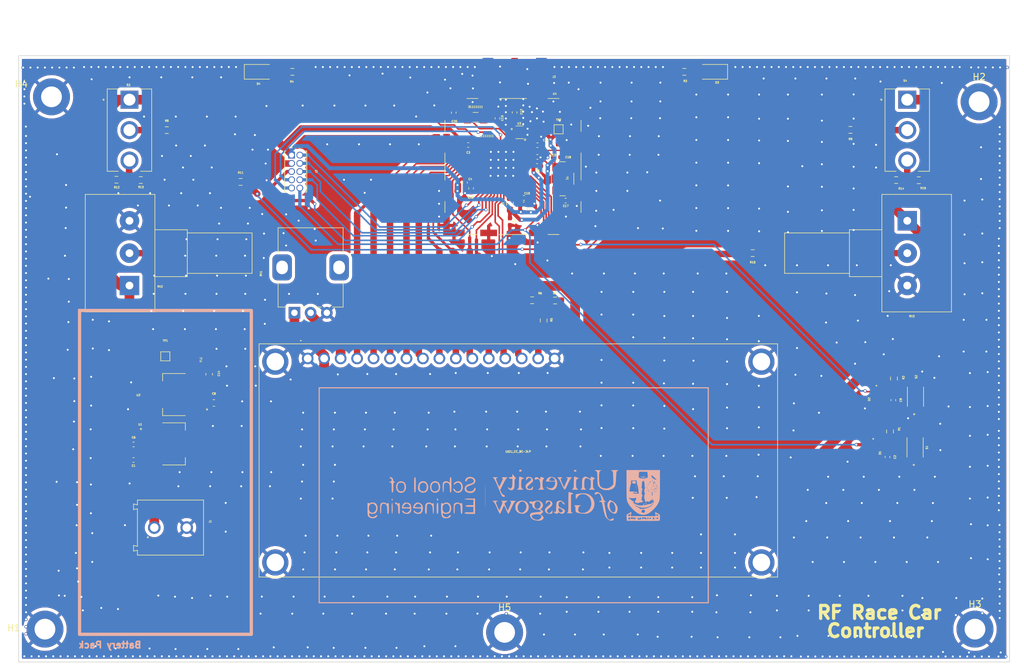
<source format=kicad_pcb>
(kicad_pcb (version 20211014) (generator pcbnew)
  (layers (0 "F.Cu" signal) (31 "B.Cu" signal) (34 "B.Paste" user) (35 "F.Paste" user) (36 "B.SilkS" user "B.Silkscreen") (37 "F.SilkS" user "F.Silkscreen") (38 "B.Mask" user) (39 "F.Mask" user) (44 "Edge.Cuts" user))
  (net 0 "")
  (net 1 "/X32K_Q1")
  (net 2 "GND")
  (net 3 "+5V")
  (net 4 "/DIO_8")
  (net 5 "/DIO_9")
  (net 6 "/DIO_10")
  (net 7 "/DIO_11")
  (net 8 "/DIO_12")
  (net 9 "/DIO_13")
  (net 10 "/DIO_14")
  (net 11 "/DIO_15")
  (net 12 "/DIO_19")
  (net 13 "/DIO_20")
  (net 14 "/X32K_Q2")
  (net 15 "+6V")
  (net 16 "/RESET_N")
  (net 17 "/VDDS")
  (net 18 "/USER_BTN")
  (net 19 "/VDDR")
  (net 20 "+3.3V")
  (net 21 "/X24M_P")
  (net 22 "/X24M_N")
  (net 23 "Net-(D3-Pad2)")
  (net 24 "Net-(D4-Pad2)")
  (net 25 "/JTAG_TMSC")
  (net 26 "/JTAG_TCKC")
  (net 27 "/DIO_18_RTS{slash}SWO")
  (net 28 "/DIO_17_TDI")
  (net 29 "/DIO_2_RXD")
  (net 30 "/DIO_16_TDO")
  (net 31 "/DIO_3_TXD")
  (net 32 "/DCDC_SW")
  (net 33 "/DIO_25")
  (net 34 "/3.529V")
  (net 35 "Net-(R8-Pad1)")
  (net 36 "/VerticalMove")
  (net 37 "Net-(R9-Pad1)")
  (net 38 "/HorizontalMove")
  (net 39 "Net-(R10-Pad1)")
  (net 40 "Net-(R11-Pad1)")
  (net 41 "Net-(R12-Pad1)")
  (net 42 "Net-(R14-Pad1)")
  (net 43 "/DIO_4")
  (net 44 "/DIO_5")
  (net 45 "/DIO_6")
  (net 46 "/DIO_7")
  (net 47 "/DIO_21")
  (net 48 "/DIO_22")
  (net 49 "/DIO_1")
  (net 50 "/DIO_27")
  (net 51 "/DIO_28")
  (net 52 "/DIO_29")
  (net 53 "/DIO_30")
  (net 54 "Net-(C12-Pad1)")
  (net 55 "Net-(C12-Pad2)")
  (net 56 "Net-(11111111-Pad1)")
  (net 57 "Net-(11111111-Pad2)")
  (net 58 "Net-(11111111-Pad3)")
  (net 59 "Net-(11111111-Pad23)")
  (net 60 "Net-(21111111-Pad3)")
  (net 61 "Net-(21111111-Pad15)")
  (footprint "TestPoint:TestPoint_Pad_1.0x1.0mm" (layer "F.Cu") (at 170.21 43.87)
    (fp_text reference "TP2")
    (fp_text value "TestPoint")
  )
  (footprint "Resistor_SMD:R_0603_1608Metric_Pad0.98x0.95mm_HandSolder" (layer "F.Cu") (at 101.99 51.66 180)
    (fp_text reference "R12")
    (fp_text value "1K")
  )
  (footprint "MountingHole:MountingHole_3.2mm_M3_ISO7380_Pad_TopBottom" (layer "F.Cu") (at 235.09 39.63)
    (fp_text reference "H2")
    (fp_text value "MountingHole_Pad")
  )
  (footprint "Capacitor_SMD:C_0402_1005Metric_Pad0.74x0.62mm_HandSolder" (layer "F.Cu") (at 171.29 54.88 180)
    (fp_text reference "C17")
    (fp_text value "DNP")
  )
  (footprint "100SP1T1B4M2QE (1):SW_100SP1T1B4M2QE" (layer "F.Cu") (at 104 44)
    (fp_text reference "S3")
    (fp_text value "100SP1T1B4M2QE")
  )
  (footprint "100SP1T1B4M2QE (1):SW_100SP1T1B4M2QE" (layer "F.Cu") (at 224 44)
    (fp_text reference "S4")
    (fp_text value "100SP1T1B4M2QE")
  )
  (footprint "Capacitor_SMD:C_0402_1005Metric_Pad0.74x0.62mm_HandSolder" (layer "F.Cu") (at 163.42 41.27 90)
    (fp_text reference "C12")
    (fp_text value "100pF")
  )
  (footprint "Resistor_SMD:R_0603_1608Metric_Pad0.98x0.95mm_HandSolder" (layer "F.Cu") (at 222.29 51.72 180)
    (fp_text reference "R14")
    (fp_text value "1K")
  )
  (footprint "MountingHole:MountingHole_3.2mm_M3_ISO7380_Pad_TopBottom" (layer "F.Cu") (at 91.97 38.86)
    (fp_text reference "H4")
    (fp_text value "MountingHole_Pad")
  )
  (footprint "TestPoint:TestPoint_Pad_1.0x1.0mm" (layer "F.Cu") (at 109.53 78.93)
    (fp_text reference "TP1")
    (fp_text value "TestPoint")
  )
  (footprint "Resistor_SMD:R_0603_1608Metric_Pad0.98x0.95mm_HandSolder" (layer "F.Cu") (at 105.75 51.71 180)
    (fp_text reference "R13")
    (fp_text value "1K")
  )
  (footprint "TPD1E10B06DPYR:DIO_TPD1E05U06DPYR" (layer "F.Cu") (at 219.24 84.8575 -90)
    (fp_text reference "D2")
    (fp_text value "TPD1E10B06DPYR")
  )
  (footprint "691213710002:691213710002" (layer "F.Cu") (at 110.33 105.37)
    (fp_text reference "J1")
    (fp_text value "691213710002")
  )
  (footprint "Capacitor_SMD:C_0402_1005Metric_Pad0.74x0.62mm_HandSolder" (layer "F.Cu") (at 160.77 42.18 90)
    (fp_text reference "C19")
    (fp_text value "12pF")
  )
  (footprint "MountingHole:MountingHole_3.2mm_M3_ISO7380_Pad_TopBottom" (layer "F.Cu") (at 161.88 121.55)
    (fp_text reference "H5")
    (fp_text value "MountingHole_Pad")
  )
  (footprint "Resistor_SMD:R_0603_1608Metric_Pad0.98x0.95mm_HandSolder" (layer "F.Cu") (at 189.61 35)
    (fp_text reference "R3")
    (fp_text value "180")
  )
  (footprint "Capacitor_SMD:C_0402_1005Metric_Pad0.74x0.62mm_HandSolder" (layer "F.Cu") (at 104.63 92.53 180)
    (fp_text reference "C6")
    (fp_text value "22uF")
  )
  (footprint "Capacitor_SMD:C_0402_1005Metric_Pad0.74x0.62mm_HandSolder" (layer "F.Cu") (at 156.27 46.3 180)
    (fp_text reference "C3")
    (fp_text value "0.1uF")
  )
  (footprint "LED_SMD:LED_1206_3216Metric" (layer "F.Cu") (at 194 35 180)
    (fp_text reference "D3")
    (fp_text value "LED")
  )
  (footprint "Capacitor_SMD:C_0402_1005Metric_Pad0.74x0.62mm_HandSolder" (layer "F.Cu") (at 166.89 49.54)
    (fp_text reference "C5")
    (fp_text value "0.1uF")
  )
  (footprint "Resistor_SMD:R_0603_1608Metric_Pad0.98x0.95mm_HandSolder" (layer "F.Cu") (at 167.9 73.4 -90)
    (fp_text reference "R5")
    (fp_text value "75")
  )
  (footprint "Resistor_SMD:R_0603_1608Metric_Pad0.98x0.95mm_HandSolder" (layer "F.Cu") (at 215.24 43.96 180)
    (fp_text reference "R9")
    (fp_text value "DNP")
  )
  (footprint "Capacitor_SMD:C_0603_1608Metric_Pad1.08x0.95mm_HandSolder" (layer "F.Cu") (at 117.03 86.13)
    (fp_text reference "C8")
    (fp_text value "4.7uF")
  )
  (footprint "37K:ABS07" (layer "F.Cu") (at 157.4 42.02 180)
    (fp_text reference "31111111")
    (fp_text value "ABS07-32.768KHZ-T" hide)
  )
  (footprint "Capacitor_SMD:C_0402_1005Metric_Pad0.74x0.62mm_HandSolder" (layer "F.Cu") (at 169.96 48.18)
    (fp_text reference "C18")
    (fp_text value "DNP")
  )
  (footprint "KiCad:162JCCBC3LP" (layer "F.Cu") (at 131.5 79.255)
    (fp_text reference "21111111" hide)
    (fp_text value "162J_CC_BC-3LP")
  )
  (footprint "Resistor_SMD:R_0603_1608Metric_Pad0.98x0.95mm_HandSolder" (layer "F.Cu") (at 225.78 51.74 180)
    (fp_text reference "R15")
    (fp_text value "1K")
  )
  (footprint "AP2114HA-3:SOT230P700X185-4N" (layer "F.Cu") (at 110.87 84.83 180)
    (fp_text reference "U2")
    (fp_text value "AP2114HA-3.3TRG1")
  )
  (footprint "Resistor_SMD:R_0603_1608Metric_Pad0.98x0.95mm_HandSolder" (layer "F.Cu") (at 129.14 35)
    (fp_text reference "R4")
    (fp_text value "220")
  )
  (footprint "Capacitor_SMD:C_0402_1005Metric_Pad0.74x0.62mm_HandSolder" (layer "F.Cu") (at 166.93 48.14)
    (fp_text reference "C13")
    (fp_text value "0.1uF")
  )
  (footprint "BLM18HE152SN1D:BEADC1608X95N" (layer "F.Cu") (at 113.41 79.75 90)
    (fp_text reference "FL1")
    (fp_text value "BLM18HE152SN1D")
  )
  (footprint "Capacitor_SMD:C_0402_1005Metric_Pad0.74x0.62mm_HandSolder" (layer "F.Cu") (at 166.94 46.33)
    (fp_text reference "C15")
    (fp_text value "0.1uF")
  )
  (footprint "Capacitor_SMD:C_0402_1005Metric_Pad0.74x0.62mm_HandSolder" (layer "F.Cu") (at 104.63 94.93 180)
    (fp_text reference "C1")
    (fp_text value "10uF")
  )
  (footprint "EMF Shield:WE-SHC-SHIELDING-CABINET" (layer "F.Cu") (at 163.17 49.62)
    (fp_text reference "U4")
    (fp_text value "36103205")
  )
  (footprint "24MHz:CRYSTAL_ABM3C_ABR" (layer "F.Cu") (at 170.83 51.51 -90)
    (fp_text reference "Y1")
    (fp_text value "ABM3C-24.000MHZ-D4Y-T")
  )
  (footprint "LED_SMD:LED_1206_3216Metric" (layer "F.Cu") (at 124 35)
    (fp_text reference "D4")
    (fp_text value "LED")
  )
  (footprint "Resistor_SMD:R_0603_1608Metric_Pad0.98x0.95mm_HandSolder" (layer "F.Cu") (at 221.34 90.52 90)
    (fp_text reference "R1")
    (fp_text value "47.5K")
  )
  (footprint "Capacitor_SMD:C_0402_1005Metric_Pad0.74x0.62mm_HandSolder" (layer "F.Cu") (at 155.76 52.1 -90)
    (fp_text reference "C4")
    (fp_text value "0.1uF")
  )
  (footprint "Resistor_SMD:R_0603_1608Metric_Pad0.98x0.95mm_HandSolder" (layer "F.Cu") (at 121.15 52)
    (fp_text reference "R11")
    (fp_text value "SolderBridge")
  )
  (footprint "Resistor_SMD:R_0603_1608Metric_Pad0.98x0.95mm_HandSolder" (layer "F.Cu") (at 166.13 70.27)
    (fp_text reference "R6")
    (fp_text value "500")
  )
  (footprint "Capacitor_SMD:C_0402_1005Metric_Pad0.74x0.62mm_HandSolder" (layer "F.Cu") (at 162.69 58.14 -90)
    (fp_text reference "C11")
    (fp_text value "22uF")
  )
  (footprint "Resistor_SMD:R_0603_1608Metric_Pad0.98x0.95mm_HandSolder" (layer "F.Cu") (at 221.95 82.355 90)
    (fp_text reference "R2")
    (fp_text value "47.5K")
  )
  (footprint "Resistor_SMD:R_0603_1608Metric_Pad0.98x0.95mm_HandSolder" (layer "F.Cu") (at 200.15 62.99 180)
    (fp_text reference "R10")
    (fp_text value "SolderBridge")
  )
  (footprint "SMA_Jack:60312202114509" (layer "F.Cu") (at 163.42 35.65 180)
    (property "VALUE" "60312202114509")
    (fp_text reference "J3")
    (fp_text value "60312202114509")
  )
  (footprint "B3U-1000P:SW_B3U-1000P" (layer "F.Cu") (at 225.27 85.1675 90)
    (fp_text reference "S2")
    (fp_text value "B3U-1000P")
  )
  (footprint "Capacitor_SMD:C_0402_1005Metric_Pad0.74x0.62mm_HandSolder" (layer "F.Cu") (at 156.71 53 -90)
    (fp_text reference "C16")
    (fp_text value "0.1uF")
  )
  (footprint "Potentiometer_THT:Potentiometer_Alps_RK163_Single_Horizontal" (layer "F.Cu") (at 224 58)
    (fp_text reference "RV3")
    (fp_text value "RK1631110TWA")
  )
  (footprint "Resistor_SMD:R_0603_1608Metric_Pad0.98x0.95mm_HandSolder" (layer "F.Cu") (at 109.76 44)
    (fp_text reference "R8")
    (fp_text value "DNP")
  )
  (footprint "Capacitor_SMD:C_0402_1005Metric_Pad0.74x0.62mm_HandSolder" (layer "F.Cu") (at 154.03 41.3 90)
    (fp_text reference "C20")
    (fp_text value "12pF")
  )
  (footprint "balun:0850BM14E0016T_JOT-L" (layer "F.Cu") (at 164.1794 44.34)
    (fp_text reference "U3")
    (fp_text value "0850BM14E0016T")
  )
  (footprint "Resistor_SMD:R_0603_1608Metric_Pad0.98x0.95mm_HandSolder" (layer "F.Cu") (at 169.66 70.31)
    (fp_text reference "R7")
    (fp_text value "1.2K")
  )
  (footprint "AZ1117IH-5:SOT230P700X185-4N" (layer "F.Cu") (at 110.87 92.45)
    (fp_text reference "U1")
    (fp_text value "AZ1117IH-5.0TRG1")
  )
  (footprint "Potentiometer_THT:Potentiometer_Alps_RK163_Single_Horizontal" (layer "F.Cu") (at 104 68 180)
    (fp_text reference "RV2")
    (fp_text value "RK1631110TWA")
  )
  (footprint "Capacitor_SMD:C_0402_1005Metric_Pad0.74x0.62mm_HandSolder" (layer "F.Cu") (at 221.86 85.6875 -90)
    (fp_text reference "C9")
    (fp_text value "0.1uF")
  )
  (footprint "Capacitor_SMD:C_0402_1005Metric_Pad0.74x0.62mm_HandSolder" (layer "F.Cu") (at 164.84 55.46)
    (fp_text reference "C7")
    (fp_text value "22uF")
  )
  (footprint "Capacitor_SMD:C_0603_1608Metric_Pad1.08x0.95mm_HandSolder" (layer "F.Cu") (at 116.3 81.6925 90)
    (fp_text reference "C14")
    (fp_text value "4.7uF")
  )
  (footprint "GRPB052VWVN-RC:SULLINS_GRPB052VWVN-RC" (layer "F.Cu") (at 129.65 50.4 -90)
    (fp_text reference "J2")
    (fp_text value "GRPB052VWVN-RC")
  )
  (footprint "Capacitor_SMD:C_0402_1005Metric_Pad0.74x0.62mm_HandSolder" (layer "F.Cu") (at 164.85 54.47)
    (fp_text reference "C10")
    (fp_text value "0.1uF")
  )
  (footprint "MountingHole:MountingHole_3.2mm_M3_ISO7380_Pad_TopBottom" (layer "F.Cu") (at 90.96 121.05)
    (fp_text reference "H1")
    (fp_text value "MountingHole_Pad")
  )
  (footprint "CC1310:QFN50P700X700X100-49N-D" (layer "F.Cu") (at 161.53 49.38 -90)
    (fp_text reference "11111111")
    (fp_text value "CC1310F128RGZR" hide)
  )
  (footprint "Resistor_SMD:R_0603_1608Metric_Pad0.98x0.95mm_HandSolder" (layer "F.Cu") (at 162.7 55.37 -90)
    (fp_text reference "L1")
    (fp_text value "6.8uH")
  )
  (footprint "Capacitor_SMD:C_0402_1005Metric_Pad0.74x0.62mm_HandSolder" (layer "F.Cu") (at 220.95 94.4775 -90)
    (fp_text reference "C2")
    (fp_text value "0.1uF")
  )
  (footprint "TPD1E10B06DPYR:DIO_TPD1E05U06DPYR" (layer "F.Cu") (at 218.75 93.0675 -90)
    (fp_text reference "D1")
    (fp_text value "TPD1E10B06DPYR")
  )
  (footprint "Potentiometer_THT:Potentiometer_Alps_RK09K_Single_Vertical" (layer "F.Cu") (at 129.45 72.2 90)
    (fp_text reference "RV1")
    (fp_text value "R_Potentiometer")
  )
  (footprint "B3U-1000P:SW_B3U-1000P" (layer "F.Cu") (at 225.21 92.9875 90)
    (fp_text reference "S1")
    (fp_text value "B3U-1000P")
  )
  (footprint "MountingHole:MountingHole_3.2mm_M3_ISO7380_Pad_TopBottom" (layer "F.Cu") (at 234.45 121.05)
    (fp_text reference "H3")
    (fp_text value "MountingHole_Pad")
  )
  (footprint "DST4F:image" (layer "B.Cu") (at 163.327666 100.38 180)
    (fp_text reference "G***" hide)
    (fp_text value "LOGO" hide)
  )
  (gr_rect (start 96.3 71.85) (end 122.8 121.85) (layer "B.SilkS") (width 0.5) (fill none))
  (gr_rect (start 86.9 32.5) (end 239.78 126.12) (layer "Edge.Cuts") (width 0.1) (fill none))
  (gr_text "Battery Pack" (at 100.98 123.49) (layer "B.SilkS") (effects (font (size 1 1) (thickness 0.25)) (justify mirror)))
  (gr_text "RF Race Car" (at 219.69 118.49) (layer "F.SilkS") (effects (font (size 2 2) (thickness 0.5))))
  (gr_text "Controller" (at 219.1 121.3) (layer "F.SilkS") (effects (font (size 2 2) (thickness 0.5))))
  (segment (start 162.78 44.8) (end 160 42.02) (width 0.25) (layer "F.Cu") (net 1))
  (segment (start 162.78 45.93) (end 162.78 44.8) (width 0.25) (layer "F.Cu") (net 1))
  (segment (start 160 42.02) (end 158.65 42.02) (width 0.25) (layer "F.Cu") (net 1))
  (segment (start 168.4305 48.14) (end 168.52 48.2295) (width 0.5) (layer "F.Cu") (net 2))
  (segment (start 162.64 60.66) (end 163.19 61.21) (width 0.5) (layer "F.Cu") (net 2))
  (segment (start 165.4175 54.47) (end 166.14 54.47) (width 0.25) (layer "F.Cu") (net 2))
  (segment (start 165.378 43.832) (end 165.42 43.79) (width 0.25) (layer "F.Cu") (net 2))
  (segment (start 165.03 44.34) (end 164.5985 44.34) (width 0.25) (layer "F.Cu") (net 2))
  (segment (start 163.19 61.21) (end 166.83 61.21) (width 0.5) (layer "F.Cu") (net 2))
  (segment (start 170.5275 50.9425) (end 169.68 51.79) (width 0.25) (layer "F.Cu") (net 2))
  (segment (start 167.87 50.898629) (end 167.4575 50.486129) (width 0.4) (layer "F.Cu") (net 2))
  (segment (start 166.14 54.47) (end 166.47 54.8) (width 0.25) (layer "F.Cu") (net 2))
  (segment (start 162.69 60.61) (end 162.64 60.66) (width 0.5) (layer "F.Cu") (net 2))
  (segment (start 166.47 54.8) (end 166.47 55.35) (width 0.25) (layer "F.Cu") (net 2))
  (segment (start 167.5075 45.022) (end 167.5075 46.33) (width 0.5) (layer "F.Cu") (net 2))
  (segment (start 167.92 50.952082) (end 167.87 50.952082) (width 0.4) (layer "F.Cu") (net 2))
  (segment (start 164.5985 44.34) (end 164.5985 43.832) (width 0.25) (layer "F.Cu") (net 2))
  (segment (start 164.5985 43.832) (end 165.378 43.832) (width 0.25) (layer "F.Cu") (net 2))
  (segment (start 165.41 44.72) (end 165.03 44.34) (width 0.25) (layer "F.Cu") (net 2))
  (segment (start 162.69 58.7075) (end 162.69 60.61) (width 0.5) (layer "F.Cu") (net 2))
  (segment (start 164.5985 43.2315) (end 164.75 43.08) (width 0.25) (layer "F.Cu") (net 2))
  (segment (start 164.5985 43.832) (end 164.5985 43.2315) (width 0.25) (layer "F.Cu") (net 2))
  (segment (start 168.287918 51.32) (end 167.92 50.952082) (width 0.5) (layer "F.Cu") (net 2))
  (segment (start 125.01 49.16) (end 128.985 49.16) (width 1) (layer "F.Cu") (net 2))
  (segment (start 168.0095 48.2295) (end 167.99 48.21) (width 0.5) (layer "F.Cu") (net 2))
  (segment (start 169.68 51.79) (end 169.68 53.3134) (width 0.25) (layer "F.Cu") (net 2))
  (segment (start 170.5275 48.18) (end 170.5275 50.9425) (width 0.25) (layer "F.Cu") (net 2))
  (segment (start 167.4575 50.486129) (end 167.4575 49.54) (width 0.4) (layer "F.Cu") (net 2))
  (segment (start 166.47 55.35) (end 165.5175 55.35) (width 0.25) (layer "F.Cu") (net 2))
  (segment (start 166.83 61.21) (end 166.97 61.35) (width 0.5) (layer "F.Cu") (net 2))
  (segment (start 167.87 50.952082) (end 167.87 50.898629) (width 0.4) (layer "F.Cu") (net 2))
  (segment (start 167.4975 48.14) (end 168.4305 48.14) (width 0.5) (layer "F.Cu") (net 2))
  (segment (start 167.52 45.0095) (end 167.5075 45.022) (width 0.5) (layer "F.Cu") (net 2))
  (segment (start 168.52 48.2295) (end 168.0095 48.2295) (width 0.5) (layer "F.Cu") (net 2))
  (segment (start 169.68 55.69) (end 171.34 57.35) (width 0.25) (layer "F.Cu") (net 2))
  (segment (start 169.68 53.3134) (end 169.68 55.69) (width 0.25) (layer "F.Cu") (net 2))
  (segment (start 169.35 51.32) (end 168.287918 51.32) (width 0.5) (layer "F.Cu") (net 2))
  (via (at 130.43 100.89) (size 0.5) (drill 0.3) (layers "F.Cu" "B.Cu") (net 2))
  (via (at 141.26 51.66) (size 0.5) (drill 0.3) (layers "F.Cu" "B.Cu") (net 2))
  (via (at 181.99 66.14) (size 0.5) (drill 0.3) (layers "F.Cu" "B.Cu") (net 2))
  (via (at 201.1 86.785) (size 0.5) (drill 0.3) (layers "F.Cu" "B.Cu") (net 2))
  (via (at 232.84 60.12) (size 0.5) (drill 0.3) (layers "F.Cu" "B.Cu") (net 2))
  (via (at 186.52 76.07) (size 0.5) (drill 0.3) (layers "F.Cu" "B.Cu") (net 2))
  (via (at 182.966125 34.26) (size 0.5) (drill 0.3) (layers "F.Cu" "B.Cu") (net 2))
  (via (at 185.91 36.67) (size 0.5) (drill 0.3) (layers "F.Cu" "B.Cu") (net 2))
  (via (at 119.32705 34.26) (size 0.5) (drill 0.3) (layers "F.Cu" "B.Cu") (net 2))
  (via (at 203.062675 34.26) (size 0.5) (drill 0.3) (layers "F.Cu" "B.Cu") (net 2))
  (via (at 120.1568 125.24) (size 0.5) (drill 0.3) (layers "F.Cu" "B.Cu") (net 2))
  (via (at 167.89 42.7) (size 0.5) (drill 0.3) (layers "F.Cu" "B.Cu") (net 2))
  (via (at 88.04 101.728575) (size 0.5) (drill 0.3) (layers "F.Cu" "B.Cu") (net 2))
  (via (at 159.76 47.36) (size 0.5) (drill 0.3) (layers "F.Cu" "B.Cu") (net 2))
  (via (at 159.71 51.06) (size 0.5) (drill 0.3) (layers "F.Cu" "B.Cu") (net 2))
  (via (at 238.13 101.57845) (size 0.5) (drill 0.3) (layers "F.Cu" "B.Cu") (net 2))
  (via (at 98.943775 125.24) (size 0.5) (drill 0.3) (layers "F.Cu" "B.Cu") (net 2))
  (via (at 129.0886 125.24) (size 0.5) (drill 0.3) (layers "F.Cu" "B.Cu") (net 2))
  (via (at 235.58 118.59) (size 0.5) (drill 0.3) (layers "F.Cu" "B.Cu") (net 2))
  (via (at 156.93 35.58) (size 0.5) (drill 0.3) (layers "F.Cu" "B.Cu") (net 2))
  (via (at 146.12245 34.26) (size 0.5) (drill 0.3) (layers "F.Cu" "B.Cu") (net 2))
  (via (at 144.2 46.19) (size 0.5) (drill 0.3) (layers "F.Cu" "B.Cu") (net 2))
  (via (at 196.36 59.555) (size 0.5) (drill 0.3) (layers "F.Cu" "B.Cu") (net 2))
  (via (at 117.52 66.47) (size 0.5) (drill 0.3) (layers "F.Cu" "B.Cu") (net 2))
  (via (at 228.7416 34.26) (size 0.5) (drill 0.3) (layers "F.Cu" "B.Cu") (net 2))
  (via (at 230.97455 34.26) (size 0.5) (drill 0.3) (layers "F.Cu" "B.Cu") (net 2))
  (via (at 112.25 49.77) (size 0.5) (drill 0.3) (layers "F.Cu" "B.Cu") (net 2))
  (via (at 138.307125 34.26) (size 0.5) (drill 0.3) (layers "F.Cu" "B.Cu") (net 2))
  (via (at 170.398175 125.24) (size 0.5) (drill 0.3) (layers "F.Cu" "B.Cu") (net 2))
  (via (at 98.114025 34.26) (size 0.5) (drill 0.3) (layers "F.Cu" "B.Cu") (net 2))
  (via (at 98.16 36.15) (size 0.5) (drill 0.3) (layers "F.Cu" "B.Cu") (net 2))
  (via (at 130.205075 125.24) (size 0.5) (drill 0.3) (layers "F.Cu" "B.Cu") (net 2))
  (via (at 238.13 99.35) (size 0.5) (drill 0.3) (layers "F.Cu" "B.Cu") (net 2))
  (via (at 143.8895 34.26) (size 0.5) (drill 0.3) (layers "F.Cu" "B.Cu") (net 2))
  (via (at 94.58 73.64) (size 0.5) (drill 0.3) (layers "F.Cu" "B.Cu") (net 2))
  (via (at 88.04 89.4721) (size 0.5) (drill 0.3) (layers "F.Cu" "B.Cu") (net 2))
  (via (at 95.43 89) (size 0.5) (drill 0.3) (layers "F.Cu" "B.Cu") (net 2))
  (via (at 206.99 69.05) (size 0.5) (drill 0.3) (layers "F.Cu" "B.Cu") (net 2))
  (via (at 105.3 55.64) (size 0.5) (drill 0.3) (layers "F.Cu" "B.Cu") (net 2))
  (via (at 236.090525 34.32) (size 0.5) (drill 0.3) (layers "F.Cu" "B.Cu") (net 2))
  (via (at 125.16 51.75) (size 0.5) (drill 0.3) (layers "F.Cu" "B.Cu") (net 2))
  (via (at 233.83 110.09) (size 0.5) (drill 0.3) (layers "F.Cu" "B.Cu") (net 2))
  (via (at 238.26 58.015775) (size 0.5) (drill 0.3) (layers "F.Cu" "B.Cu") (net 2))
  (via (at 116.69 49.77) (size 0.5) (drill 0.3) (layers "F.Cu" "B.Cu") (net 2))
  (via (at 228.26 97.52) (size 0.5) (drill 0.3) (layers "F.Cu" "B.Cu") (net 2))
  (via (at 168.26 87.47) (size 0.5) (drill 0.3) (layers "F.Cu" "B.Cu") (net 2))
  (via (at 100.06025 125.24) (size 0.5) (drill 0.3) (layers "F.Cu" "B.Cu") (net 2))
  (via (at 98.26 110.67) (size 0.5) (drill 0.3) (layers "F.Cu" "B.Cu") (net 2))
  (via (at 163.82 87.47) (size 0.5) (drill 0.3) (layers "F.Cu" "B.Cu") (net 2))
  (via (at 232.84 64.56) (size 0.5) (drill 0.3) (layers "F.Cu" "B.Cu") (net 2))
  (via (at 169.52 36.73) (size 0.5) (drill 0.3) (layers "F.Cu" "B.Cu") (net 2))
  (via (at 196.36 56.0475) (size 0.5) (drill 0.3) (layers "F.Cu" "B.Cu") (net 2))
  (via (at 146.9522 125.24) (size 0.5) (drill 0.3) (layers "F.Cu" "B.Cu") (net 2))
  (via (at 238.13 78.58465) (size 0.5) (drill 0.3) (layers "F.Cu" "B.Cu") (net 2))
  (via (at 238.24 109.4231) (size 0.5) (drill 0.3) (layers "F.Cu" "B.Cu") (net 2))
  (via (at 160.913333 48.593333) (size 0.5) (drill 0.3) (layers "F.Cu" "B.Cu") (net 2))
  (via (at 238.24 107.19465) (size 0.5) (drill 0.3) (layers "F.Cu" "B.Cu") (net 2))
  (via (at 176.83 90.005) (size 0.5) (drill 0.3) (layers "F.Cu" "B.Cu") (net 2))
  (via (at 199.8 118.45) (size 0.5) (drill 0.3) (layers "F.Cu" "B.Cu") (net 2))
  (via (at 210.75 81.95) (size 0.5) (drill 0.3) (layers "F.Cu" "B.Cu") (net 2))
  (via (at 102.23 117.95) (size 0.5) (drill 0.3) (layers "F.Cu" "B.Cu") (net 2))
  (via (at 219.8098 34.26) (size 0.5) (drill 0.3) (layers "F.Cu" "B.Cu") (net 2))
  (via (at 160.923333 47.36) (size 0.5) (drill 0.3) (layers "F.Cu" "B.Cu") (net 2))
  (via (at 238.13 73.013525) (size 0.5) (drill 0.3) (layers "F.Cu" "B.Cu") (net 2))
  (via (at 206.75 81.77) (size 0.5) (drill 0.3) (layers "F.Cu" "B.Cu") (net 2))
  (via (at 88.04 81.672525) (size 0.5) (drill 0.3) (layers "F.Cu" "B.Cu") (net 2))
  (via (at 165.49 36.85) (size 0.5) (drill 0.3) (layers "F.Cu" "B.Cu") (net 2))
  (via (at 185.59 118.37) (size 0.5) (drill 0.3) (layers "F.Cu" "B.Cu") (net 2))
  (via (at 88.04 71.6445) (size 0.5) (drill 0.3) (layers "F.Cu" "B.Cu") (net 2))
  (via (at 176.83 82.995) (size 0.5) (drill 0.3) (layers "F.Cu" "B.Cu") (net 2))
  (via (at 87.79 38.804225) (size 0.5) (drill 0.3) (layers "F.Cu" "B.Cu") (net 2))
  (via (at 208.79 115.9) (size 0.5) (drill 0.3) (layers "F.Cu" "B.Cu") (net 2))
  (via (at 238.42 124.65) (size 0.5) (drill 0.3) (layers "F.Cu" "B.Cu") (net 2))
  (via (at 220.926275 34.26) (size 0.5) (drill 0.3) (layers "F.Cu" "B.Cu") (net 2))
  (via (at 125.739175 125.24) (size 0.5) (drill 0.3) (layers "F.Cu" "B.Cu") (net 2))
  (via (at 168.72 111.83) (size 0.5) (drill 0.3) (layers "F.Cu" "B.Cu") (net 2))
  (via (at 112.341475 125.24) (size 0.5) (drill 0.3) (layers "F.Cu" "B.Cu") (net 2))
  (via (at 147.238925 34.26) (size 0.5) (drill 0.3) (layers "F.Cu" "B.Cu") (net 2))
  (via (at 148.3554 34.26) (size 0.5) (drill 0.3) (layers "F.Cu" "B.Cu") (net 2))
  (via (at 210.83 56.38) (size 0.5) (drill 0.3) (layers "F.Cu" "B.Cu") (net 2))
  (via (at 88.8955 125.24) (size 0.5) (drill 0.3) (layers "F.Cu" "B.Cu") (net 2))
  (via (at 150.55 106.62) (size 0.5) (drill 0.3) (layers "F.Cu" "B.Cu") (net 2))
  (via (at 215.3439 34.26) (size 0.5) (drill 0.3) (layers "F.Cu" "B.Cu") (net 2))
  (via (at 220.981725 125.27) (size 0.5) (drill 0.3) (layers "F.Cu" "B.Cu") (net 2))
  (via (at 238.13 93.778875) (size 0.5) (drill 0.3) (layers "F.Cu" "B.Cu") (net 2))
  (via (at 88.04 78.32985) (size 0.5) (drill 0.3) (layers "F.Cu" "B.Cu") (net 2))
  (via (at 88.04 93.929) (size 0.5) (drill 0.3) (layers "F.Cu" "B.Cu") (net 2))
  (via (at 105.642625 125.24) (size 0.5) (drill 0.3) (layers "F.Cu" "B.Cu") (net 2))
  (via (at 213.11 76.8) (size 0.5) (drill 0.3) (layers "F.Cu" "B.Cu") (net 2))
  (via (at 190.85 94.3) (size 0.5) (drill 0.3) (layers "F.Cu" "B.Cu") (net 2))
  (via (at 95.91 101.86) (size 0.5) (drill 0.3) (layers "F.Cu" "B.Cu") (net 2))
  (via (at 127.972125 125.24) (size 0.5) (drill 0.3) (layers "F.Cu" "B.Cu") (net 2))
  (via (at 210.83 38.51) (size 0.5) (drill 0.3) (layers "F.Cu" "B.Cu") (net 2))
  (via (at 221.53 122.09) (size 0.5) (drill 0.3) (layers "F.Cu" "B.Cu") (net 2))
  (via (at 204.43 122.31) (size 0.5) (drill 0.3) (layers "F.Cu" "B.Cu") (net 2))
  (via (at 233.67 95.99) (size 0.5) (drill 0.3) (layers "F.Cu" "B.Cu") (net 2))
  (via (at 217.47 86.97) (size 0.5) (drill 0.3) (layers "F.Cu" "B.Cu") (net 2))
  (via (at 137.1 51.66) (size 0.5) (drill 0.3) (layers "F.Cu" "B.Cu") (net 2))
  (via (at 166.94 58.67) (size 0.5) (drill 0.3) (layers "F.Cu" "B.Cu") (net 2))
  (via (at 132.438025 125.24) (size 0.5) (drill 0.3) (layers "F.Cu" "B.Cu") (net 2))
  (via (at 90.011975 125.24) (size 0.5) (drill 0.3) (layers "F.Cu" "B.Cu") (net 2))
  (via (at 210.83 59.57) (size 0.5) (drill 0.3) (layers "F.Cu" "B.Cu") (net 2))
  (via (at 92.76 98.3) (size 0.5) (drill 0.3) (layers "F.Cu" "B.Cu") (net 2))
  (via (at 215.95 69.47) (size 0.5) (drill 0.3) (layers "F.Cu" "B.Cu") (net 2))
  (via (at 238.13 86.384225) (size 0.5) (drill 0.3) (layers "F.Cu" "B.Cu") (net 2))
  (via (at 112.6 63.39) (size 0.5) (drill 0.3) (layers "F.Cu" "B.Cu") (net 2))
  (via (at 123.506225 125.24) (size 0.5) (drill 0.3) (layers "F.Cu" "B.Cu") (net 2))
  (via (at 106.7591 125.24) (size 0.5) (drill 0.3) (layers "F.Cu" "B.Cu") (net 2))
  (via (at 238.13 77.470425) (size 0.5) (drill 0.3) (layers "F.Cu" "B.Cu") (net 2))
  (via (at 163.24 49.826666) (size 0.5) (drill 0.3) (layers "F.Cu" "B.Cu") (net 2))
  (via (at 238.26 55.787325) (size 0.5) (drill 0.3) (layers "F.Cu" "B.Cu") (net 2))
  (via (at 156.170725 34.26) (size 0.5) (drill 0.3) (layers "F.Cu" "B.Cu") (net 2))
  (via (at 118.85 101.56) (size 0.5) (drill 0.3) (layers "F.Cu" "B.Cu") (net 2))
  (via (at 238.26 115.995775) (size 0.5) (drill 0.3) (layers "F.Cu" "B.Cu") (net 2))
  (via (at 155.77 53.72) (size 0.5) (drill 0.3) (layers "F.Cu" "B.Cu") (net 2))
  (via (at 98.34 73.28) (size 0.5) (drill 0.3) (layers "F.Cu" "B.Cu") (net 2))
  (via (at 125.37 47.02) (size 0.5) (drill 0.3) (layers "F.Cu" "B.Cu") (net 2))
  (via (at 171.51465 125.24) (size 0.5) (drill 0.3) (layers "F.Cu" "B.Cu") (net 2))
  (via (at 203.89 115.9) (size 0.5) (drill 0.3) (layers "F.Cu" "B.Cu") (net 2))
  (via (at 238.13 84.155775) (size 0.5) (drill 0.3) (layers "F.Cu" "B.Cu") (net 2))
  (via (at 173.28 37.69) (size 0.5) (drill 0.3) (layers "F.Cu" "B.Cu") (net 2))
  (via (at 238.13 74.12775) (size 0.5) (drill 0.3) (layers "F.Cu" "B.Cu") (net 2))
  (via (at 192.18 106.42) (size 0.5) (drill 0.3) (layers "F.Cu" "B.Cu") (net 2))
  (via (at 88.04 59.388025) (size 0.5) (drill 0.3) (layers "F.Cu" "B.Cu") (net 2))
  (via (at 236.41 110.26) (size 0.5) (drill 0.3) (layers "F.Cu" "B.Cu") (net 2))
  (via (at 181.562925 125.24) (size 0.5) (drill 0.3) (layers "F.Cu" "B.Cu") (net 2))
  (via (at 154.767525 125.24) (size 0.5) (drill 0.3) (layers "F.Cu" "B.Cu") (net 2))
  (via (at 238.13 66.328175) (size 0.5) (drill 0.3) (layers "F.Cu" "B.Cu") (net 2))
  (via (at 88.04 80.5583) (size 0.5) (drill 0.3) (layers "F.Cu" "B.Cu") (net 2))
  (via (at 88.04 44.9031) (size 0.5) (drill 0.3) (layers "F.Cu" "B.Cu") (net 2))
  (via (at 144.93 87.63) (size 0.5) (drill 0.3) (layers "F.Cu" "B.Cu") (net 2))
  (via (at 88.02 43.449975) (size 0.5) (drill 0.3) (layers "F.Cu" "B.Cu") (net 2))
  (via (at 130.63 90.21) (size 0.5) (drill 0.3) (layers "F.Cu" "B.Cu") (net 2))
  (via (at 206.4121 34.26) (size 0.5) (drill 0.3) (layers "F.Cu" "B.Cu") (net 2))
  (via (at 88.04 91.70055) (size 0.5) (drill 0.3) (layers "F.Cu" "B.Cu") (net 2))
  (via (at 195.69 97.45) (size 0.5) (drill 0.3) (layers "F.Cu" "B.Cu") (net 2))
  (via (at 211.6575 106.9) (size 0.5) (drill 0.3) (layers "F.Cu" "B.Cu") (net 2))
  (via (at 181.73 86.5125) (size 0.5) (drill 0.3) (layers "F.Cu" "B.Cu") (net 2))
  (via (at 88.04 56.04535) (size 0.5) (drill 0.3) (layers "F.Cu" "B.Cu") (net 2))
  (via (at 144.85 40.21) (size 0.5) (drill 0.3) (layers "F.Cu" "B.Cu") (net 2))
  (via (at 234.379425 125.27) (size 0.5) (drill 0.3) (layers "F.Cu" "B.Cu") (net 2))
  (via (at 135.33 92.84) (size 0.5) (drill 0.3) (layers "F.Cu" "B.Cu") (net 2))
  (via (at 168.52 48.2295) (size 0.5) (drill 0.3) (layers "F.Cu" "B.Cu") (net 2))
  (via (at 106.25 41.91) (size 0.5) (drill 0.3) (layers "F.Cu" "B.Cu") (net 2))
  (via (at 239.44 34.32) (size 0.5) (drill 0.3) (layers "F.Cu" "B.Cu") (net 2))
  (via (at 112.6282 34.26) (size 0.5) (drill 0.3) (layers "F.Cu" "B.Cu") (net 2))
  (via (at 94.47 77.92) (size 0.5) (drill 0.3) (layers "F.Cu" "B.Cu") (net 2))
  (via (at 163.2 51.06) (size 0.5) (drill 0.3) (layers "F.Cu" "B.Cu") (net 2))
  (via (at 216.38 73.41) (size 0.5) (drill 0.3) (layers "F.Cu" "B.Cu") (net 2))
  (via (at 155.34 35.32) (size 0.5) (drill 0.3) (layers "F.Cu" "B.Cu") (net 2))
  (via (at 153.937775 34.26) (size 0.5) (drill 0.3) (layers "F.Cu" "B.Cu") (net 2))
  (via (at 175.89 58.83) (size 0.5) (drill 0.3) (layers "F.Cu" "B.Cu") (net 2))
  (via (at 191.6112 125.24) (size 0.5) (drill 0.3) (layers "F.Cu" "B.Cu") (net 2))
  (via (at 238.24 111.65155) (size 0.5) (drill 0.3) (layers "F.Cu" "B.Cu") (net 2))
  (via (at 113.744675 34.26) (size 0.5) (drill 0.3) (layers "F.Cu" "B.Cu") (net 2))
  (via (at 144.71925 125.24) (size 0.5) (drill 0.3) (layers "F.Cu" "B.Cu") (net 2))
  (via (at 102.579925 34.26) (size 0.5) (drill 0.3) (layers "F.Cu" "B.Cu") (net 2))
  (via (at 104.26 82.95) (size 0.5) (drill 0.3) (layers "F.Cu" "B.Cu") (net 2))
  (via (at 125.14 40.28) (size 0.5) (drill 0.3) (layers "F.Cu" "B.Cu") (net 2))
  (via (at 236.41 105.02) (size 0.5) (drill 0.3) (layers "F.Cu" "B.Cu") (net 2))
  (via (at 232.84 54.88) (size 0.5) (drill 0.3) (layers "F.Cu" "B.Cu") (net 2))
  (via (at 168.165225 125.24) (size 0.5) (drill 0.3) (layers "F.Cu" "B.Cu") (net 2))
  (via (at 199.426525 125.24) (size 0.5) (drill 0.3) (layers "F.Cu" "B.Cu") (net 2))
  (via (at 205.59 52.7) (size 0.5) (drill 0.3) (layers "F.Cu" "B.Cu") (net 2))
  (via (at 131.659647 56.060353) (size 0.5) (drill 0.3) (layers "F.Cu" "B.Cu") (net 2))
  (via (at 140.41 40.21) (size 0.5) (drill 0.3) (layers "F.Cu" "B.Cu") (net 2))
  (via (at 107.83 66.47) (size 0.5) (drill 0.3) (layers "F.Cu" "B.Cu") (net 2))
  (via (at 209.761525 34.26) (size 0.5) (drill 0.3) (layers "F.Cu" "B.Cu") (net 2))
  (via (at 128.62 69.29) (size 0.5) (drill 0.3) (layers "F.Cu" "B.Cu") (net 2))
  (via (at 88.04 82.78675) (size 0.5) (drill 0.3) (layers "F.Cu" "B.Cu") (net 2))
  (via (at 101.46345 34.26) (size 0.5) (drill 0.3) (layers "F.Cu" "B.Cu") (net 2))
  (via (at 107.19 53.74) (size 0.5) (drill 0.3) (layers "F.Cu" "B.Cu") (net 2))
  (via (at 128.17 57.01) (size 0.5) (drill 0.3) (layers "F.Cu" "B.Cu") (net 2))
  (via (at 211.5 101.58) (size 0.5) (drill 0.3) (layers "F.Cu" "B.Cu") (net 2))
  (via (at 202.77595 125.24) (size 0.5) (drill 0.3) (layers "F.Cu" "B.Cu") (net 2))
  (via (at 238.13 87.49845) (size 0.5) (drill 0.3) (layers "F.Cu" "B.Cu") (net 2))
  (via (at 88.04 118.44195) (size 0.5) (drill 0.3) (layers "F.Cu" "B.Cu") (net 2))
  (via (at 196.2 68.975) (size 0.5) (drill 0.3) (layers "F.Cu" "B.Cu") (net 2))
  (via (at 194.64 115.82) (size 0.5) (drill 0.3) (layers "F.Cu" "B.Cu") (net 2))
  (via (at 177.38375 34.26) (size 0.5) (drill 0.3) (layers "F.Cu" "B.Cu") (net 2))
  (via (at 196.0771 125.24) (size 0.5) (drill 0.3) (layers "F.Cu" "B.Cu") (net 2))
  (via (at 190.91 100.78) (size 0.5) (drill 0.3) (layers "F.Cu" "B.Cu") (net 2))
  (via (at 110.39525 34.26) (size 0.5) (drill 0.3) (layers "F.Cu" "B.Cu") (net 2))
  (via (at 108.1623 34.26) (size 0.5) (drill 0.3) (layers "F.Cu" "B.Cu") (net 2))
  (via (at 107.045825 34.26) (size 0.5) (drill 0.3) (layers "F.Cu" "B.Cu") (net 2))
  (via (at 238.13 76.3562) (size 0.5) (drill 0.3) (layers "F.Cu" "B.Cu") (net 2))
  (via (at 95.49 85.85) (size 0.5) (drill 0.3) (layers "F.Cu" "B.Cu") (net 2))
  (via (at 210.38 87.64) (size 0.5) (drill 0.3) (layers "F.Cu" "B.Cu") (net 2))
  (via (at 238.13 70.785075) (size 0.5) (drill 0.3) (layers "F.Cu" "B.Cu") (net 2))
  (via (at 238.13 75.241975) (size 0.5) (drill 0.3) (layers "F.Cu" "B.Cu") (net 2))
  (via (at 228.91 78.92) (size 0.5) (drill 0.3) (layers "F.Cu" "B.Cu") (net 2))
  (via (at 88.04 79.444075) (size 0.5) (drill 0.3) (layers "F.Cu" "B.Cu") (net 2))
  (via (at 145.835725 125.24) (size 0.5) (drill 0.3) (layers "F.Cu" "B.Cu") (net 2))
  (via (at 157.77 116.03) (size 0.5) (drill 0.3) (layers "F.Cu" "B.Cu") (net 2))
  (via (at 154.67 109.2) (size 0.5) (drill 0.3) (layers "F.Cu" "B.Cu") (net 2))
  (via (at 148 118.66) (size 0.5) (drill 0.3) (layers "F.Cu" "B.Cu") (net 2))
  (via (at 215.95 80.07) (size 0.5) (drill 0.3) (layers "F.Cu" "B.Cu") (net 2))
  (via (at 130.1 57.98) (size 0.5) (drill 0.3) (layers "F.Cu" "B.Cu") (net 2))
  (via (at 238.26 59.13) (size 0.5) (drill 0.3) (layers "F.Cu" "B.Cu") (net 2))
  (via (at 205.59 38.51) (size 0.5) (drill 0.3) (layers "F.Cu" "B.Cu") (net 2))
  (via (at 133.5545 125.24) (size 0.5) (drill 0.3) (layers "F.Cu" "B.Cu") (net 2))
  (via (at 222.04275 34.26) (size 0.5) (drill 0.3) (layers "F.Cu" "B.Cu") (net 2))
  (via (at 182.42 121.88) (size 0.5) (drill 0.3) (layers "F.Cu" "B.Cu") (net 2))
  (via (at 235.4959 125.27) (size 0.5) (drill 0.3) (layers "F.Cu" "B.Cu") (net 2))
  (via (at 238.24 104.9662) (size 0.5) (drill 0.3) (layers "F.Cu" "B.Cu") (net 2))
  (via (at 88.722375 34.34) (size 0.5) (drill 0.3) (layers "F.Cu" "B.Cu") (net 2))
  (via (at 159.11 92.84) (size 0.5) (drill 0.3) (layers "F.Cu" "B.Cu") (net 2))
  (via (at 122.28 58.43) (size 0.5) (drill 0.3) (layers "F.Cu" "B.Cu") (net 2))
  (via (at 196.36 42.0175) (size 0.5) (drill 0.3) (layers "F.Cu" "B.Cu") (net 2))
  (via (at 88.04 109.52815) (size 0.5) (drill 0.3) (layers "F.Cu" "B.Cu") (net 2))
  (via (at 207.584025 125.27) (size 0.5) (drill 0.3) (layers "F.Cu" "B.Cu") (net 2))
  (via (at 117.39 63.39) (size 0.5) (drill 0.3) (layers "F.Cu" "B.Cu") (net 2))
  (via (at 140.49 87.63) (size 0.5) (drill 0.3) (layers "F.Cu" "B.Cu") (net 2))
  (via (at 227.680575 125.27) (size 0.5) (drill 0.3) (layers "F.Cu" "B.Cu") (net 2))
  (via (at 165.74 40.39) (size 0.5) (drill 0.3) (layers "F.Cu" "B.Cu") (net 2))
  (via (at 152.534575 125.24) (size 0.5) (drill 0.3) (layers "F.Cu" "B.Cu") (net 2))
  (via (at 207.06 122.09) (size 0.5) (drill 0.3) (layers "F.Cu" "B.Cu") (net 2))
  (via (at 177.2 66.14) (size 0.5) (drill 0.3) (layers "F.Cu" "B.Cu") (net 2))
  (via (at 142.4863 125.24) (size 0.5) (drill 0.3) (layers "F.Cu" "B.Cu") (net 2))
  (via (at 139.136875 125.24) (size 0.5) (drill 0.3) (layers "F.Cu" "B.Cu") (net 2))
  (via (at 199.64 122.31) (size 0.5) (drill 0.3) (layers "F.Cu" "B.Cu") (net 2))
  (via (at 196.2 86.845) (size 0.5) (drill 0.3) (layers "F.Cu" "B.Cu") (net 2))
  (via (at 159.91 63.45) (size 0.5) (drill 0.3) (layers "F.Cu" "B.Cu") (net 2))
  (via (at 88.04 99.500125) (size 0.5) (drill 0.3) (layers "F.Cu" "B.Cu") (net 2))
  (via (at 238.13 71.8993) (size 0.5) (drill 0.3) (layers "F.Cu" "B.Cu") (net 2))
  (via (at 196.15 100.78) (size 0.5) (drill 0.3) (layers "F.Cu" "B.Cu") (net 2))
  (via (at 140.41 123.94) (size 0.5) (drill 0.3) (layers "F.Cu" "B.Cu") (net 2))
  (via (at 121.51 71.92) (size 0.5) (drill 0.3) (layers "F.Cu" "B.Cu") (net 2))
  (via (at 235.58 59.96) (size 0.5) (drill 0.3) (layers "F.Cu" "B.Cu") (net 2))
  (via (at 114.574425 125.24) (size 0.5) (drill 0.3) (layers "F.Cu" "B.Cu") (net 2))
  (via (at 182.95 109.28) (size 0.5) (drill 0.3) (layers "F.Cu" "B.Cu") (net 2))
  (via (at 111.98 53.74) (size 0.5) (drill 0.3) (layers "F.Cu" "B.Cu") (net 2))
  (via (at 88.04 70.530275) (size 0.5) (drill 0.3) (layers "F.Cu" "B.Cu") (net 2))
  (via (at 214.79 95.2) (size 0.5) (drill 0.3) (layers "F.Cu" "B.Cu") (net 2))
  (via (at 229.51 124.57) (size 0.5) (drill 0.3) (layers "F.Cu" "B.Cu") (net 2))
  (via (at 117.0941 34.26) (size 0.5) (drill 0.3) (layers "F.Cu" "B.Cu") (net 2))
  (via (at 135.91 109.2) (size 0.5) (drill 0.3) (layers "F.Cu" "B.Cu") (net 2))
  (via (at 193.84415 125.24) (size 0.5) (drill 0.3) (layers "F.Cu" "B.Cu") (net 2))
  (via (at 117.34 74.73) (size 0.5) (drill 0.3) (layers "F.Cu" "B.Cu") (net 2))
  (via (at 210.83 45.83) (size 0.5) (drill 0.3) (layers "F.Cu" "B.Cu") (net 2))
  (via (at 109.278775 34.26) (size 0.5) (drill 0.3) (layers "F.Cu" "B.Cu") (net 2))
  (via (at 227.96 101.58) (size 0.5) (drill 0.3) (layers "F.Cu" "B.Cu") (net 2))
  (via (at 238.26 49.101975) (size 0.5) (drill 0.3) (layers "F.Cu" "B.Cu") (net 2))
  (via (at 238.13 96.007325) (size 0.5) (drill 0.3) (layers "F.Cu" "B.Cu") (net 2))
  (via (at 162.036666 51.06) (size 0.5) (drill 0.3) (layers "F.Cu" "B.Cu") (net 2))
  (via (at 96.710825 125.24) (size 0.5) (drill 0.3) (layers "F.Cu" "B.Cu") (net 2))
  (via (at 111.15 41.91) (size 0.5) (drill 0.3) (layers "F.Cu" "B.Cu") (net 2))
  (via (at 154.34 81.5) (size 0.5) (drill 0.3) (layers "F.Cu" "B.Cu") (net 2))
  (via (at 135.71 111.83) (size 0.5) (drill 0.3) (layers "F.Cu" "B.Cu") (net 2))
  (via (at 155.884 125.24) (size 0.5) (drill 0.3) (layers "F.Cu" "B.Cu") (net 2))
  (via (at 165.41 44.72) (size 0.5) (drill 0.3) (layers "F.Cu" "B.Cu") (net 2))
  (via (at 214.245 110.68) (size 0.5) (drill 0.3) (layers "F.Cu" "B.Cu") (net 2))
  (via (at 210.83 49.27) (size 0.5) (drill 0.3) (layers "F.Cu" "B.Cu") (net 2))
  (via (at 186.31555 34.26) (size 0.5) (drill 0.3) (layers "F.Cu" "B.Cu") (net 2))
  (via (at 191.25 97.45) (size 0.5) (drill 0.3) (layers "F.Cu" "B.Cu") (net 2))
  (via (at 220.37 78.62) (size 0.5) (drill 0.3) (layers "F.Cu" "B.Cu") (net 2))
  (via (at 215.73 56.32) (size 0.5) (drill 0.3) (layers "F.Cu" "B.Cu") (net 2))
  (via (at 122.03 60.85) (size 0.5) (drill 0.3) (layers "F.Cu" "B.Cu") (net 2))
  (via (at 88.04 111.7566) (size 0.5) (drill 0.3) (layers "F.Cu" "B.Cu") (net 2))
  (via (at 164.8158 125.24) (size 0.5) (drill 0.3) (layers "F.Cu" "B.Cu") (net 2))
  (via (at 238.13 67.4424) (size 0.5) (drill 0.3) (layers "F.Cu" "B.Cu") (net 2))
  (via (at 196.2 76.295) (size 0.5) (drill 0.3) (layers "F.Cu" "B.Cu") (net 2))
  (via (at 143.05 35.28) (size 0.5) (drill 0.3) (layers "F.Cu" "B.Cu") (net 2))
  (via (at 198.596775 34.26) (size 0.5) (drill 0.3) (layers "F.Cu" "B.Cu") (net 2))
  (via (at 206.02 94.54) (size 0.5) (drill 0.3) (layers "F.Cu" "B.Cu") (net 2))
  (via (at 116.807375 125.24) (size 0.5) (drill 0.3) (layers "F.Cu" "B.Cu") (net 2))
  (via (at 88.04 110.642375) (size 0.5) (drill 0.3) (layers "F.Cu" "B.Cu") (net 2))
  (via (at 237.207 34.32) (size 0.5) (drill 0.3) (layers "F.Cu" "B.Cu") (net 2))
  (via (at 163.52 64.69) (size 0.5) (drill 0.3) (layers "F.Cu" "B.Cu") (net 2))
  (via (at 113.46 47.99) (size 0.5) (drill 0.3) (layers "F.Cu" "B.Cu") (net 2))
  (via (at 165.87 42.63) (size 0.5) (drill 0.3) (layers "F.Cu" "B.Cu") (net 2))
  (via (at 210.93345 125.27) (size 0.5) (drill 0.3) (layers "F.Cu" "B.Cu") (net 2))
  (via (at 235.58 64.4) (size 0.5) (drill 0.3) (layers "F.Cu" "B.Cu") (net 2))
  (via (at 201.15 59.625) (size 0.5) (drill 0.3) (layers "F.Cu" "B.Cu") (net 2))
  (via (at 137.95 35.55) (size 0.5) (drill 0.3) (layers "F.Cu" "B.Cu") (net 2))
  (via (at 224.2757 34.26) (size 0.5) (drill 0.3) (layers "F.Cu" "B.Cu") (net 2))
  (via (at 120.38 41.91) (size 0.5) (drill 0.3) (layers "F.Cu" "B.Cu") (net 2))
  (via (at 174.42 49.64) (size 0.5) (drill 0.3) (layers "F.Cu" "B.Cu") (net 2))
  (via (at 112.28 71.92) (size 0.5) (drill 0.3) (layers "F.Cu" "B.Cu") (net 2))
  (via (at 233.67 100.89) (size 0.5) (drill 0.3) (layers "F.Cu" "B.Cu") (net 2))
  (via (at 159.49 111.83) (size 0.5) (drill 0.3) (layers "F.Cu" "B.Cu") (net 2))
  (via (at 223.26 118.16) (size 0.5) (drill 0.3) (layers "F.Cu" "B.Cu") (net 2))
  (via (at 228.75 110.68) (size 0.5) (drill 0.3) (layers "F.Cu" "B.Cu") (net 2))
  (via (at 190.83 118.37) (size 0.5) (drill 0.3) (layers "F.Cu" "B.Cu") (net 2))
  (via (at 160.873333 51.06) (size 0.5) (drill 0.3) (layers "F.Cu" "B.Cu") (net 2))
  (via (at 101.176725 125.24) (size 0.5) (drill 0.3) (layers "F.Cu" "B.Cu") (net 2))
  (via (at 209.41 110.68) (size 0.5) (drill 0.3) (layers "F.Cu" "B.Cu") (net 2))
  (via (at 124.48 56.96) (size 0.5) (drill 0.3) (layers "F.Cu" "B.Cu") (net 2))
  (via (at 177.097025 125.24) (size 0.5) (drill 0.3) (layers "F.Cu" "B.Cu") (net 2))
  (via (at 186.46 83.11) (size 0.5) (drill 0.3) (layers "F.Cu" "B.Cu") (net 2))
  (via (at 206.75 36.03) (size 0.5) (drill 0.3) (layers "F.Cu" "B.Cu") (net 2))
  (via (at 233.67 81.52) (size 0.5) (drill 0.3) (layers "F.Cu" "B.Cu") (net 2))
  (via (at 142.773025 34.26) (size 0.5) (drill 0.3) (layers "F.Cu" "B.Cu") (net 2))
  (via (at 185.86 42.16) (size 0.5) (drill 0.3) (layers "F.Cu" "B.Cu") (net 2))
  (via (at 107.74 69.28) (size 0.5) (drill 0.3) (layers "F.Cu" "B.Cu") (net 2))
  (via (at 238.26 50.2162) (size 0.5) (drill 0.3) (layers "F.Cu" "B.Cu") (net 2))
  (via (at 161.18 34.19) (size 0.5) (drill 0.3) (layers "F.Cu" "B.Cu") (net 2))
  (via (at 124.76 59.98) (size 0.5) (drill 0.3) (layers "F.Cu" "B.Cu") (net 2))
  (via (at 132.73 61.05) (size 0.5) (drill 0.3) (layers "F.Cu" "B.Cu") (net 2))
  (via (at 105.92935 34.26) (size 0.5) (drill 0.3) (layers "F.Cu" "B.Cu") (net 2))
  (via (at 219.623332 99.55) (size 0.5) (drill 0.3) (layers "F.Cu" "B.Cu") (net 2))
  (via (at 135.78745 125.24) (size 0.5) (drill 0.3) (layers "F.Cu" "B.Cu") (net 2))
  (via (at 96.81 118.15) (size 0.5) (drill 0.3) (layers "F.Cu" "B.Cu") (net 2))
  (via (at 174.034325 34.26) (size 0.5) (drill 0.3) (layers "F.Cu" "B.Cu") (net 2))
  (via (at 235.58 69.19) (size 0.5) (drill 0.3) (layers "F.Cu" "B.Cu") (net 2))
  (via (at 238.073525 125.27) (size 0.5) (drill 0.3) (layers "F.Cu" "B.Cu") (net 2))
  (via (at 104.02 98.56) (size 0.5) (drill 0.3) (layers "F.Cu" "B.Cu") (net 2))
  (via (at 103.78 87.1) (size 0.5) (drill 0.3) (layers "F.Cu" "B.Cu") (net 2))
  (via (at 120.443525 34.26) (size 0.5) (drill 0.3) (layers "F.Cu" "B.Cu") (net 2))
  (via (at 229.858075 34.26) (size 0.5) (drill 0.3) (layers "F.Cu" "B.Cu") (net 2))
  (via (at 185.199075 34.26) (size 0.5) (drill 0.3) (layers "F.Cu" "B.Cu") (net 2))
  (via (at 95.85 105.01) (size 0.5) (drill 0.3) (layers "F.Cu" "B.Cu") (net 2))
  (via (at 149.8 92.84) (size 0.5) (drill 0.3) (layers "F.Cu" "B.Cu") (net 2))
  (via (at 238.13 69.67085) (size 0.5) (drill 0.3) (layers "F.Cu" "B.Cu") (net 2))
  (via (at 123.49 83.46) (size 0.5) (drill 0.3) (layers "F.Cu" "B.Cu") (net 2))
  (via (at 186.52 72.705) (size 0.5) (drill 0.3) (layers "F.Cu" "B.Cu") (net 2))
  (via (at 159.03 87.47) (size 0.5) (drill 0.3) (layers "F.Cu" "B.Cu") (net 2))
  (via (at 164.75 43.08) (size 0.5) (drill 0.3) (layers "F.Cu" "B.Cu") (net 2))
  (via (at 166.87 40.65) (size 0.5) (drill 0.3) (layers "F.Cu" "B.Cu") (net 2))
  (via (at 110.108525 125.24) (size 0.5) (drill 0.3) (layers "F.Cu" "B.Cu") (net 2))
  (via (at 122.38975 125.24) (size 0.5) (drill 0.3) (layers "F.Cu" "B.Cu") (net 2))
  (via (at 183.89 50.51) (size 0.5) (drill 0.3) (layers "F.Cu" "B.Cu") (net 2))
  (via (at 149.18515 125.24) (size 0.5) (drill 0.3) (layers "F.Cu" "B.Cu") (net 2))
  (via (at 156.99 37.56) (size 0.5) (drill 0.3) (layers "F.Cu" "B.Cu") (net 2))
  (via (at 190.83 116.11) (size 0.5) (drill 0.3) (layers "F.Cu" "B.Cu") (net 2))
  (via (at 233.857575 34.32) (size 0.5) (drill 0.3) (layers "F.Cu" "B.Cu") (net 2))
  (via (at 95.32 93.28) (size 0.5) (drill 0.3) (layers "F.Cu" "B.Cu") (net 2))
  (via (at 152.9 118.66) (size 0.5) (drill 0.3) (layers "F.Cu" "B.Cu") (net 2))
  (via (at 135.53 98.26) (size 0.5) (drill 0.3) (layers "F.Cu" "B.Cu") (net 2))
  (via (at 137.19065 34.26) (size 0.5) (drill 0.3) (layers "F.Cu" "B.Cu") (net 2))
  (via (at 222.773332 97.52) (size 0.5) (drill 0.3) (layers "F.Cu" "B.Cu") (net 2))
  (via (at 157.000475 125.24) (size 0.5) (drill 0.3) (layers "F.Cu" "B.Cu") (net 2))
  (via (at 227.8 104.37) (size 0.5) (drill 0.3) (layers "F.Cu" "B.Cu") (net 2))
  (via (at 172.631125 125.24) (size 0.5) (drill 0.3) (layers "F.Cu" "B.Cu") (net 2))
  (via (at 229.33 36.72) (size 0.5) (drill 0.3) (layers "F.Cu" "B.Cu") (net 2))
  (via (at 215.73 59.43) (size 0.5) (drill 0.3) (layers "F.Cu" "B.Cu") (net 2))
  (via (at 206.99 77.65) (size 0.5) (drill 0.3) (layers "F.Cu" "B.Cu") (net 2))
  (via (at 94.22 55.97) (size 0.5) (drill 0.3) (layers "F.Cu" "B.Cu") (net 2))
  (via (at 159.57 109.2) (size 0.5) (drill 0.3) (layers "F.Cu" "B.Cu") (net 2))
  (via (at 238.13 88.612675) (size 0.5) (drill 0.3) (layers "F.Cu" "B.Cu") (net 2))
  (via (at 125.83 85.88) (size 0.5) (drill 0.3) (layers "F.Cu" "B.Cu") (net 2))
  (via (at 235.39 46.65) (size 0.5) (drill 0.3) (layers "F.Cu" "B.Cu") (net 2))
  (via (at 88.04 77.215625) (size 0.5) (drill 0.3) (layers "F.Cu" "B.Cu") (net 2))
  (via (at 88.04 98.3859) (size 0.5) (drill 0.3) (layers "F.Cu" "B.Cu") (net 2))
  (via (at 168.42 90.21) (size 0.5) (drill 0.3) (layers "F.Cu" "B.Cu") (net 2))
  (via (at 192.18 111.54) (size 0.5) (drill 0.3) (layers "F.Cu" "B.Cu") (net 2))
  (via (at 233.52 124.65) (size 0.5) (drill 0.3) (layers "F.Cu" "B.Cu") (net 2))
  (via (at 180.733175 34.26) (size 0.5) (drill 0.3) (layers "F.Cu" "B.Cu") (net 2))
  (via (at 147.33 35.88) (size 0.5) (drill 0.3) (layers "F.Cu" "B.Cu") (net 2))
  (via (at 159.75 48.593333) (size 0.5) (drill 0.3) (layers "F.Cu" "B.Cu") (net 2))
  (via (at 136.08 106.62) (size 0.5) (drill 0.3) (layers "F.Cu" "B.Cu") (net 2))
  (via (at 121.31 89.68) (size 0.5) (drill 0.3) (layers "F.Cu" "B.Cu") (net 2))
  (via (at 191.46 59.54) (size 0.5) (drill 0.3) (layers "F.Cu" "B.Cu") (net 2))
  (via (at 215.73 46.13) (size 0.5) (drill 0.3) (layers "F.Cu" "B.Cu") (net 2))
  (via (at 208.64505 34.26) (size 0.5) (drill 0.3) (layers "F.Cu" "B.Cu") (net 2))
  (via (at 100.84 77.97) (size 0.5) (drill 0.3) (layers "F.Cu" "B.Cu") (net 2))
  (via (at 190.96 76.135) (size 0.5) (drill 0.3) (layers "F.Cu" "B.Cu") (net 2))
  (via (at 119.040325 125.24) (size 0.5) (drill 0.3) (layers "F.Cu" "B.Cu") (net 2))
  (via (at 88.04 102.8428) (size 0.5) (drill 0.3) (layers "F.Cu" "B.Cu") (net 2))
  (via (at 232.146475 125.27) (size 0.5) (drill 0.3) (layers "F.Cu" "B.Cu") (net 2))
  (via (at 93.07 112.03) (size 0.5) (drill 0.3) (layers "F.Cu" "B.Cu") (net 2))
  (via (at 178.05 109.28) (size 0.5) (drill 0.3) (layers "F.Cu" "B.Cu") (net 2))
  (via (at 115.6909 125.24) (size 0.5) (drill 0.3) (layers "F.Cu" "B.Cu") (net 2))
  (via (at 157.2872 34.26) (size 0.5) (drill 0.3) (layers "F.Cu" "B.Cu") (net 2))
  (via (at 190.494725 125.24) (size 0.5) (drill 0.3) (layers "F.Cu" "B.Cu") (net 2))
  (via (at 238.13 90.4362) (size 0.5) (drill 0.3) (layers "F.Cu" "B.Cu") (net 2))
  (via (at 200.543 125.24) (size 0.5) (drill 0.3) (layers "F.Cu" "B.Cu") (net 2))
  (via (at 102.2932 125.24) (size 0.5) (drill 0.3) (layers "F.Cu" "B.Cu") (net 2))
  (via (at 98.05 98.72) (size 0.5) (drill 0.3) (layers "F.Cu" "B.Cu") (net 2))
  (via (at 154.29 90.21) (size 0.5) (drill 0.3) (layers "F.Cu" "B.Cu") (net 2))
  (via (at 211.78 64.87) (size 0.5) (drill 0.3) (layers "F.Cu" "B.Cu") (net 2))
  (via (at 238.26 54.6731) (size 0.5) (drill 0.3) (layers "F.Cu" "B.Cu") (net 2))
  (via (at 238.13 97.12155) (size 0.5) (drill 0.3) (layers "F.Cu" "B.Cu") (net 2))
  (via (at 173.01 55.71) (size 0.5) (drill 0.3) (layers "F.Cu" "B.Cu") (net 2))
  (via (at 135.51 123.94) (size 0.5) (drill 0.3) (layers "F.Cu" "B.Cu") (net 2))
  (via (at 107.65 74.73) (size 0.5) (drill 0.3) (layers "F.Cu" "B.Cu") (net 2))
  (via (at 238.26 119.33845) (size 0.5) (drill 0.3) (layers "F.Cu" "B.Cu") (net 2))
  (via (at 178.05 111.54) (size 0.5) (drill 0.3) (layers "F.Cu" "B.Cu") (net 2))
  (via (at 124.72 63.74) (size 0.5) (drill 0.3) (layers "F.Cu" "B.Cu") (net 2))
  (via (at 223.26 115.9) (size 0.5) (drill 0.3) (layers "F.Cu" "B.Cu") (net 2))
  (via (at 104.52615 125.24) (size 0.5) (drill 0.3) (layers "F.Cu" "B.Cu") (net 2))
  (via (at 151.77 53.385) (size 0.5) (drill 0.3) (layers "F.Cu" "B.Cu") (net 2))
  (via (at 87.779025 125.24) (size 0.5) (drill 0.3) (layers "F.Cu" "B.Cu") (net 2))
  (via (at 88.04 105.07125) (size 0.5) (drill 0.3) (layers "F.Cu" "B.Cu") (net 2))
  (via (at 111.511725 34.26) (size 0.5) (drill 0.3) (layers "F.Cu" "B.Cu") (net 2))
  (via (at 181.15 116.11) (size 0.5) (drill 0.3) (layers "F.Cu" "B.Cu") (net 2))
  (via (at 208.65 99.55) (size 0.5) (drill 0.3) (layers "F.Cu" "B.Cu") (net 2))
  (via (at 150 90.21) (size 0.5) (drill 0.3) (layers "F.Cu" "B.Cu") (net 2))
  (via (at 196.36 45.525) (size 0.5) (drill 0.3) (layers "F.Cu" "B.Cu") (net 2))
  (via (at 88.04 116.2135) (size 0.5) (drill 0.3) (layers "F.Cu" "B.Cu") (net 2))
  (via (at 197.42 109.28) (size 0.5) (drill 0.3) (layers "F.Cu" "B.Cu") (net 2))
  (via (at 174.77 43.33) (size 0.5) (drill 0.3) (layers "F.Cu" "B.Cu") (net 2))
  (via (at 92.244925 125.24) (size 0.5) (drill 0.3) (layers "F.Cu" "B.Cu") (net 2))
  (via (at 167.04875 125.24) (size 0.5) (drill 0.3) (layers "F.Cu" "B.Cu") (net 2))
  (via (at 185.62 47.81) (size 0.5) (drill 0.3) (layers "F.Cu" "B.Cu") (net 2))
  (via (at 236.41 100.73) (size 0.5) (drill 0.3) (layers "F.Cu" "B.Cu") (net 2))
  (via (at 113.7 35.85) (size 0.5) (drill 0.3) (layers "F.Cu" "B.Cu") (net 2))
  (via (at 154.21 92.84) (size 0.5) (drill 0.3) (layers "F.Cu" "B.Cu") (net 2))
  (via (at 214.136666 99.55) (size 0.5) (drill 0.3) (layers "F.Cu" "B.Cu") (net 2))
  (via (at 88.04 100.61435) (size 0.5) (drill 0.3) (layers "F.Cu" "B.Cu") (net 2))
  (via (at 149.5 123.69) (size 0.5) (drill 0.3) (layers "F.Cu" "B.Cu") (net 2))
  (via (at 166.47 55.35) (size 0.5) (drill 0.3) (layers "F.Cu" "B.Cu") (net 2))
  (via (at 205.0089 125.24) (size 0.5) (drill 0.3) (layers "F.Cu" "B.Cu") (net 2))
  (via (at 170.37 42.53) (size 0.5) (drill 0.3) (layers "F.Cu" "B.Cu") (net 2))
  (via (at 104.01 35.85) (size 0.5) (drill 0.3) (layers "F.Cu" "B.Cu") (net 2))
  (via (at 238.13 60.75705) (size 0.5) (drill 0.3) (layers "F.Cu" "B.Cu") (net 2))
  (via (at 94.05 63.4) (size 0.5) (drill 0.3) (layers "F.Cu" "B.Cu") (net 2))
  (via (at 130.8 87.63) (size 0.5) (drill 0.3) (layers "F.Cu" "B.Cu") (net 2))
  (via (at 126.26 123.86) (size 0.5) (drill 0.3) (layers "F.Cu" "B.Cu") (net 2))
  (via (at 213.11095 34.26) (size 0.5) (drill 0.3) (layers "F.Cu" "B.Cu") (net 2))
  (via (at 175.98055 125.24) (size 0.5) (drill 0.3) (layers "F.Cu" "B.Cu") (net 2))
  (via (at 176.36 116.11) (size 0.5) (drill 0.3) (layers "F.Cu" "B.Cu") (net 2))
  (via (at 172.16 43.14) (size 0.5) (drill 0.3) (layers "F.Cu" "B.Cu") (net 2))
  (via (at 88.04 66.073375) (size 0.5) (drill 0.3) (layers "F.Cu" "B.Cu") (net 2))
  (via (at 166.87 42.19) (size 0.5) (drill 0.3) (layers "F.Cu" "B.Cu") (net 2))
  (via (at 136.074175 34.26) (size 0.5) (drill 0.3) (layers "F.Cu" "B.Cu") (net 2))
  (via (at 238.323475 34.32) (size 0.5) (drill 0.3) (layers "F.Cu" "B.Cu") (net 2))
  (via (at 163.9 92.84) (size 0.5) (drill 0.3) (layers "F.Cu" "B.Cu") (net 2))
  (via (at 200.75 100.66) (size 0.5) (drill 0.3) (layers "F.Cu" "B.Cu") (net 2))
  (via (at 111.225 125.24) (size 0.5) (drill 0.3) (layers "F.Cu" "B.Cu") (net 2))
  (via (at 134.9577 34.26) (size 0.5) (drill 0.3) (layers "F.Cu" "B.Cu") (net 2))
  (via (at 219.08 110.68) (size 0.5) (drill 0.3) (layers "F.Cu" "B.Cu") (net 2))
  (via (at 226.31 81.28) (size 0.5) (drill 0.3) (layers "F.Cu" "B.Cu") (net 2))
  (via (at 162.58285 125.24) (size 0.5) (drill 0.3) (layers "F.Cu" "B.Cu") (net 2))
  (via (at 121.83 63.39) (size 0.5) (drill 0.3) (layers "F.Cu" "B.Cu") (net 2))
  (via (at 181.73 72.4825) (size 0.5) (drill 0.3) (layers "F.Cu" "B.Cu") (net 2))
  (via (at 130.43 92.84) (size 0.5) (drill 0.3) (layers "F.Cu" "B.Cu") (net 2))
  (via (at 164.76 39.21) (size 0.5) (drill 0.3) (layers "F.Cu" "B.Cu") (net 2))
  (via (at 124.92 70.2) (size 0.5) (drill 0.3) (layers "F.Cu" "B.Cu") (net 2))
  (via (at 213.1664 125.27) (size 0.5) (drill 0.3) (layers "F.Cu" "B.Cu") (net 2))
  (via (at 115.64 46.38) (size 0.5) (drill 0.3) (layers "F.Cu" "B.Cu") (net 2))
  (via (at 150.38 109.2) (size 0.5) (drill 0.3) (layers "F.Cu" "B.Cu") (net 2))
  (via (at 114.53 55.64) (size 0.5) (drill 0.3) (layers "F.Cu" "B.Cu") (net 2))
  (via (at 238.26 51.330425) (size 0.5) (drill 0.3) (layers "F.Cu" "B.Cu") (net 2))
  (via (at 154.59 111.83) (size 0.5) (drill 0.3) (layers "F.Cu" "B.Cu") (net 2))
  (via (at 194.960625 125.24) (size 0.5) (drill 0.3) (layers "F.Cu" "B.Cu") (net 2))
  (via (at 165.42 43.79) (size 0.5) (drill 0.3) (layers "F.Cu" "B.Cu") (net 2))
  (via (at 111.2 46.38) (size 0.5) (drill 0.3) (layers "F.Cu" "B.Cu") (net 2))
  (via (at 117.43 77.77) (size 0.5) (drill 0.3) (layers "F.Cu" "B.Cu") (net 2))
  (via (at 238.13 98.235775) (size 0.5) (drill 0.3) (layers "F.Cu" "B.Cu") (net 2))
  (via (at 173.7476 125.24) (size 0.5) (drill 0.3) (layers "F.Cu" "B.Cu") (net 2))
  (via (at 152.98 116.03) (size 0.5) (drill 0.3) (layers "F.Cu" "B.Cu") (net 2))
  (via (at 121.87 69.28) (size 0.5) (drill 0.3) (layers "F.Cu" "B.Cu") (net 2))
  (via (at 183.795875 125.24) (size 0.5) (drill 0.3) (layers "F.Cu" "B.Cu") (net 2))
  (via (at 107.875575 125.24) (size 0.5) (drill 0.3) (layers "F.Cu" "B.Cu") (net 2))
  (via (at 176.36 118.37) (size 0.5) (drill 0.3) (layers "F.Cu" "B.Cu") (net 2))
  (via (at 238.13 64.099725) (size 0.5) (drill 0.3) (layers "F.Cu" "B.Cu") (net 2))
  (via (at 226.50865 34.26) (size 0.5) (drill 0.3) (layers "F.Cu" "B.Cu") (net 2))
  (via (at 186.028825 125.24) (size 0.5) (drill 0.3) (layers "F.Cu" "B.Cu") (net 2))
  (via (at 177.18 121.88) (size 0.5) (drill 0.3) (layers "F.Cu" "B.Cu") (net 2))
  (via (at 135.53 90.21) (size 0.5) (drill 0.3) (layers "F.Cu" "B.Cu") (net 2))
  (via (at 194.56 118.45) (size 0.5) (drill 0.3) (layers "F.Cu" "B.Cu") (net 2))
  (via (at 140.12 92.84) (size 0.5) (drill 0.3) (layers "F.Cu" "B.Cu") (net 2))
  (via (at 118.97 80.47) (size 0.5) (drill 0.3) (layers "F.Cu" "B.Cu") (net 2))
  (via (at 154.13 87.47) (size 0.5) (drill 0.3) (layers "F.Cu" "B.Cu") (net 2))
  (via (at 150.38 81.66) (size 0.5) (drill 0.3) (layers "F.Cu" "B.Cu") (net 2))
  (via (at 121.87 77.77) (size 0.5) (drill 0.3) (layers "F.Cu" "B.Cu") (net 2))
  (via (at 188.261775 125.24) (size 0.5) (drill 0.3) (layers "F.Cu" "B.Cu") (net 2))
  (via (at 148.08 116.03) (size 0.5) (drill 0.3) (layers "F.Cu" "B.Cu") (net 2))
  (via (at 236.205 78.19) (size 0.5) (drill 0.3) (layers "F.Cu" "B.Cu") (net 2))
  (via (at 176.267275 34.26) (size 0.5) (drill 0.3) (layers "F.Cu" "B.Cu") (net 2))
  (via (at 223.159225 34.26) (size 0.5) (drill 0.3) (layers "F.Cu" "B.Cu") (net 2))
  (via (at 151.704825 34.26) (size 0.5) (drill 0.3) (layers "F.Cu" "B.Cu") (net 2))
  (via (at 201.15 49.11) (size 0.5) (drill 0.3) (layers "F.Cu" "B.Cu") (net 2))
  (via (at 164.76 41.145) (size 0.5) (drill 0.3) (layers "F.Cu" "B.Cu") (net 2))
  (via (at 87.6059 34.34) (size 0.5) (drill 0.3) (layers "F.Cu" "B.Cu") (net 2))
  (via (at 220.98 72.68) (size 0.5) (drill 0.3) (layers "F.Cu" "B.Cu") (net 2))
  (via (at 208.42 104.37) (size 0.5) (drill 0.3) (layers "F.Cu" "B.Cu") (net 2))
  (via (at 230.37 86.67) (size 0.5) (drill 0.3) (layers "F.Cu" "B.Cu") (net 2))
  (via (at 94.64 66.99) (size 0.5) (drill 0.3) (layers "F.Cu" "B.Cu") (net 2))
  (via (at 180.82 53.38) (size 0.5) (drill 0.3) (layers "F.Cu" "B.Cu") (net 2))
  (via (at 186.52 79.575) (size 0.5) (drill 0.3) (layers "F.Cu" "B.Cu") (net 2))
  (via (at 121.78 74.73) (size 0.5) (drill 0.3) (layers "F.Cu" "B.Cu") (net 2))
  (via (at 201.15 42.24) (size 0.5) (drill 0.3) (layers "F.Cu" "B.Cu") (net 2))
  (via (at 238.24 110.537325) (size 0.5) (drill 0.3) (layers "F.Cu" "B.Cu") (net 2))
  (via (at 192.18 109.28) (size 0.5) (drill 0.3) (layers "F.Cu" "B.Cu") (net 2))
  (via (at 238.13 92.66465) (size 0.5) (drill 0.3) (layers "F.Cu" "B.Cu") (net 2))
  (via (at 215.73 49.66) (size 0.5) (drill 0.3) (layers "F.Cu" "B.Cu") (net 2))
  (via (at 98.09 82.09) (size 0.5) (drill 0.3) (layers "F.Cu" "B.Cu") (net 2))
  (via (at 116.64 96.81) (size 0.5) (drill 0.3) (layers "F.Cu" "B.Cu") (net 2))
  (via (at 131.01 109.2) (size 0.5) (drill 0.3) (layers "F.Cu" "B.Cu") (net 2))
  (via (at 88.04 120.6704) (size 0.5) (drill 0.3) (layers "F.Cu" "B.Cu") (net 2))
  (via (at 213.58 115.9) (size 0.5) (drill 0.3) (layers "F.Cu" "B.Cu") (net 2))
  (via (at 238.13 100.464225) (size 0.5) (drill 0.3) (layers "F.Cu" "B.Cu") (net 2))
  (via (at 117.43 69.28) (size 0.5) (drill 0.3) (layers "F.Cu" "B.Cu") (net 2))
  (via (at 140.7 109.2) (size 0.5) (drill 0.3) (layers "F.Cu" "B.Cu") (net 2))
  (via (at 217.286666 97.52) (size 0.5) (drill 0.3) (layers "F.Cu" "B.Cu") (net 2))
  (via (at 221.34 104.37) (size 0.5) (drill 0.3) (layers "F.Cu" "B.Cu") (net 2))
  (via (at 88.04 72.758725) (size 0.5) (drill 0.3) (layers "F.Cu" "B.Cu") (net 2))
  (via (at 165.38 34.58) (size 0.5) (drill 0.3) (layers "F.Cu" "B.Cu") (net 2))
  (via (at 194.74 122.31) (size 0.5) (drill 0.3) (layers "F.Cu" "B.Cu") (net 2))
  (via (at 162.07 41.235) (size 0.5) (drill 0.3) (layers "F.Cu" "B.Cu") (net 2))
  (via (at 161.466375 125.24) (size 0.5) (drill 0.3) (layers "F.Cu" "B.Cu") (net 2))
  (via (at 112.73 66.47) (size 0.5) (drill 0.3) (layers "F.Cu" "B.Cu") (net 2))
  (via (at 96.99755 34.26) (size 0.5) (drill 0.3) (layers "F.Cu" "B.Cu") (net 2))
  (via (at 148.068675 125.24) (size 0.5) (drill 0.3) (layers "F.Cu" "B.Cu") (net 2))
  (via (at 171.46 118.37) (size 0.5) (drill 0.3) (layers "F.Cu" "B.Cu") (net 2))
  (via (at 201.1 76.595) (size 0.5) (drill 0.3) (layers "F.Cu" "B.Cu") (net 2))
  (via (at 206.125425 125.24) (size 0.5) (drill 0.3) (layers "F.Cu" "B.Cu") (net 2))
  (via (at 238.13 85.27) (size 0.5) (drill 0.3) (layers "F.Cu" "B.Cu") (net 2))
  (via (at 154.29 123.69) (size 0.5) (drill 0.3) (layers "F.Cu" "B.Cu") (net 2))
  (via (at 165.932275 125.24) (size 0.5) (drill 0.3) (layers "F.Cu" "B.Cu") (net 2))
  (via (at 231.49 118.88) (size 0.5) (drill 0.3) (layers "F.Cu" "B.Cu") (net 2))
  (via (at 171.78 36.67) (size 0.5) (drill 0.3) (layers "F.Cu" "B.Cu") (net 2))
  (via (at 182.46 59.13) (size 0.5) (drill 0.3) (layers "F.Cu" "B.Cu") (net 2))
  (via (at 88.04 119.556175) (size 0.5) (drill 0.3) (layers "F.Cu" "B.Cu") (net 2))
  (via (at 190.96 72.705) (size 0.5) (drill 0.3) (layers "F.Cu" "B.Cu") (net 2))
  (via (at 211.85 122.09) (size 0.5) (drill 0.3) (layers "F.Cu" "B.Cu") (net 2))
  (via (at 88.04 96.15745) (size 0.5) (drill 0.3) (layers "F.Cu" "B.Cu") (net 2))
  (via (at 176.68 36.67) (size 0.5) (drill 0.3) (layers "F.Cu" "B.Cu") (net 2))
  (via (at 98.09 86.53) (size 0.5) (drill 0.3) (layers "F.Cu" "B.Cu") (net 2))
  (via (at 95.91 98.36) (size 0.5) (drill 0.3) (layers "F.Cu" "B.Cu") (net 2))
  (via (at 164.76 42.1125) (size 0.5) (drill 0.3) (layers "F.Cu" "B.Cu") (net 2))
  (via (at 216.805 106.9) (size 0.5) (drill 0.3) (layers "F.Cu" "B.Cu") (net 2))
  (via (at 148.23 41.9) (size 0.5) (drill 0.3) (layers "F.Cu" "B.Cu") (net 2))
  (via (at 201.15 38.51) (size 0.5) (drill 0.3) (layers "F.Cu" "B.Cu") (net 2))
  (via (at 168.48 64.13) (size 0.5) (drill 0.3) (layers "F.Cu" "B.Cu") (net 2))
  (via (at 149.97 38.19) (size 0.5) (drill 0.3) (layers "F.Cu" "B.Cu") (net 2))
  (via (at 171.46 116.11) (size 0.5) (drill 0.3) (layers "F.Cu" "B.Cu") (net 2))
  (via (at 201.9462 34.26) (size 0.5) (drill 0.3) (layers "F.Cu" "B.Cu") (net 2))
  (via (at 206.45 90.37) (size 0.5) (drill 0.3) (layers "F.Cu" "B.Cu") (net 2))
  (via (at 88.04 61.616475) (size 0.5) (drill 0.3) (layers "F.Cu" "B.Cu") (net 2))
  (via (at 160.91 40.37) (size 0.5) (drill 0.3) (layers "F.Cu" "B.Cu") (net 2))
  (via (at 211.53 69.23) (size 0.5) (drill 0.3) (layers "F.Cu" "B.Cu") (net 2))
  (via (at 122.56 56) (size 0.5) (drill 0.3) (layers "F.Cu" "B.Cu") (net 2))
  (via (at 190.73 122.23) (size 0.5) (drill 0.3) (layers "F.Cu" "B.Cu") (net 2))
  (via (at 130.63 98.26) (size 0.5) (drill 0.3) (layers "F.Cu" "B.Cu") (net 2))
  (via (at 191.46 49.025) (size 0.5) (drill 0.3) (layers "F.Cu" "B.Cu") (net 2))
  (via (at 93.188275 34.34) (size 0.5) (drill 0.3) (layers "F.Cu" "B.Cu") (net 2))
  (via (at 88.04 52.702675) (size 0.5) (drill 0.3) (layers "F.Cu" "B.Cu") (net 2))
  (via (at 176.72 94.3) (size 0.5) (drill 0.3) (layers "F.Cu" "B.Cu") (net 2))
  (via (at 88.04 87.24365) (size 0.5) (drill 0.3) (layers "F.Cu" "B.Cu") (net 2))
  (via (at 197.193575 125.24) (size 0.5) (drill 0.3) (layers "F.Cu" "B.Cu") (net 2))
  (via (at 110.09 55.64) (size 0.5) (drill 0.3) (layers "F.Cu" "B.Cu") (net 2))
  (via (at 104.812875 34.26) (size 0.5) (drill 0.3) (layers "F.Cu" "B.Cu") (net 2))
  (via (at 166.1 41.22) (size 0.5) (drill 0.3) (layers "F.Cu" "B.Cu") (net 2))
  (via (at 191.02 79.6) (size 0.5) (drill 0.3) (layers "F.Cu" "B.Cu") (net 2))
  (via (at 225.392175 34.26) (size 0.5) (drill 0.3) (layers "F.Cu" "B.Cu") (net 2))
  (via (at 214.282875 125.27) (size 0.5) (drill 0.3) (layers "F.Cu" "B.Cu") (net 2))
  (via (at 92.34 82.29) (size 0.5) (drill 0.3) (layers "F.Cu" "B.Cu") (net 2))
  (via (at 144.94 111.83) (size 0.5) (drill 0.3) (layers "F.Cu" "B.Cu") (net 2))
  (via (at 116.87 89.68) (size 0.5) (drill 0.3) (layers "F.Cu" "B.Cu") (net 2))
  (via (at 140.32 90.21) (size 0.5) (drill 0.3) (layers "F.Cu" "B.Cu") (net 2))
  (via (at 127.77 59.91) (size 0.5) (drill 0.3) (layers "F.Cu" "B.Cu") (net 2))
  (via (at 101.86 124.04) (size 0.5) (drill 0.3) (layers "F.Cu" "B.Cu") (net 2))
  (via (at 133.841225 34.26) (size 0.5) (drill 0.3) (layers "F.Cu" "B.Cu") (net 2))
  (via (at 238.13 80.8131) (size 0.5) (drill 0.3) (layers "F.Cu" "B.Cu") (net 2))
  (via (at 215.73 53.01) (size 0.5) (drill 0.3) (layers "F.Cu" "B.Cu") (net 2))
  (via (at 88.04 50.474225) (size 0.5) (drill 0.3) (layers "F.Cu" "B.Cu") (net 2))
  (via (at 184.91235 125.24) (size 0.5) (drill 0.3) (layers "F.Cu" "B.Cu") (net 2))
  (via (at 88.04 68.301825) (size 0.5) (drill 0.3) (layers "F.Cu" "B.Cu") (net 2))
  (via (at 94.477875 125.24) (size 0.5) (drill 0.3) (layers "F.Cu" "B.Cu") (net 2))
  (via (at 169.41 39.58) (size 0.5) (drill 0.3) (layers "F.Cu" "B.Cu") (net 2))
  (via (at 148.64 46.19) (size 0.5) (drill 0.3) (layers "F.Cu" "B.Cu") (net 2))
  (via (at 88.04 62.7307) (size 0.5) (drill 0.3) (layers "F.Cu" "B.Cu") (net 2))
  (via (at 112.8 60.85) (size 0.5) (drill 0.3) (layers "F.Cu" "B.Cu") (net 2))
  (via (at 114.86115 34.26) (size 0.5) (drill 0.3) (layers "F.Cu" "B.Cu") (net 2))
  (via (at 143.59 118.66) (size 0.5) (drill 0.3) (layers "F.Cu" "B.Cu") (net 2))
  (via (at 159.75 49.826666) (size 0.5) (drill 0.3) (layers "F.Cu" "B.Cu") (net 2))
  (via (at 172.74 121.88) (size 0.5) (drill 0.3) (layers "F.Cu" "B.Cu") (net 2))
  (via (at 221.9525 106.9) (size 0.5) (drill 0.3) (layers "F.Cu" "B.Cu") (net 2))
  (via (at 164.28 111.83) (size 0.5) (drill 0.3) (layers "F.Cu" "B.Cu") (net 2))
  (via (at 181.22 44.94) (size 0.5) (drill 0.3) (layers "F.Cu" "B.Cu") (net 2))
  (via (at 120.28 44.64) (size 0.5) (drill 0.3) (layers "F.Cu" "B.Cu") (net 2))
  (via (at 88.04 86.129425) (size 0.5) (drill 0.3) (layers "F.Cu" "B.Cu") (net 2))
  (via (at 201.15 56.12) (size 0.5) (drill 0.3) (layers "F.Cu" "B.Cu") (net 2))
  (via (at 187.74 111.54) (size 0.5) (drill 0.3) (layers "F.Cu" "B.Cu") (net 2))
  (via (at 95.91 111.66) (size 0.5) (drill 0.3) (layers "F.Cu" "B.Cu") (net 2))
  (via (at 185.49 122.23) (size 0.5) (drill 0.3) (layers "F.Cu" "B.Cu") (net 2))
  (via (at 161.17 36.63) (size 0.5) (drill 0.3) (layers "F.Cu" "B.Cu") (net 2))
  (via (at 196.36 49.0325) (size 0.5) (drill 0.3) (layers "F.Cu" "B.Cu") (net 2))
  (via (at 191.46 56.035) (size 0.5) (drill 0.3) (layers "F.Cu" "B.Cu") (net 2))
  (via (at 201.659475 125.24) (size 0.5) (drill 0.3) (layers "F.Cu" "B.Cu") (net 2))
  (via (at 167.79 41.14) (size 0.5) (drill 0.3) (layers "F.Cu" "B.Cu") (net 2))
  (via (at 238.26 43.53085) (size 0.5) (drill 0.3) (layers "F.Cu" "B.Cu") (net 2))
  (via (at 98.79 123.69) (size 0.5) (drill 0.3) (layers "F.Cu" "B.Cu") (net 2))
  (via (at 202.09 64.87) (size 0.5) (drill 0.3) (layers "F.Cu" "B.Cu") (net 2))
  (via (at 199.88 115.82) (size 0.5) (drill 0.3) (layers "F.Cu" "B.Cu") (net 2))
  (via (at 181.42 42.16) (size 0.5) (drill 0.3) (layers "F.Cu" "B.Cu") (net 2))
  (via (at 88.04 57.159575) (size 0.5) (drill 0.3) (layers "F.Cu" "B.Cu") (net 2))
  (via (at 221.22 68.87) (size 0.5) (drill 0.3) (layers "F.Cu" "B.Cu") (net 2))
  (via (at 181.46 39.57) (size 0.5) (drill 0.3) (layers "F.Cu" "B.Cu") (net 2))
  (via (at 171.801375 34.26) (size 0.5) (drill 0.3) (layers "F.Cu" "B.Cu") (net 2))
  (via (at 238.26 56.90155) (size 0.5) (drill 0.3) (layers "F.Cu" "B.Cu") (net 2))
  (via (at 210.83 52.75) (size 0.5) (drill 0.3) (layers "F.Cu" "B.Cu") (net 2))
  (via (at 229.09 89.34) (size 0.5) (drill 0.3) (layers "F.Cu" "B.Cu") (net 2))
  (via (at 160.913333 49.826666) (size 0.5) (drill 0.3) (layers "F.Cu" "B.Cu") (net 2))
  (via (at 219.19 46.27) (size 0.5) (drill 0.3) (layers "F.Cu" "B.Cu") (net 2))
  (via (at 136.15 81.72) (size 0.5) (drill 0.3) (layers "F.Cu" "B.Cu") (net 2))
  (via (at 88.04 53.8169) (size 0.5) (drill 0.3) (layers "F.Cu" "B.Cu") (net 2))
  (via (at 95.49 82.35) (size 0.5) (drill 0.3) (layers "F.Cu" "B.Cu") (net 2))
  (via (at 219.19 49.78) (size 0.5) (drill 0.3) (layers "F.Cu" "B.Cu") (net 2))
  (via (at 181.47 36.67) (size 0.5) (drill 0.3) (layers "F.Cu" "B.Cu") (net 2))
  (via (at 221.46 64.87) (size 0.5) (drill 0.3) (layers "F.Cu" "B.Cu") (net 2))
  (via (at 197.42 106.42) (size 0.5) (drill 0.3) (layers "F.Cu" "B.Cu") (net 2))
  (via (at 175.1508 34.26) (size 0.5) (drill 0.3) (layers "F.Cu" "B.Cu") (net 2))
  (via (at 116.45 98.99) (size 0.5) (drill 0.3) (layers "F.Cu" "B.Cu") (net 2))
  (via (at 144.56 92.84) (size 0.5) (drill 0.3) (layers "F.Cu" "B.Cu") (net 2))
  (via (at 224.13 88.49) (size 0.5) (drill 0.3) (layers "F.Cu" "B.Cu") (net 2))
  (via (at 107.1 124.04) (size 0.5) (drill 0.3) (layers "F.Cu" "B.Cu") (net 2))
  (via (at 185.59 116.11) (size 0.5) (drill 0.3) (layers "F.Cu" "B.Cu") (net 2))
  (via (at 176.83 86.5) (size 0.5) (drill 0.3) (layers "F.Cu" "B.Cu") (net 2))
  (via (at 181.18 47.81) (size 0.5) (drill 0.3) (layers "F.Cu" "B.Cu") (net 2))
  (via (at 206.99 64.87) (size 0.5) (drill 0.3) (layers "F.Cu" "B.Cu") (net 2))
  (via (at 233.67 86.76) (size 0.5) (drill 0.3) (layers "F.Cu" "B.Cu") (net 2))
  (via (at 90.955325 34.34) (size 0.5) (drill 0.3) (layers "F.Cu" "B.Cu") (net 2))
  (via (at 129.12 118.66) (size 0.5) (drill 0.3) (layers "F.Cu" "B.Cu") (net 2))
  (via (at 151.77 55.37) (size 0.5) (drill 0.3) (layers "F.Cu" "B.Cu") (net 2))
  (via (at 178.69 56.31) (size 0.5) (drill 0.3) (layers "F.Cu" "B.Cu") (net 2))
  (via (at 186.28 59.19) (size 0.5) (drill 0.3) (layers "F.Cu" "B.Cu") (net 2))
  (via (at 173.5 87.47) (size 0.5) (drill 0.3) (layers "F.Cu" "B.Cu") (net 2))
  (via (at 162.06 43.17) (size 0.5) (drill 0.3) (layers "F.Cu" "B.Cu") (net 2))
  (via (at 197.4803 34.26) (size 0.5) (drill 0.3) (layers "F.Cu" "B.Cu") (net 2))
  (via (at 161.26 39.29) (size 0.5) (drill 0.3) (layers "F.Cu" "B.Cu") (net 2))
  (via (at 211.54 36.03) (size 0.5) (drill 0.3) (layers "F.Cu" "B.Cu") (net 2))
  (via (at 151.77 57.355) (size 0.5) (drill 0.3) (layers "F.Cu" "B.Cu") (net 2))
  (via (at 238.26 53.558875) (size 0.5) (drill 0.3) (layers "F.Cu" "B.Cu") (net 2))
  (via (at 176.01 56.45) (size 0.5) (drill 0.3) (layers "F.Cu" "B.Cu") (net 2))
  (via (at 239.19 125.27) (size 0.5) (drill 0.3) (layers "F.Cu" "B.Cu") (net 2))
  (via (at 130.8 95.68) (size 0.5) (drill 0.3) (layers "F.Cu" "B.Cu") (net 2))
  (via (at 103.3 105) (size 0.5) (drill 0.3) (layers "F.Cu" "B.Cu") (net 2))
  (via (at 88.04 63.844925) (size 0.5) (drill 0.3) (layers "F.Cu" "B.Cu") (net 2))
  (via (at 96.59 116.07) (size 0.5) (drill 0.3) (layers "F.Cu" "B.Cu") (net 2))
  (via (at 159.19 90.21) (size 0.5) (drill 0.3) (layers "F.Cu" "B.Cu") (net 2))
  (via (at 94.64 70.49) (size 0.5) (drill 0.3) (layers "F.Cu" "B.Cu") (net 2))
  (via (at 167.414785 48.21224) (size 0.5) (drill 0.3) (layers "F.Cu" "B.Cu") (net 2))
  (via (at 159.233425 125.24) (size 0.5) (drill 0.3) (layers "F.Cu" "B.Cu") (net 2))
  (via (at 88.04 83.900975) (size 0.5) (drill 0.3) (layers "F.Cu" "B.Cu") (net 2))
  (via (at 222.473332 101.58) (size 0.5) (drill 0.3) (layers "F.Cu" "B.Cu") (net 2))
  (via (at 171.34 57.35) (size 0.5) (drill 0.3) (layers "F.Cu" "B.Cu") (net 2))
  (via (at 87.79 36.575775) (size 0.5) (drill 0.3) (layers "F.Cu" "B.Cu") (net 2))
  (via (at 214.227425 34.26) (size 0.5) (drill 0.3) (layers "F.Cu" "B.Cu") (net 2))
  (via (at 88.04 64.95915) (size 0.5) (drill 0.3) (layers "F.Cu" "B.Cu") (net 2))
  (via (at 153.65105 125.24) (size 0.5) (drill 0.3) (layers "F.Cu" "B.Cu") (net 2))
  (via (at 236.41 81.36) (size 0.5) (drill 0.3) (layers "F.Cu" "B.Cu") (net 2))
  (via (at 168.51 81.5) (size 0.5) (drill 0.3) (layers "F.Cu" "B.Cu") (net 2))
  (via (at 136.903925 125.24) (size 0.5) (drill 0.3) (layers "F.Cu" "B.Cu") (net 2))
  (via (at 111.11 124.12) (size 0.5) (drill 0.3) (layers "F.Cu" "B.Cu") (net 2))
  (via (at 211.47 73.71) (size 0.5) (drill 0.3) (layers "F.Cu" "B.Cu") (net 2))
  (via (at 217.53 76.74) (size 0.5) (drill 0.3) (layers "F.Cu" "B.Cu") (net 2))
  (via (at 138.0204 125.24) (size 0.5) (drill 0.3) (layers "F.Cu" "B.Cu") (net 2))
  (via (at 140.7 81.66) (size 0.5) (drill 0.3) (layers "F.Cu" "B.Cu") (net 2))
  (via (at 112.55 74.73) (size 0.5) (drill 0.3) (layers "F.Cu" "B.Cu") (net 2))
  (via (at 216.460375 34.26) (size 0.5) (drill 0.3) (layers "F.Cu" "B.Cu") (net 2))
  (via (at 217.6323 125.27) (size 0.5) (drill 0.3) (layers "F.Cu" "B.Cu") (net 2))
  (via (at 209.816975 125.27) (size 0.5) (drill 0.3) (layers "F.Cu" "B.Cu") (net 2))
  (via (at 232.7 78.19) (size 0.5) (drill 0.3) (layers "F.Cu" "B.Cu") (net 2))
  (via (at 99.2305 34.26) (size 0.5) (drill 0.3) (layers "F.Cu" "B.Cu") (net 2))
  (via (at 215.73 38.49) (size 0.5) (drill 0.3) (layers "F.Cu" "B.Cu") (net 2))
  (via (at 162.07 42.2025) (size 0.5) (drill 0.3) (layers "F.Cu" "B.Cu") (net 2))
  (via (at 88.04 95.043225) (size 0.5) (drill 0.3) (layers "F.Cu" "B.Cu") (net 2))
  (via (at 219.87 36.5) (size 0.5) (drill 0.3) (layers "F.Cu" "B.Cu") (net 2))
  (via (at 176.83 72.48) (size 0.5) (drill 0.3) (layers "F.Cu" "B.Cu") (net 2))
  (via (at 113.66 116.24) (size 0.5) (drill 0.3) (layers "F.Cu" "B.Cu") (net 2))
  (via (at 107.38 71.92) (size 0.5) (drill 0.3) (layers "F.Cu" "B.Cu") (net 2))
  (via (at 217.57685 34.26) (size 0.5) (drill 0.3) (layers "F.Cu" "B.Cu") (net 2))
  (via (at 233.83 104.85) (size 0.5) (drill 0.3) (layers "F.Cu" "B.Cu") (net 2))
  (via (at 224.33115 125.27) (size 0.5) (drill 0.3) (layers "F.Cu" "B.Cu") (net 2))
  (via (at 176.03 50.55) (size 0.5) (drill 0.3) (layers "F.Cu" "B.Cu") (net 2))
  (via (at 151.03 40.19) (size 0.5) (drill 0.3) (layers "F.Cu" "B.Cu") (net 2))
  (via (at 196.09 94.3) (size 0.5) (drill 0.3) (layers "F.Cu" "B.Cu") (net 2))
  (via (at 208.7005 125.27) (size 0.5) (drill 0.3) (layers "F.Cu" "B.Cu") (net 2))
  (via (at 141.65655 34.26) (size 0.5) (drill 0.3) (layers "F.Cu" "B.Cu") (net 2))
  (via (at 238.26 47.98775) (size 0.5) (drill 0.3) (layers "F.Cu" "B.Cu") (net 2))
  (via (at 231.03 125.27) (size 0.5) (drill 0.3) (layers "F.Cu" "B.Cu") (net 2))
  (via (at 233.67 91.2) (size 0.5) (drill 0.3) (layers "F.Cu" "B.Cu") (net 2))
  (via (at 167.37 118.66) (size 0.5) (drill 0.3) (layers "F.Cu" "B.Cu") (net 2))
  (via (at 167.95 121.88) (size 0.5) (drill 0.3) (layers "F.Cu" "B.Cu") (net 2))
  (via (at 226.25 118.88) (size 0.5) (drill 0.3) (layers "F.Cu" "B.Cu") (net 2))
  (via (at 157.69 118.66) (size 0.5) (drill 0.3) (layers "F.Cu" "B.Cu") (net 2))
  (via (at 196.2 73.005) (size 0.5) (drill 0.3) (layers "F.Cu" "B.Cu") (net 2))
  (via (at 172.91785 34.26) (size 0.5) (drill 0.3) (layers "F.Cu" "B.Cu") (net 2))
  (via (at 179.6167 34.26) (size 0.5) (drill 0.3) (layers "F.Cu" "B.Cu") (net 2))
  (via (at 135.7 87.63) (size 0.5) (drill 0.3) (layers "F.Cu" "B.Cu") (net 2))
  (via (at 163.98 90.21) (size 0.5) (drill 0.3) (layers "F.Cu" "B.Cu") (net 2))
  (via (at 109.42 51.66) (size 0.5) (drill 0.3) (layers "F.Cu" "B.Cu") (net 2))
  (via (at 236.22 73.29) (size 0.5) (drill 0.3) (layers "F.Cu" "B.Cu") (net 2))
  (via (at 117.59 60.85) (size 0.5) (drill 0.3) (layers "F.Cu" "B.Cu") (net 2))
  (via (at 88.04 74.987175) (size 0.5) (drill 0.3) (layers "F.Cu" "B.Cu") (net 2))
  (via (at 138.35 118.66) (size 0.5) (drill 0.3) (layers "F.Cu" "B.Cu") (net 2))
  (via (at 191.46 45.52) (size 0.5) (drill 0.3) (layers "F.Cu" "B.Cu") (net 2))
  (via (at 222.0982 125.27) (size 0.5) (drill 0.3) (layers "F.Cu" "B.Cu") (net 2))
  (via (at 186.52 86.585) (size 0.5) (drill 0.3) (layers "F.Cu" "B.Cu") (net 2))
  (via (at 190.96 83.165) (size 0.5) (drill 0.3) (layers "F.Cu" "B.Cu") (net 2))
  (via (at 235.58 116.33) (size 0.5) (drill 0.3) (layers "F.Cu" "B.Cu") (net 2))
  (via (at 219.86525 125.27) (size 0.5) (drill 0.3) (layers "F.Cu" "B.Cu") (net 2))
  (via (at 216.986666 101.58) (size 0.5) (drill 0.3) (layers "F.Cu" "B.Cu") (net 2))
  (via (at 108.99205 125.24) (size 0.5) (drill 0.3) (layers "F.Cu" "B.Cu") (net 2))
  (via (at 88.04 112.870825) (size 0.5) (drill 0.3) (layers "F.Cu" "B.Cu") (net 2))
  (via (at 196.2 90.035) (size 0.5) (drill 0.3) (layers "F.Cu" "B.Cu") (net 2))
  (via (at 143.602775 125.24) (size 0.5) (drill 0.3) (layers "F.Cu" "B.Cu") (net 2))
  (via (at 87.79 39.91845) (size 0.5) (drill 0.3) (layers "F.Cu" "B.Cu") (net 2))
  (via (at 207.81 49.57) (size 0.5) (drill 0.3) (layers "F.Cu" "B.Cu") (net 2))
  (via (at 116.42 53.74) (size 0.5) (drill 0.3) (layers "F.Cu" "B.Cu") (net 2))
  (via (at 182.6794 125.24) (size 0.5) (drill 0.3) (layers "F.Cu" "B.Cu") (net 2))
  (via (at 170.6849 34.26) (size 0.5) (drill 0.3) (layers "F.Cu" "B.Cu") (net 2))
  (via (at 88.04 85.0152) (size 0.5) (drill 0.3) (layers "F.Cu" "B.Cu") (net 2))
  (via (at 216.515825 125.27) (size 0.5) (drill 0.3) (layers "F.Cu" "B.Cu") (net 2))
  (via (at 132.72475 34.26) (size 0.5) (drill 0.3) (layers "F.Cu" "B.Cu") (net 2))
  (via (at 117.92385 125.24) (size 0.5) (drill 0.3) (layers "F.Cu" "B.Cu") (net 2))
  (via (at 215.98 36.03) (size 0.5) (drill 0.3) (layers "F.Cu" "B.Cu") (net 2))
  (via (at 191.46 38.51) (size 0.5) (drill 0.3) (layers "F.Cu" "B.Cu") (net 2))
  (via (at 185.9 39.57) (size 0.5) (drill 0.3) (layers "F.Cu" "B.Cu") (net 2))
  (via (at 111.55 98.99) (size 0.5) (drill 0.3) (layers "F.Cu" "B.Cu") (net 2))
  (via (at 173.96 111.83) (size 0.5) (drill 0.3) (layers "F.Cu" "B.Cu") (net 2))
  (via (at 181.15 118.37) (size 0.5) (drill 0.3) (layers "F.Cu" "B.Cu") (net 2))
  (via (at 238.13 102.692675) (size 0.5) (drill 0.3) (layers "F.Cu" "B.Cu") (net 2))
  (via (at 199.71325 34.26) (size 0.5) (drill 0.3) (layers "F.Cu" "B.Cu") (net 2))
  (via (at 153.52 37.54) (size 0.5) (drill 0.3) (layers "F.Cu" "B.Cu") (net 2))
  (via (at 162.086666 47.36) (size 0.5) (drill 0.3) (layers "F.Cu" "B.Cu") (net 2))
  (via (at 118.14 35.85) (size 0.5) (drill 0.3) (layers "F.Cu" "B.Cu") (net 2))
  (via (at 236.612425 125.27) (size 0.5) (drill 0.3) (layers "F.Cu" "B.Cu") (net 2))
  (via (at 181.73 90.02) (size 0.5) (drill 0.3) (layers "F.Cu" "B.Cu") (net 2))
  (via (at 88.04 97.271675) (size 0.5) (drill 0.3) (layers "F.Cu" "B.Cu") (net 2))
  (via (at 229.913525 125.27) (size 0.5) (drill 0.3) (layers "F.Cu" "B.Cu") (net 2))
  (via (at 163.25 47.36) (size 0.5) (drill 0.3) (layers "F.Cu" "B.Cu") (net 2))
  (via (at 124.88 73.91) (size 0.5) (drill 0.3) (layers "F.Cu" "B.Cu") (net 2))
  (via (at 181.62 94.3) (size 0.5) (drill 0.3) (layers "F.Cu" "B.Cu") (net 2))
  (via (at 111.03 116.04) (size 0.5) (drill 0.3) (layers "F.Cu" "B.Cu") (net 2))
  (via (at 134.51 46.19) (size 0.5) (drill 0.3) (layers "F.Cu" "B.Cu") (net 2))
  (via (at 133.91 118.66) (size 0.5) (drill 0.3) (layers "F.Cu" "B.Cu") (net 2))
  (via (at 171.45 45.54) (size 0.5) (drill 0.3) (layers "F.Cu" "B.Cu") (net 2))
  (via (at 121.273275 125.24) (size 0.5) (drill 0.3) (layers "F.Cu" "B.Cu") (net 2))
  (via (at 168.34 92.84) (size 0.5) (drill 0.3) (layers "F.Cu" "B.Cu") (net 2))
  (via (at 91.49 66.93) (size 0.5) (drill 0.3) (layers "F.Cu" "B.Cu") (net 2))
  (via (at 134.11 116.03) (size 0.5) (drill 0.3) (layers "F.Cu" "B.Cu") (net 2))
  (via (at 190.96 87.085) (size 0.5) (drill 0.3) (layers "F.Cu" "B.Cu") (net 2))
  (via (at 151.4181 125.24) (size 0.5) (drill 0.3) (layers "F.Cu" "B.Cu") (net 2))
  (via (at 197.42 111.54) (size 0.5) (drill 0.3) (layers "F.Cu" "B.Cu") (net 2))
  (via (at 132.57 59.27) (size 0.5) (drill 0.3) (layers "F.Cu" "B.Cu") (net 2))
  (via (at 185.87 54.88) (size 0.5) (drill 0.3) (layers "F.Cu" "B.Cu") (net 2))
  (via (at 125.87 96.81) (size 0.5) (drill 0.3) (layers "F.Cu" "B.Cu") (net 2))
  (via (at 134.670975 125.24) (size 0.5) (drill 0.3) (layers "F.Cu" "B.Cu") (net 2))
  (via (at 131.18 106.62) (size 0.5) (drill 0.3) (layers "F.Cu" "B.Cu") (net 2))
  (via (at 88.04 117.327725) (size 0.5) (drill 0.3) (layers "F.Cu" "B.Cu") (net 2))
  (via (at 113.86 51.66) (size 0.5) (drill 0.3) (layers "F.Cu" "B.Cu") (net 2))
  (via (at 190.96 68.975) (size 0.5) (drill 0.3) (layers "F.Cu" "B.Cu") (net 2))
  (via (at 238.13 62.9855) (size 0.5) (drill 0.3) (layers "F.Cu" "B.Cu") (net 2))
  (via (at 167.45 116.03) (size 0.5) (drill 0.3) (layers "F.Cu" "B.Cu") (net 2))
  (via (at 227.1 106.9) (size 0.5) (drill 0.3) (layers "F.Cu" "B.Cu") (net 2))
  (via (at 181.84965 34.26) (size 0.5) (drill 0.3) (layers "F.Cu" "B.Cu") (net 2))
  (via (at 169.2817 125.24) (size 0.5) (drill 0.3) (layers "F.Cu" "B.Cu") (net 2))
  (via (at 216.22 64.87) (size 0.5) (drill 0.3) (layers "F.Cu" "B.Cu") (net 2))
  (via (at 98.05 103.16) (size 0.5) (drill 0.3) (layers "F.Cu" "B.Cu") (net 2))
  (via (at 182.95 111.54) (size 0.5) (drill 0.3) (layers "F.Cu" "B.Cu") (net 2))
  (via (at 87.79 37.69) (size 0.5) (drill 0.3) (layers "F.Cu" "B.Cu") (net 2))
  (via (at 140.540075 34.26) (size 0.5) (drill 0.3) (layers "F.Cu" "B.Cu") (net 2))
  (via (at 218.02 118.16) (size 0.5) (drill 0.3) (layers "F.Cu" "B.Cu") (net 2))
  (via (at 225.447625 125.27) (size 0.5) (drill 0.3) (layers "F.Cu" "B.Cu") (net 2))
  (via (at 173.58 92.84) (size 0.5) (drill 0.3) (layers "F.Cu" "B.Cu") (net 2))
  (via (at 238.26 46.873525) (size 0.5) (drill 0.3) (layers "F.Cu" "B.Cu") (net 2))
  (via (at 232.7125 73.29) (size 0.5) (drill 0.3) (layers "F.Cu" "B.Cu") (net 2))
  (via (at 210.83 42.54) (size 0.5) (drill 0.3) (layers "F.Cu" "B.Cu") (net 2))
  (via (at 208.79 118.16) (size 0.5) (drill 0.3) (layers "F.Cu" "B.Cu") (net 2))
  (via (at 162.21 116.03) (size 0.5) (drill 0.3) (layers "F.Cu" "B.Cu") (net 2))
  (via (at 88.04 76.1014) (size 0.5) (drill 0.3) (layers "F.Cu" "B.Cu") (net 2))
  (via (at 176.67 39.57) (size 0.5) (drill 0.3) (layers "F.Cu" "B.Cu") (net 2))
  (via (at 223.214675 125.27) (size 0.5) (drill 0.3) (layers "F.Cu" "B.Cu") (net 2))
  (via (at 178.500225 34.26) (size 0.5) (drill 0.3) (layers "F.Cu" "B.Cu") (net 2))
  (via (at 238.13 68.556625) (size 0.5) (drill 0.3) (layers "F.Cu" "B.Cu") (net 2))
  (via (at 205.59 59.77) (size 0.5) (drill 0.3) (layers "F.Cu" "B.Cu") (net 2))
  (via (at 88.04 92.814775) (size 0.5) (drill 0.3) (layers "F.Cu" "B.Cu") (net 2))
  (via (at 179.329975 125.24) (size 0.5) (drill 0.3) (layers "F.Cu" "B.Cu") (net 2))
  (via (at 121.96 66.47) (size 0.5) (drill 0.3) (layers "F.Cu" "B.Cu") (net 2))
  (via (at 88.04 49.36) (size 0.5) (drill 0.3) (layers "F.Cu" "B.Cu") (net 2))
  (via (at 198.31005 125.24) (size 0.5) (drill 0.3) (layers "F.Cu" "B.Cu") (net 2))
  (via (at 163.24 48.593333) (size 0.5) (drill 0.3) (layers "F.Cu" "B.Cu") (net 2))
  (via (at 95.59435 125.24) (size 0.5) (drill 0.3) (layers "F.Cu" "B.Cu") (net 2))
  (via (at 218.748775 125.27) (size 0.5) (drill 0.3) (layers "F.Cu" "B.Cu") (net 2))
  (via (at 155.05425 34.26) (size 0.5) (drill 0.3) (layers "F.Cu" "B.Cu") (net 2))
  (via (at 98.34 77.72) (size 0.5) (drill 0.3) (layers "F.Cu" "B.Cu") (net 2))
  (via (at 235.58 54.72) (size 0.5) (drill 0.3) (layers "F.Cu" "B.Cu") (net 2))
  (via (at 187.74 109.28) (size 0.5) (drill 0.3) (layers "F.Cu" "B.Cu") (net 2))
  (via (at 119.05 83.46) (size 0.5) (drill 0.3) (layers "F.Cu" "B.Cu") (net 2))
  (via (at 238.26 118.224225) (size 0.5) (drill 0.3) (layers "F.Cu" "B.Cu") (net 2))
  (via (at 123.41 80.47) (size 0.5) (drill 0.3) (layers "F.Cu" "B.Cu") (net 2))
  (via (at 88.66 54.29) (size 0.5) (drill 0.3) (layers "F.Cu" "B.Cu") (net 2))
  (via (at 88.04 108.413925) (size 0.5) (drill 0.3) (layers "F.Cu" "B.Cu") (net 2))
  (via (at 186.52 90.09) (size 0.5) (drill 0.3) (layers "F.Cu" "B.Cu") (net 2))
  (via (at 181.73 68.975) (size 0.5) (drill 0.3) (layers "F.Cu" "B.Cu") (net 2))
  (via (at 201.15 45.605) (size 0.5) (drill 0.3) (layers "F.Cu" "B.Cu") (net 2))
  (via (at 94.01 115.9) (size 0.5) (drill 0.3) (layers "F.Cu" "B.Cu") (net 2))
  (via (at 108.45 115.87) (size 0.5) (drill 0.3) (layers "F.Cu" "B.Cu") (net 2))
  (via (at 115.977625 34.26) (size 0.5) (drill 0.3) (layers "F.Cu" "B.Cu") (net 2))
  (via (at 238.26 45.7593) (size 0.5) (drill 0.3) (layers "F.Cu" "B.Cu") (net 2))
  (via (at 141.369825 125.24) (size 0.5) (drill 0.3) (layers "F.Cu" "B.Cu") (net 2))
  (via (at 117.84 58.43) (size 0.5) (drill 0.3) (layers "F.Cu" "B.Cu") (net 2))
  (via (at 180.44645 125.24) (size 0.5) (drill 0.3) (layers "F.Cu" "B.Cu") (net 2))
  (via (at 94.30475 34.34) (size 0.5) (drill 0.3) (layers "F.Cu" "B.Cu") (net 2))
  (via (at 139.4236 34.26) (size 0.5) (drill 0.3) (layers "F.Cu" "B.Cu") (net 2))
  (via (at 119.08 116.04) (size 0.5) (drill 0.3) (layers "F.Cu" "B.Cu") (net 2))
  (via (at 88.04 106.185475) (size 0.5) (drill 0.3) (layers "F.Cu" "B.Cu") (net 2))
  (via (at 88.04 60.50225) (size 0.5) (drill 0.3) (layers "F.Cu" "B.Cu") (net 2))
  (via (at 162.076666 48.593333) (size 0.5) (drill 0.3) (layers "F.Cu" "B.Cu") (net 2))
  (via (at 88.04 46.017325) (size 0.5) (drill 0.3) (layers "F.Cu" "B.Cu") (net 2))
  (via (at 94.22 52.47) (size 0.5) (drill 0.3) (layers "F.Cu" "B.Cu") (net 2))
  (via (at 88.04 67.1876) (size 0.5) (drill 0.3) (layers "F.Cu" "B.Cu") (net 2))
  (via (at 226.5641 125.27) (size 0.5) (drill 0.3) (layers "F.Cu" "B.Cu") (net 2))
  (via (at 201.1 89.895) (size 0.5) (drill 0.3) (layers "F.Cu" "B.Cu") (net 2))
  (via (at 140.29 53.68) (size 0.5) (drill 0.3) (layers "F.Cu" "B.Cu") (net 2))
  (via (at 196.36 52.54) (size 0.5) (drill 0.3) (layers "F.Cu" "B.Cu") (net 2))
  (via (at 176.43 44.94) (size 0.5) (drill 0.3) (layers "F.Cu" "B.Cu") (net 2))
  (via (at 103.409675 125.24) (size 0.5) (drill 0.3) (layers "F.Cu" "B.Cu") (net 2))
  (via (at 124.6227 125.24) (size 0.5) (drill 0.3) (layers "F.Cu" "B.Cu") (net 2))
  (via (at 131.32155 125.24) (size 0.5) (drill 0.3) (layers "F.Cu" "B.Cu") (net 2))
  (via (at 168.8 109.2) (size 0.5) (drill 0.3) (layers "F.Cu" "B.Cu") (net 2))
  (via (at 97.8273 125.24) (size 0.5) (drill 0.3) (layers "F.Cu" "B.Cu") (net 2))
  (via (at 192.727675 125.24) (size 0.5) (drill 0.3) (layers "F.Cu" "B.Cu") (net 2))
  (via (at 204.17915 34.26) (size 0.5) (drill 0.3) (layers "F.Cu" "B.Cu") (net 2))
  (via (at 118.210575 34.26) (size 0.5) (drill 0.3) (layers "F.Cu" "B.Cu") (net 2))
  (via (at 100.346975 34.26) (size 0.5) (drill 0.3) (layers "F.Cu" "B.Cu") (net 2))
  (via (at 238.26 117.11) (size 0.5) (drill 0.3) (layers "F.Cu" "B.Cu") (net 2))
  (via (at 145.14 109.2) (size 0.5) (drill 0.3) (layers "F.Cu" "B.Cu") (net 2))
  (via (at 238.26 52.44465) (size 0.5) (drill 0.3) (layers "F.Cu" "B.Cu") (net 2))
  (via (at 88.04 113.98505) (size 0.5) (drill 0.3) (layers "F.Cu" "B.Cu") (net 2))
  (via (at 124.22 118.66) (size 0.5) (drill 0.3) (layers "F.Cu" "B.Cu") (net 2))
  (via (at 196.09 66.14) (size 0.5) (drill 0.3) (layers "F.Cu" "B.Cu") (net 2))
  (via (at 176.39 47.81) (size 0.5) (drill 0.3) (layers "F.Cu" "B.Cu") (net 2))
  (via (at 112.64 69.28) (size 0.5) (drill 0.3) (layers "F.Cu" "B.Cu") (net 2))
  (via (at 212.049925 125.27) (size 0.5) (drill 0.3) (layers "F.Cu" "B.Cu") (net 2))
  (via (at 88.04 90.586325) (size 0.5) (drill 0.3) (layers "F.Cu" "B.Cu") (net 2))
  (via (at 196.36 38.51) (size 0.5) (drill 0.3) (layers "F.Cu" "B.Cu") (net 2))
  (via (at 163.699325 125.24) (size 0.5) (drill 0.3) (layers "F.Cu" "B.Cu") (net 2))
  (via (at 223.915 110.68) (size 0.5) (drill 0.3) (layers "F.Cu" "B.Cu") (net 2))
  (via (at 143.79 116.03) (size 0.5) (drill 0.3) (layers "F.Cu" "B.Cu") (net 2))
  (via (at 162.13 118.66) (size 0.5) (drill 0.3) (layers "F.Cu" "B.Cu") (net 2))
  (via (at 140.87 106.62) (size 0.5) (drill 0.3) (layers "F.Cu" "B.Cu") (net 2))
  (via (at 98.01 94.64) (size 0.5) (drill 0.3) (layers "F.Cu" "B.Cu") (net 2))
  (via (at 205.59 56.62) (size 0.5) (drill 0.3) (layers "F.Cu" "B.Cu") (net 2))
  (via (at 176.03 53.38) (size 0.5) (drill 0.3) (layers "F.Cu" "B.Cu") (net 2))
  (via (at 128.17 61.82) (size 0.5) (drill 0.3) (layers "F.Cu" "B.Cu") (net 2))
  (via (at 109.02 47.99) (size 0.5) (drill 0.3) (layers "F.Cu" "B.Cu") (net 2))
  (via (at 235.375 51.55) (size 0.5) (drill 0.3) (layers "F.Cu" "B.Cu") (net 2))
  (via (at 144.76 90.21) (size 0.5) (drill 0.3) (layers "F.Cu" "B.Cu") (net 2))
  (via (at 221.77 76.26) (size 0.5) (drill 0.3) (layers "F.Cu" "B.Cu") (net 2))
  (via (at 162.076666 49.826666) (size 0.5) (drill 0.3) (layers "F.Cu" "B.Cu") (net 2))
  (via (at 103.6964 34.26) (size 0.5) (drill 0.3) (layers "F.Cu" "B.Cu") (net 2))
  (via (at 88.04 51.58845) (size 0.5) (drill 0.3) (layers "F.Cu" "B.Cu") (net 2))
  (via (at 108.91 35.85) (size 0.5) (drill 0.3) (layers "F.Cu" "B.Cu") (net 2))
  (via (at 206.51 86.19) (size 0.5) (drill 0.3) (layers "F.Cu" "B.Cu") (net 2))
  (via (at 120.8 124.12) (size 0.5) (drill 0.3) (layers "F.Cu" "B.Cu") (net 2))
  (via (at 93.12 115.85) (size 0.5) (drill 0.3) (layers "F.Cu" "B.Cu") (net 2))
  (via (at 186.52 68.975) (size 0.5) (drill 0.3) (layers "F.Cu" "B.Cu") (net 2))
  (via (at 88.04 121.784625) (size 0.5) (drill 0.3) (layers "F.Cu" "B.Cu") (net 2))
  (via (at 102.29 53.74) (size 0.5) (drill 0.3) (layers "F.Cu" "B.Cu") (net 2))
  (via (at 201.1 83.475) (size 0.5) (drill 0.3) (layers "F.Cu" "B.Cu") (net 2))
  (via (at 95.421225 34.34) (size 0.5) (drill 0.3) (layers "F.Cu" "B.Cu") (net 2))
  (via (at 88.04 54.931125) (size 0.5) (drill 0.3) (layers "F.Cu" "B.Cu") (net 2))
  (via (at 238.26 114.88155) (size 0.5) (drill 0.3) (layers "F.Cu" "B.Cu") (net 2))
  (via (at 116.01 124.12) (size 0.5) (drill 0.3) (layers "F.Cu" "B.Cu") (net 2))
  (via (at 218.693325 34.26) (size 0.5) (drill 0.3) (layers "F.Cu" "B.Cu") (net 2))
  (via (at 174.864075 125.24) (size 0.5) (drill 0.3) (layers "F.Cu" "B.Cu") (net 2))
  (via (at 218.02 115.9) (size 0.5) (drill 0.3) (layers "F.Cu" "B.Cu") (net 2))
  (via (at 164.76 40.1775) (size 0.5) (drill 0.3) (layers "F.Cu" "B.Cu") (net 2))
  (via (at 145.2 123.94) (size 0.5) (drill 0.3) (layers "F.Cu" "B.Cu") (net 2))
  (via (at 158.11695 125.24) (size 0.5) (drill 0.3) (layers "F.Cu" "B.Cu") (net 2))
  (via (at 88.04 88.357875) (size 0.5) (drill 0.3) (layers "F.Cu" "B.Cu") (net 2))
  (via (at 100.84 73.53) (size 0.5) (drill 0.3) (layers "F.Cu" "B.Cu") (net 2))
  (via (at 201.06 94.12) (size 0.5) (drill 0.3) (layers "F.Cu" "B.Cu") (net 2))
  (via (at 140.5 111.83) (size 0.5) (drill 0.3) (layers "F.Cu" "B.Cu") (net 2))
  (via (at 238.24 106.080425) (size 0.5) (drill 0.3) (layers "F.Cu" "B.Cu") (net 2))
  (via (at 178.2135 125.24) (size 0.5) (drill 0.3) (layers "F.Cu" "B.Cu") (net 2))
  (via (at 113.45795 125.24) (size 0.5) (drill 0.3) (layers "F.Cu" "B.Cu") (net 2))
  (via (at 227.625125 34.26) (size 0.5) (drill 0.3) (layers "F.Cu" "B.Cu") (net 2))
  (via (at 123.35 44.76) (size 0.5) (drill 0.3) (layers "F.Cu" "B.Cu") (net 2))
  (via (at 169.568425 34.26) (size 0.5) (drill 0.3) (layers "F.Cu" "B.Cu") (net 2))
  (via (at 216.29 122.09) (size 0.5) (drill 0.3) (layers "F.Cu" "B.Cu") (net 2))
  (via (at 88.04 47.13155) (size 0.5) (drill 0.3) (layers "F.Cu" "B.Cu") (net 2))
  (via (at 92.82 47.73) (size 0.5) (drill 0.3) (layers "F.Cu" "B.Cu") (net 2))
  (via (at 201.1 72.685) (size 0.5) (drill 0.3) (layers "F.Cu" "B.Cu") (net 2))
  (via (at 89.83885 34.34) (size 0.5) (drill 0.3) (layers "F.Cu" "B.Cu") (net 2))
  (via (at 238.13 83.04155) (size 0.5) (drill 0.3) (layers "F.Cu" "B.Cu") (net 2))
  (via (at 111.74 96.81) (size 0.5) (drill 0.3) (layers "F.Cu" "B.Cu") (net 2))
  (via (at 133.06 69.29) (size 0.5) (drill 0.3) (layers "F.Cu" "B.Cu") (net 2))
  (via (at 233.26295 125.27) (size 0.5) (drill 0.3) (layers "F.Cu" "B.Cu") (net 2))
  (via (at 115.94 41.91) (size 0.5) (drill 0.3) (layers "F.Cu" "B.Cu") (net 2))
  (via (at 238.13 65.21395) (size 0.5) (drill 0.3) (layers "F.Cu" "B.Cu") (net 2))
  (via (at 205.59 42.24) (size 0.5) (drill 0.3) (layers "F.Cu" "B.Cu") (net 2))
  (via (at 126.85565 125.24) (size 0.5) (drill 0.3) (layers "F.Cu" "B.Cu") (net 2))
  (via (at 205.295625 34.26) (size 0.5) (drill 0.3) (layers "F.Cu" "B.Cu") (net 2))
  (via (at 205.59 45.67) (size 0.5) (drill 0.3) (layers "F.Cu" "B.Cu") (net 2))
  (via (at 234.97405 34.32) (size 0.5) (drill 0.3) (layers "F.Cu" "B.Cu") (net 2))
  (via (at 152.8213 34.26) (size 0.5) (drill 0.3) (layers "F.Cu" "B.Cu") (net 2))
  (via (at 164.07 81.5) (size 0.5) (drill 0.3) (layers "F.Cu" "B.Cu") (net 2))
  (via (at 88.04 103.957025) (size 0.5) (drill 0.3) (layers "F.Cu" "B.Cu") (net 2))
  (via (at 95.74 109.29) (size 0.5) (drill 0.3) (layers "F.Cu" "B.Cu") (net 2))
  (via (at 207.528575 34.26) (size 0.5) (drill 0.3) (layers "F.Cu" "B.Cu") (net 2))
  (via (at 121.39 85.88) (size 0.5) (drill 0.3) (layers "F.Cu" "B.Cu") (net 2))
  (via (at 170.41 41.18) (size 0.5) (drill 0.3) (layers "F.Cu" "B.Cu") (net 2))
  (via (at 118.85 106) (size 0.5) (drill 0.3) (layers "F.Cu" "B.Cu") (net 2))
  (via (at 191.46 42.015) (size 0.5) (drill 0.3) (layers "F.Cu" "B.Cu") (net 2))
  (via (at 226.33 116.25) (size 0.5) (drill 0.3) (layers "F.Cu" "B.Cu") (net 2))
  (via (at 175.12 40.55) (size 0.5) (drill 0.3) (layers "F.Cu" "B.Cu") (net 2))
  (via (at 152.69 36.21) (size 0.5) (drill 0.3) (layers "F.Cu" "B.Cu") (net 2))
  (via (at 238.26 113.767325) (size 0.5) (drill 0.3) (layers "F.Cu" "B.Cu") (net 2))
  (via (at 231.57 116.25) (size 0.5) (drill 0.3) (layers "F.Cu" "B.Cu") (net 2))
  (via (at 167.52 45.0095) (size 0.5) (drill 0.3) (layers "F.Cu" "B.Cu") (net 2))
  (via (at 225.11 99.55) (size 0.5) (drill 0.3) (layers "F.Cu" "B.Cu") (net 2))
  (via (at 232.84 69.35) (size 0.5) (drill 0.3) (layers "F.Cu" "B.Cu") (net 2))
  (via (at 185.66 44.94) (size 0.5) (drill 0.3) (layers "F.Cu" "B.Cu") (net 2))
  (via (at 125.68 98.99) (size 0.5) (drill 0.3) (layers "F.Cu" "B.Cu") (net 2))
  (via (at 150.301625 125.24) (size 0.5) (drill 0.3) (layers "F.Cu" "B.Cu") (net 2))
  (via (at 140.25335 125.24) (size 0.5) (drill 0.3) (layers "F.Cu" "B.Cu") (net 2))
  (via (at 191.46 52.53) (size 0.5) (drill 0.3) (layers "F.Cu" "B.Cu") (net 2))
  (via (at 91.12845 125.24) (size 0.5) (drill 0.3) (layers "F.Cu" "B.Cu") (net 2))
  (via (at 135.33 100.89) (size 0.5) (drill 0.3) (layers "F.Cu" "B.Cu") (net 2))
  (via (at 228.79705 125.27) (size 0.5) (drill 0.3) (layers "F.Cu" "B.Cu") (net 2))
  (via (at 150.58835 34.26) (size 0.5) (drill 0.3) (layers "F.Cu" "B.Cu") (net 2))
  (via (at 150.18 111.83) (size 0.5) (drill 0.3) (layers "F.Cu" "B.Cu") (net 2))
  (via (at 228.19 82.25) (size 0.5) (drill 0.3) (layers "F.Cu" "B.Cu") (net 2))
  (via (at 88.04 73.87295) (size 0.5) (drill 0.3) (layers "F.Cu" "B.Cu") (net 2))
  (via (at 214.88 104.37) (size 0.5) (drill 0.3) (layers "F.Cu" "B.Cu") (net 2))
  (via (at 116.5 115.87) (size 0.5) (drill 0.3) (layers "F.Cu" "B.Cu") (net 2))
  (via (at 139.41 46.19) (size 0.5) (drill 0.3) (layers "F.Cu" "B.Cu") (net 2))
  (via (at 172.3 66.14) (size 0.5) (drill 0.3) (layers "F.Cu" "B.Cu") (net 2))
  (via (at 229.11 93.41) (size 0.5) (drill 0.3) (layers "F.Cu" "B.Cu") (net 2))
  (via (at 189.37825 125.24) (size 0.5) (drill 0.3) (layers "F.Cu" "B.Cu") (net 2))
  (via (at 88.04 115.099275) (size 0.5) (drill 0.3) (layers "F.Cu" "B.Cu") (net 2))
  (via (at 181.73 75.99) (size 0.5) (drill 0.3) (layers "F.Cu" "B.Cu") (net 2))
  (via (at 159.28 81.5) (size 0.5) (drill 0.3) (layers "F.Cu" "B.Cu") (net 2))
  (via (at 187.1453 125.24) (size 0.5) (drill 0.3) (layers "F.Cu" "B.Cu") (net 2))
  (via (at 236.41 95.83) (size 0.5) (drill 0.3) (layers "F.Cu" "B.Cu") (net 2))
  (via (at 238.18 112.60155) (size 0.5) (drill 0.3) (layers "F.Cu" "B.Cu") (net 2))
  (via (at 236.41 86.6) (size 0.5) (drill 0.3) (layers "F.Cu" "B.Cu") (net 2))
  (via (at 131.5 123.86) (size 0.5) (drill 0.3) (layers "F.Cu" "B.Cu") (net 2))
  (via (at 130.81 111.83) (size 0.5) (drill 0.3) (layers "F.Cu" "B.Cu") (net 2))
  (via (at 176.83 79.49) (size 0.5) (drill 0.3) (layers "F.Cu" "B.Cu") (net 2))
  (via (at 162.64 60.66) (size 0.5) (drill 0.3) (layers "F.Cu" "B.Cu") (net 2))
  (via (at 164.36 109.2) (size 0.5) (drill 0.3) (layers "F.Cu" "B.Cu") (net 2))
  (via (at 211.8 97.52) (size 0.5) (drill 0.3) (layers "F.Cu" "B.Cu") (net 2))
  (via (at 118.12 56) (size 0.5) (drill 0.3) (layers "F.Cu" "B.Cu") (net 2))
  (via (at 93.3614 125.24) (size 0.5) (drill 0.3) (layers "F.Cu" "B.Cu") (net 2))
  (via (at 125.01 49.16) (size 0.5) (drill 0.3) (layers "F.Cu" "B.Cu") (net 2))
  (via (at 88.04 48.245775) (size 0.5) (drill 0.3) (layers "F.Cu" "B.Cu") (net 2))
  (via (at 92.0718 34.34) (size 0.5) (drill 0.3) (layers "F.Cu" "B.Cu") (net 2))
  (via (at 238.13 91.550425) (size 0.5) (drill 0.3) (layers "F.Cu" "B.Cu") (net 2))
  (via (at 145.31 106.62) (size 0.5) (drill 0.3) (layers "F.Cu" "B.Cu") (net 2))
  (via (at 138.55 116.03) (size 0.5) (drill 0.3) (layers "F.Cu" "B.Cu") (net 2))
  (via (at 215.73 42.22) (size 0.5) (drill 0.3) (layers "F.Cu" "B.Cu") (net 2))
  (via (at 232.091075 34.26) (size 0.5) (drill 0.3) (layers "F.Cu" "B.Cu") (net 2))
  (via (at 162.07 40.2675) (size 0.5) (drill 0.3) (layers "F.Cu" "B.Cu") (net 2))
  (via (at 176.63 42.16) (size 0.5) (drill 0.3) (layers "F.Cu" "B.Cu") (net 2))
  (via (at 128.86 82.51) (size 0.5) (drill 0.3) (layers "F.Cu" "B.Cu") (net 2))
  (via (at 236.41 91.04) (size 0.5) (drill 0.3) (layers "F.Cu" "B.Cu") (net 2))
  (via (at 238.24 108.308875) (size 0.5) (drill 0.3) (layers "F.Cu" "B.Cu") (net 2))
  (via (at 135.7 95.68) (size 0.5) (drill 0.3) (layers "F.Cu" "B.Cu") (net 2))
  (via (at 186.43 66.14) (size 0.5) (drill 0.3) (layers "F.Cu" "B.Cu") (net 2))
  (via (at 98.01 90.2) (size 0.5) (drill 0.3) (layers "F.Cu" "B.Cu") (net 2))
  (via (at 206.51 106.9) (size 0.5) (drill 0.3) (layers "F.Cu" "B.Cu") (net 2))
  (via (at 124.42 116.03) (size 0.5) (drill 0.3) (layers "F.Cu" "B.Cu") (net 2))
  (via (at 88.04 107.2997) (size 0.5) (drill 0.3) (layers "F.Cu" "B.Cu") (net 2))
  (via (at 200.829725 34.26) (size 0.5) (drill 0.3) (layers "F.Cu" "B.Cu") (net 2))
  (via (at 122.98 47.02) (size 0.5) (drill 0.3) (layers "F.Cu" "B.Cu") (net 2))
  (via (at 88.04 69.41605) (size 0.5) (drill 0.3) (layers "F.Cu" "B.Cu") (net 2))
  (via (at 238.13 81.927325) (size 0.5) (drill 0.3) (layers "F.Cu" "B.Cu") (net 2))
  (via (at 121.24 98.99) (size 0.5) (drill 0.3) (layers "F.Cu" "B.Cu") (net 2))
  (via (at 176.83 68.975) (size 0.5) (drill 0.3) (layers "F.Cu" "B.Cu") (net 2))
  (via (at 203.89 118.16) (size 0.5) (drill 0.3) (layers "F.Cu" "B.Cu") (net 2))
  (via (at 196.2 83.215) (size 0.5) (drill 0.3) (layers "F.Cu" "B.Cu") (net 2))
  (via (at 135.62 40.21) (size 0.5) (drill 0.3) (layers "F.Cu" "B.Cu") (net 2))
  (via (at 156.94 39.67) (size 0.5) (drill 0.3) (layers "F.Cu" "B.Cu") (net 2))
  (via (at 173.66 90.21) (size 0.5) (drill 0.3) (layers "F.Cu" "B.Cu") (net 2))
  (via (at 166.97 61.35) (size 0.5) (drill 0.3) (layers "F.Cu" "B.Cu") (net 2))
  (via (at 130.72 40.21) (size 0.5) (drill 0.3) (layers "F.Cu" "B.Cu") (net 2))
  (via (at 184.0826 34.26) (size 0.5) (drill 0.3) (layers "F.Cu" "B.Cu") (net 2))
  (via (at 196.2 79.735) (size 0.5) (drill 0.3) (layers "F.Cu" "B.Cu") (net 2))
  (via (at 186.41 94.3) (size 0.5) (drill 0.3) (layers "F.Cu" "B.Cu") (net 2))
  (via (at 96.08 113.71) (size 0.5) (drill 0.3) (layers "F.Cu" "B.Cu") (net 2))
  (via (at 210.878 34.26) (size 0.5) (drill 0.3) (layers "F.Cu" "B.Cu") (net 2))
  (via (at 149.471875 34.26) (size 0.5) (drill 0.3) (layers "F.Cu" "B.Cu") (net 2))
  (via (at 238.13 94.8931) (size 0.5) (drill 0.3) (layers "F.Cu" "B.Cu") (net 2))
  (via (at 162.07 39.3) (size 0.5) (drill 0.3) (layers "F.Cu" "B.Cu") (net 2))
  (via (at 160.3499 125.24) (size 0.5) (drill 0.3) (layers "F.Cu" "B.Cu") (net 2))
  (via (at 200.93 97.45) (size 0.5) (drill 0.3) (layers "F.Cu" "B.Cu") (net 2))
  (via (at 201.85 36.03) (size 0.5) (drill 0.3) (layers "F.Cu" "B.Cu") (net 2))
  (via (at 150.17 87.63) (size 0.5) (drill 0.3) (layers "F.Cu" "B.Cu") (net 2))
  (via (at 121.43 96.81) (size 0.5) (drill 0.3) (layers "F.Cu" "B.Cu") (net 2))
  (via (at 129.32 116.03) (size 0.5) (drill 0.3) (layers "F.Cu" "B.Cu") (net 2))
  (via (at 145.14 81.66) (size 0.5) (drill 0.3) (layers "F.Cu" "B.Cu") (net 2))
  (via (at 224.6 122.44) (size 0.5) (drill 0.3) (layers "F.Cu" "B.Cu") (net 2))
  (via (at 181.73 83.005) (size 0.5) (drill 0.3) (layers "F.Cu" "B.Cu") (net 2))
  (via (at 180.82 50.55) (size 0.5) (drill 0.3) (layers "F.Cu" "B.Cu") (net 2))
  (via (at 88.04 58.2738) (size 0.5) (drill 0.3) (layers "F.Cu" "B.Cu") (net 2))
  (via (at 211.994475 34.26) (size 0.5) (drill 0.3) (layers "F.Cu" "B.Cu") (net 2))
  (via (at 117.07 71.92) (size 0.5) (drill 0.3) (layers "F.Cu" "B.Cu") (net 2))
  (via (at 191.67 66.14) (size 0.5) (drill 0.3) (layers "F.Cu" "B.Cu") (net 2))
  (via (at 98.26 106.23) (size 0.5) (drill 0.3) (layers "F.Cu" "B.Cu") (net 2))
  (via (at 215.39935 125.27) (size 0.5) (drill 0.3) (layers "F.Cu" "B.Cu") (net 2))
  (via (at 238.13 79.698875) (size 0.5) (drill 0.3) (layers "F.Cu" "B.Cu") (net 2))
  (via (at 145.005975 34.26) (size 0.5) (drill 0.3) (layers "F.Cu" "B.Cu") (net 2))
  (via (at 99.65 117.78) (size 0.5) (drill 0.3) (layers "F.Cu" "B.Cu") (net 2))
  (via (at 203.892425 125.24) (size 0.5) (drill 0.3) (layers "F.Cu" "B.Cu") (net 2))
  (via (at 174.04 109.2) (size 0.5) (drill 0.3) (layers "F.Cu" "B.Cu") (net 2))
  (via (at 238.13 61.871275) (size 0.5) (drill 0.3) (layers "F.Cu" "B.Cu") (net 2))
  (via (at 94.16 59.12) (size 0.5) (drill 0.3) (layers "F.Cu" "B.Cu") (net 2))
  (via (at 238.26 44.645075) (size 0.5) (drill 0.3) (layers "F.Cu" "B.Cu") (net 2))
  (via (at 213.58 118.16) (size 0.5) (drill 0.3) (layers "F.Cu" "B.Cu") (net 2))
  (segment (start 129.45 74.21) (end 134.04 78.8) (width 1.5) (layer "F.Cu") (net 3))
  (segment (start 113.97 92.45) (end 113.97 87.13) (width 1) (layer "F.Cu") (net 3))
  (segment (start 170.7 84.18) (end 172.76 82.12) (width 1.5) (layer "F.Cu") (net 3))
  (segment (start 134.04 80.6) (end 132.245 82.395) (width 1.5) (layer "F.Cu") (net 3))
  (segment (start 122.19 92.45) (end 113.97 92.45) (width 1.5) (layer "F.Cu") (net 3))
  (segment (start 115.1675 87.13) (end 116.1675 86.13) (width 1) (layer "F.Cu") (net 3))
  (segment (start 170.82 68.05) (end 166.81 68.05) (width 1.5) (layer "F.Cu") (net 3))
  (segment (start 172.76 69.99) (end 170.82 68.05) (width 1.5) (layer "F.Cu") (net 3))
  (segment (start 134.04 78.8) (end 134.04 79.255) (width 1.5) (layer "F.Cu") (net 3))
  (segment (start 132.245 82.445) (end 133.98 84.18) (width 1.5) (layer "F.Cu") (net 3))
  (segment (start 133.98 84.18) (end 170.7 84.18) (width 1.5) (layer "F.Cu") (net 3))
  (segment (start 105.1975 92.53) (end 107.69 92.53) (width 0.5) (layer "F.Cu") (net 3))
  (segment (start 129.45 72.2) (end 129.45 74.21) (width 1.5) (layer "F.Cu") (net 3))
  (segment (start 132.245 82.395) (end 122.19 92.45) (width 1.5) (layer "F.Cu") (net 3))
  (segment (start 113.97 87.13) (end 115.1675 87.13) (width 0.5) (layer "F.Cu") (net 3))
  (segment (start 132.245 82.395) (end 132.245 82.445) (width 1.5) (layer "F.Cu") (net 3))
  (segment (start 172.76 82.12) (end 172.76 69.99) (width 1.5) (layer "F.Cu") (net 3))
  (segment (start 107.77 92.45) (end 113.97 92.45) (width 1) (layer "F.Cu") (net 3))
  (segment (start 134.04 80.6) (end 134.04 79.255) (width 1.5) (layer "F.Cu") (net 3))
  (segment (start 166.81 68.05) (end 165.2175 69.6425) (width 1.5) (layer "F.Cu") (net 3))
  (segment (start 165.2175 69.6425) (end 165.2175 70.27) (width 1.5) (layer "F.Cu") (net 3))
  (segment (start 139.12 57.36) (end 139.12 56.827548) (width 1) (layer "F.Cu") (net 4))
  (segment (start 139.12 56.827548) (end 142.527548 53.42) (width 0.5) (layer "F.Cu") (net 4))
  (segment (start 153.5647 47.508) (end 155.284538 47.508) (width 0.247) (layer "F.Cu") (net 4))
  (segment (start 155.662538 47.13) (end 158.08 47.13) (width 0.247) (layer "F.Cu") (net 4))
  (segment (start 155.284538 47.508) (end 155.662538 47.13) (width 0.247) (layer "F.Cu") (net 4))
  (segment (start 152.3447 48.728) (end 153.5647 47.508) (width 0.247) (layer "F.Cu") (net 4))
  (segment (start 147.112 48.728) (end 152.3447 48.728) (width 0.247) (layer "F.Cu") (net 4))
  (segment (start 139.12 79.255) (end 139.12 57.36) (width 1) (layer "F.Cu") (net 4))
  (segment (start 139.69 56.15) (end 147.112 48.728) (width 0.247) (layer "F.Cu") (net 4))
  (segment (start 141.66 79.255) (end 141.66 55.9) (width 1) (layer "F.Cu") (net 5))
  (segment (start 155.794692 47.63) (end 158.08 47.63) (width 0.247) (layer "F.Cu") (net 5))
  (segment (start 152.445 49.175) (end 153.725 47.895) (width 0.247) (layer "F.Cu") (net 5))
  (segment (start 141.66 55.9) (end 141.66 55.72) (width 0.5) (layer "F.Cu") (net 5))
  (segment (start 142.43 54.99) (end 148.245 49.175) (width 0.247) (layer "F.Cu") (net 5))
  (segment (start 153.725 47.895) (end 155.529692 47.895) (width 0.247) (layer "F.Cu") (net 5))
  (segment (start 155.529692 47.895) (end 155.794692 47.63) (width 0.247) (layer "F.Cu") (net 5))
  (segment (start 141.66 55.72) (end 142.4 54.98) (width 0.5) (layer "F.Cu") (net 5))
  (segment (start 148.245 49.175) (end 152.445 49.175) (width 0.247) (layer "F.Cu") (net 5))
  (segment (start 148.888248 49.622) (end 144.2 54.310248) (width 0.247) (layer "F.Cu") (net 6))
  (segment (start 144.2 54.53) (end 144.27 54.46) (width 0.5) (layer "F.Cu") (net 6))
  (segment (start 144.2 79.255) (end 144.2 54.53) (width 1) (layer "F.Cu") (net 6))
  (segment (start 152.648 49.622) (end 148.888248 49.622) (width 0.247) (layer "F.Cu") (net 6))
  (segment (start 155.926846 48.13) (end 155.714846 48.342) (width 0.247) (layer "F.Cu") (net 6))
  (segment (start 153.928 48.342) (end 152.648 49.622) (width 0.247) (layer "F.Cu") (net 6))
  (segment (start 158.08 48.13) (end 155.926846 48.13) (width 0.247) (layer "F.Cu") (net 6))
  (segment (start 155.714846 48.342) (end 153.928 48.342) (width 0.247) (layer "F.Cu") (net 6))
  (segment (start 146.74 53.39) (end 146.73 53.38) (width 1) (layer "F.Cu") (net 7))
  (segment (start 146.74 79.255) (end 146.74 53.39) (width 1) (layer "F.Cu") (net 7))
  (segment (start 147.04 52.56) (end 149.531 50.069) (width 0.247) (layer "F.Cu") (net 7))
  (segment (start 146.73 52.99) (end 147.04 52.68) (width 0.5) (layer "F.Cu") (net 7))
  (segment (start 146.73 53.38) (end 146.73 52.99) (width 0.5) (layer "F.Cu") (net 7))
  (segment (start 152.811 50.069) (end 154.091 48.789) (width 0.247) (layer "F.Cu") (net 7))
  (segment (start 149.531 50.069) (end 152.811 50.069) (width 0.247) (layer "F.Cu") (net 7))
  (segment (start 154.091 48.789) (end 155.9 48.789) (width 0.247) (layer "F.Cu") (net 7))
  (segment (start 155.9 48.789) (end 156.059 48.63) (width 0.247) (layer "F.Cu") (net 7))
  (segment (start 156.059 48.63) (end 158.08 48.63) (width 0.247) (layer "F.Cu") (net 7))
  (segment (start 148.64 78.615) (end 149.28 79.255) (width 1) (layer "F.Cu") (net 8))
  (segment (start 156.277847 49.13) (end 158.08 49.13) (width 0.247) (layer "F.Cu") (net 8))
  (segment (start 149.35 51.62) (end 149.38 51.62) (width 0.247) (layer "F.Cu") (net 8))
  (segment (start 156.171847 49.236) (end 156.277847 49.13) (width 0.247) (layer "F.Cu") (net 8))
  (segment (start 148.64 52.6) (end 148.64 78.615) (width 1) (layer "F.Cu") (net 8))
  (segment (start 153.01 50.53) (end 154.304 49.236) (width 0.247) (layer "F.Cu") (net 8))
  (segment (start 149.35 51.62) (end 148.74 52.23) (width 0.5) (layer "F.Cu") (net 8))
  (segment (start 154.304 49.236) (end 156.171847 49.236) (width 0.247) (layer "F.Cu") (net 8))
  (segment (start 150.47 50.53) (end 153.01 50.53) (width 0.247) (layer "F.Cu") (net 8))
  (segment (start 149.38 51.62) (end 150.47 50.53) (width 0.247) (layer "F.Cu") (net 8))
  (segment (start 150.11 58.85) (end 150.11 52.75) (width 0.247) (layer "F.Cu") (net 9))
  (segment (start 153.26 51.02) (end 154.65 49.63) (width 0.247) (layer "F.Cu") (net 9))
  (segment (start 150.12 60.75) (end 151.82 62.45) (width 0.5) (layer "F.Cu") (net 9))
  (segment (start 150.11 52.75) (end 151.84 51.02) (width 0.247) (layer "F.Cu") (net 9))
  (segment (start 150.12 58.86) (end 150.12 60.75) (width 0.5) (layer "F.Cu") (net 9))
  (segment (start 151.82 79.255) (end 151.82 62.62) (width 1) (layer "F.Cu") (net 9))
  (segment (start 151.84 51.02) (end 153.26 51.02) (width 0.247) (layer "F.Cu") (net 9))
  (segment (start 154.65 49.63) (end 158.08 49.63) (width 0.247) (layer "F.Cu") (net 9))
  (segment (start 150.12 58.86) (end 150.11 58.85) (width 0.247) (layer "F.Cu") (net 9))
  (segment (start 154.36 79.255) (end 154.36 63.17) (width 1) (layer "F.Cu") (net 10))
  (segment (start 153.84 62.65) (end 153.77 62.65) (width 0.247) (layer "F.Cu") (net 10))
  (segment (start 153.77 62.65) (end 150.88 59.76) (width 0.4) (layer "F.Cu") (net 10))
  (segment (start 153.44 51.55) (end 154.86 50.13) (width 0.247) (layer "F.Cu") (net 10))
  (segment (start 154.86 50.13) (end 158.08 50.13) (width 0.247) (layer "F.Cu") (net 10))
  (segment (start 154.36 63.17) (end 153.84 62.65) (width 1) (layer "F.Cu") (net 10))
  (segment (start 150.88 53.15) (end 152.48 51.55) (width 0.247) (layer "F.Cu") (net 10))
  (segment (start 152.48 51.55) (end 153.44 51.55) (width 0.247) (layer "F.Cu") (net 10))
  (segment (start 150.88 59.76) (end 150.88 53.15) (width 0.247) (layer "F.Cu") (net 10))
  (segment (start 153.8465 51.8235) (end 155.04 50.63) (width 0.247) (layer "F.Cu") (net 11))
  (segment (start 156.49 62.49) (end 156.49 60.61) (width 0.5) (layer "F.Cu") (net 11))
  (segment (start 153.91 53.779752) (end 153.8465 53.716252) (width 0.247) (layer "F.Cu") (net 11))
  (segment (start 153.8465 53.716252) (end 153.8465 51.8235) (width 0.247) (layer "F.Cu") (net 11))
  (segment (start 156.49 59.613) (end 153.91 57.033) (width 0.247) (layer "F.Cu") (net 11))
  (segment (start 153.91 57.033) (end 153.91 53.779752) (width 0.247) (layer "F.Cu") (net 11))
  (segment (start 156.5 78.855) (end 156.89 79.245) (width 1) (layer "F.Cu") (net 11))
  (segment (start 155.04 50.63) (end 158.08 50.63) (width 0.247) (layer "F.Cu") (net 11))
  (segment (start 156.49 60.52) (end 156.49 59.613) (width 0.247) (layer "F.Cu") (net 11))
  (segment (start 156.5 62.62) (end 156.5 78.855) (width 1) (layer "F.Cu") (net 11))
  (segment (start 156.52 60.55) (end 156.49 60.52) (width 0.247) (layer "F.Cu") (net 11))
  (segment (start 159.983 55.057) (end 160.78 54.26) (width 0.25) (layer "F.Cu") (net 12))
  (segment (start 157.54 60.92) (end 157.54 63.27) (width 0.5) (layer "F.Cu") (net 12))
  (segment (start 159.44 64.98) (end 157.86 63.4) (width 1) (layer "F.Cu") (net 12))
  (segment (start 159.44 79.255) (end 159.44 64.98) (width 1) (layer "F.Cu") (net 12))
  (segment (start 157.53 59.46) (end 159.983 57.007) (width 0.25) (layer "F.Cu") (net 12))
  (segment (start 157.54 63.27) (end 157.67 63.4) (width 0.5) (layer "F.Cu") (net 12))
  (segment (start 157.53 61.27) (end 157.53 59.46) (width 0.25) (layer "F.Cu") (net 12))
  (segment (start 160.78 52.83) (end 160.78 54.26) (width 0.247) (layer "F.Cu") (net 12))
  (segment (start 159.983 57.007) (end 159.983 55.057) (width 0.25) (layer "F.Cu") (net 12))
  (segment (start 161.28 54.465726) (end 161.28 52.83) (width 0.247) (layer "F.Cu") (net 13))
  (segment (start 161.48 68.35) (end 161.06 67.93) (width 0.247) (layer "F.Cu") (net 13))
  (segment (start 161.06 58.86) (end 160.4315 58.2315) (width 0.247) (layer "F.Cu") (net 13))
  (segment (start 161.06 67.93) (end 161.06 58.86) (width 0.247) (layer "F.Cu") (net 13))
  (segment (start 160.4315 55.314226) (end 161.28 54.465726) (width 0.247) (layer "F.Cu") (net 13))
  (segment (start 160.4315 58.2315) (end 160.4315 55.314226) (width 0.247) (layer "F.Cu") (net 13))
  (segment (start 161.72 68.64) (end 161.57 68.49) (width 1) (layer "F.Cu") (net 13))
  (segment (start 161.72 78.995) (end 161.72 68.64) (width 1) (layer "F.Cu") (net 13))
  (segment (start 154.03 41.8675) (end 155.4975 41.8675) (width 0.25) (layer "F.Cu") (net 14))
  (segment (start 161.038119 43.77) (end 162.28 45.011881) (width 0.25) (layer "F.Cu") (net 14))
  (segment (start 162.28 45.011881) (end 162.28 45.93) (width 0.25) (layer "F.Cu") (net 14))
  (segment (start 156.38 42.16) (end 157.99 43.77) (width 0.25) (layer "F.Cu") (net 14))
  (segment (start 155.79 42.16) (end 156.38 42.16) (width 0.25) (layer "F.Cu") (net 14))
  (segment (start 155.4975 41.8675) (end 155.79 42.16) (width 0.25) (layer "F.Cu") (net 14))
  (segment (start 157.99 43.77) (end 161.038119 43.77) (width 0.25) (layer "F.Cu") (net 14))
  (segment (start 107.83 105.37) (end 107.83 94.81) (width 1.5) (layer "F.Cu") (net 15))
  (segment (start 105.1975 94.93) (end 107.59 94.93) (width 0.5) (layer "F.Cu") (net 15))
  (segment (start 220.7475 92.5675) (end 218.75 92.5675) (width 0.5) (layer "F.Cu") (net 16))
  (segment (start 167.51 55.234336) (end 167.51 56.925498) (width 0.25) (layer "F.Cu") (net 16))
  (segment (start 163.78 53.295) (end 163.78 53.331104) (width 0.25) (layer "F.Cu") (net 16))
  (segment (start 163.78 52.83) (end 163.78 53.51) (width 0.25) (layer "F.Cu") (net 16))
  (segment (start 165.945664 53.67) (end 167.51 55.234336) (width 0.25) (layer "F.Cu") (net 16))
  (segment (start 163.78 53.51) (end 163.94 53.67) (width 0.25) (layer "F.Cu") (net 16))
  (segment (start 225.21 91.2875) (end 221.6125 91.2875) (width 0.5) (layer "F.Cu") (net 16))
  (segment (start 220.95 92.77) (end 220.95 91.95) (width 0.5) (layer "F.Cu") (net 16))
  (segment (start 163.94 53.67) (end 165.945664 53.67) (width 0.25) (layer "F.Cu") (net 16))
  (segment (start 216.1325 92.5675) (end 218.75 92.5675) (width 0.5) (layer "F.Cu") (net 16))
  (segment (start 163.78 52.83) (end 163.78 53.295) (width 0.25) (layer "F.Cu") (net 16))
  (segment (start 220.95 92.77) (end 220.7475 92.5675) (width 0.5) (layer "F.Cu") (net 16))
  (segment (start 220.95 91.95) (end 220.97 91.93) (width 0.5) (layer "F.Cu") (net 16))
  (segment (start 221.6125 91.2875) (end 220.97 91.93) (width 0.5) (layer "F.Cu") (net 16))
  (segment (start 220.95 93.91) (end 220.95 92.77) (width 0.5) (layer "F.Cu") (net 16))
  (segment (start 167.51 56.925498) (end 165.020498 59.415) (width 0.25) (layer "F.Cu") (net 16))
  (via (at 216.1325 92.5675) (size 0.5) (drill 0.3) (layers "F.Cu" "B.Cu") (net 16))
  (via (at 165.020498 59.415) (size 0.5) (drill 0.3) (layers "F.Cu" "B.Cu") (net 16))
  (segment (start 136.194695 61.62) (end 130.285 55.710305) (width 0.25) (layer "B.Cu") (net 16))
  (segment (start 216.13 92.57) (end 193.88 92.57) (width 0.25) (layer "B.Cu") (net 16))
  (segment (start 165.020498 59.415) (end 162.944547 59.415) (width 0.25) (layer "B.Cu") (net 16))
  (segment (start 160.739547 61.62) (end 136.194695 61.62) (width 0.25) (layer "B.Cu") (net 16))
  (segment (start 130.285 55.710305) (end 130.285 52.94) (width 0.5) (layer "B.Cu") (net 16))
  (segment (start 162.944547 59.415) (end 160.739547 61.62) (width 0.25) (layer "B.Cu") (net 16))
  (segment (start 193.88 92.57) (end 165.78 64.47) (width 0.25) (layer "B.Cu") (net 16))
  (segment (start 165.78 60.174502) (end 165.020498 59.415) (width 0.25) (layer "B.Cu") (net 16))
  (segment (start 165.78 64.47) (end 165.78 60.174502) (width 0.25) (layer "B.Cu") (net 16))
  (segment (start 216.1325 92.5675) (end 216.13 92.57) (width 0.25) (layer "B.Cu") (net 16))
  (segment (start 150.5 43.85) (end 153.48 43.85) (width 0.5) (layer "F.Cu") (net 17))
  (segment (start 150.41 43.76) (end 150.43 43.78) (width 0.25) (layer "F.Cu") (net 17))
  (segment (start 113.41 79.015) (end 109.615 79.015) (width 1.5) (layer "F.Cu") (net 17))
  (segment (start 99.04 50.82) (end 99.04 42.56) (width 1.5) (layer "F.Cu") (net 17))
  (segment (start 166.3225 50.516959) (end 166.3225 49.54) (width 0.6) (layer "F.Cu") (net 17))
  (segment (start 100.73 108.07) (end 100.73 82.79) (width 1.5) (layer "F.Cu") (net 17))
  (segment (start 155.1275 51.5325) (end 155.76 51.5325) (width 0.5) (layer "F.Cu") (net 17))
  (segment (start 166.3225 49.2225) (end 166.3225 49.54) (width 0.25) (layer "F.Cu") (net 17))
  (segment (start 154.61 52.05) (end 155.1275 51.5325) (width 0.5) (layer "F.Cu") (net 17))
  (segment (start 99.04 42.56) (end 102.3 39.3) (width 1.5) (layer "F.Cu") (net 17))
  (segment (start 228.85 62.85) (end 224 58) (width 1.5) (layer "F.Cu") (net 17))
  (segment (start 167.14629 51.340749) (end 166.400941 50.5954) (width 0.6) (layer "F.Cu") (net 17))
  (segment (start 221.8275 81.32) (end 217.51 81.32) (width 1.5) (layer "F.Cu") (net 17))
  (segment (start 105.21 78.93) (end 109.53 78.93) (width 1.5) (layer "F.Cu") (net 17))
  (segment (start 100.73 82.79) (end 104.59 78.93) (width 1.5) (layer "F.Cu") (net 17))
  (segment (start 221.34 53.31) (end 221.3775 53.2725) (width 1) (layer "F.Cu") (net 17))
  (segment (start 150.41 43.76) (end 150.4 43.75) (width 1) (layer "F.Cu") (net 17))
  (segment (start 163.28 53.754505) (end 163.28 52.83) (width 0.25) (layer "F.Cu") (net 17))
  (segment (start 165.05 56.7) (end 165.9355 56.7) (width 0.6) (layer "F.Cu") (net 17))
  (segment (start 164.2725 55.46) (end 164.2725 54.48) (width 0.6) (layer "F.Cu") (net 17))
  (segment (start 104.35 111.69) (end 100.73 108.07) (width 1.5) (layer "F.Cu") (net 17))
  (segment (start 164.8 56.72) (end 164.45 56.72) (width 0.6) (layer "F.Cu") (net 17))
  (segment (start 100.09 65.49) (end 100.09 52.34) (width 1.5) (layer "F.Cu") (net 17))
  (segment (start 221.2225 89.49) (end 221.34 89.6075) (width 1.5) (layer "F.Cu") (net 17))
  (segment (start 165.73 48.63) (end 166.3225 49.2225) (width 0.25) (layer "F.Cu") (net 17))
  (segment (start 213.91 89.49) (end 221.2225 89.49) (width 1.5) (layer "F.Cu") (net 17))
  (segment (start 101.0775 51.66) (end 99.88 51.66) (width 1.5) (layer "F.Cu") (net 17))
  (segment (start 229.04 62.66) (end 229.04 41.43) (width 1.5) (layer "F.Cu") (net 17))
  (segment (start 127.6825 46.5275) (end 129.015 47.86) (width 1) (layer "F.Cu") (net 17))
  (segment (start 99.88 51.66) (end 99.04 50.82) (width 1.5) (layer "F.Cu") (net 17))
  (segment (start 104 68) (end 102.6 68) (width 0.5) (layer "F.Cu") (net 17))
  (segment (start 104 77.72) (end 105.21 78.93) (width 1.5) (layer "F.Cu") (net 17))
  (segment (start 229.05 74.31) (end 229.05 63.05) (width 1.5) (layer "F.Cu") (net 17))
  (segment (start 226.91 39.3) (end 224 39.3) (width 1.5) (layer "F.Cu") (net 17))
  (segment (start 156.08 45.23) (end 156.7975 45.9475) (width 0.5) (layer "F.Cu") (net 17))
  (segment (start 156.7975 45.9475) (end 156.7975 46.01) (width 0.5) (layer "F.Cu") (net 17))
  (segment (start 154.86 45.23) (end 156.08 45.23) (width 0.5) (layer "F.Cu") (net 17))
  (segment (start 213.91 89.49) (end 213.91 90.78) (width 1.5) (layer "F.Cu") (net 17))
  (segment (start 154.67 52.43) (end 154.61 52.49) (width 0.25) (layer "F.Cu") (net 17))
  (segment (start 104 39.3) (end 120.455 39.3) (width 1.5) (layer "F.Cu") (net 17))
  (segment (start 154.61 53.4) (end 154.61 52.05) (width 0.25) (layer "F.Cu") (net 17))
  (segment (start 150.4 43.75) (end 130.51 43.75) (width 1) (layer "F.Cu") (net 17))
  (segment (start 164.2725 56.5425) (end 164.2725 55.46) (width 0.6) (layer "F.Cu") (net 17))
  (segment (start 164.2825 54.47) (end 164.2825 55.45) (width 0.25) (layer "F.Cu") (net 17))
  (segment (start 164.38 56.65) (end 164.2725 56.5425) (width 0.6) (layer "F.Cu") (net 17))
  (segment (start 229.05 63.05) (end 228.85 62.85) (width 0.5) (layer "F.Cu") (net 17))
  (segment (start 150.41 43.76) (end 150.5 43.85) (width 0.5) (layer "F.Cu") (net 17))
  (segment (start 158.08 51.13) (end 156.1625 51.13) (width 0.25) (layer "F.Cu") (net 17))
  (segment (start 167.14629 51.340749) (end 166.3225 50.516959) (width 0.6) (layer "F.Cu") (net 17))
  (segment (start 154.67 53.34) (end 154.67 52.43) (width 1) (layer "F.Cu") (net 17))
  (segment (start 104 68) (end 104 77.72) (width 1.5) (layer "F.Cu") (net 17))
  (segment (start 200.474821 104.215179) (end 213.91 90.78) (width 1.5) (layer "F.Cu") (net 17))
  (segment (start 125.884821 104.215179) (end 118.41 111.69) (width 1.5) (layer "F.Cu") (net 17))
  (segment (start 164.38 56.65) (end 164.38 56.44) (width 0.6) (layer "F.Cu") (net 17))
  (segment (start 100.09 52.34) (end 100.77 51.66) (width 1.5) (layer "F.Cu") (net 17))
  (segment (start 118.41 111.69) (end 104.35 111.69) (width 1.5) (layer "F.Cu") (net 17))
  (segment (start 221.95 81.4425) (end 221.95 81.41) (width 1.5) (layer "F.Cu") (net 17))
  (segment (start 163.995495 54.47) (end 163.28 53.754505) (width 0.25) (layer "F.Cu") (net 17))
  (segment (start 221.34 53.31) (end 221.34 55.34) (width 1.5) (layer "F.Cu") (net 17))
  (segment (start 154.61 53.4) (end 154.67 53.34) (width 1) (layer "F.Cu") (net 17))
  (segment (start 100.77 51.66) (end 101.0775 51.66) (width 1.5) (layer "F.Cu") (net 17))
  (segment (start 102.6 68) (end 100.09 65.49) (width 1.5) (layer "F.Cu") (net 17))
  (segment (start 221.95 81.41) (end 229.05 74.31) (width 1.5) (layer "F.Cu") (net 17))
  (segment (start 228.85 62.85) (end 229.04 62.66) (width 1.5) (layer "F.Cu") (net 17))
  (segment (start 221.34 55.34) (end 224 58) (width 1.5) (layer "F.Cu") (net 17))
  (segment (start 164.2825 54.47) (end 163.995495 54.47) (width 0.25) (layer "F.Cu") (net 17))
  (segment (start 221.95 81.4425) (end 221.8275 81.32) (width 1.5) (layer "F.Cu") (net 17))
  (segment (start 164.45 56.72) (end 164.38 56.65) (width 0.6) (layer "F.Cu") (net 17))
  (segment (start 221.3775 53.2725) (end 221.3775 51.72) (width 1) (layer "F.Cu") (net 17))
  (segment (start 153.48 43.85) (end 154.86 45.23) (width 0.5) (layer "F.Cu") (net 17))
  (segment (start 120.455 39.3) (end 127.6825 46.5275) (width 1.2) (layer "F.Cu") (net 17))
  (segment (start 200.474821 104.215179) (end 125.884821 104.215179) (width 1.5) (layer "F.Cu") (net 17))
  (segment (start 102.3 39.3) (end 104 39.3) (width 1.5) (layer "F.Cu") (net 17))
  (segment (start 130.51 43.75) (end 127.6525 46.6075) (width 1) (layer "F.Cu") (net 17))
  (segment (start 104.59 78.93) (end 105.21 78.93) (width 0.5) (layer "F.Cu") (net 17))
  (segment (start 164.98 48.63) (end 165.73 48.63) (width 0.25) (layer "F.Cu") (net 17))
  (segment (start 158.08 46.63) (end 157.4175 46.63) (width 0.25) (layer "F.Cu") (net 17))
  (segment (start 229.04 41.43) (end 226.91 39.3) (width 1.5) (layer "F.Cu") (net 17))
  (segment (start 166.400941 50.5954) (end 166.39 50.5954) (width 0.6) (layer "F.Cu") (net 17))
  (segment (start 157.4175 46.63) (end 156.7975 46.01) (width 0.25) (layer "F.Cu") (net 17))
  (segment (start 156.1625 51.13) (end 155.76 51.5325) (width 0.25) (layer "F.Cu") (net 17))
  (segment (start 217.51 81.32) (end 213.91 84.92) (width 1.5) (layer "F.Cu") (net 17))
  (segment (start 213.91 84.92) (end 213.91 89.49) (width 1.5) (layer "F.Cu") (net 17))
  (via (at 154.61 53.4) (size 0.5) (drill 0.3) (layers "F.Cu" "B.Cu") (net 17))
  (via (at 164.38 56.65) (size 0.5) (drill 0.3) (layers "F.Cu" "B.Cu") (net 17))
  (via (at 165.9355 56.7) (size 0.5) (drill 0.3) (layers "F.Cu" "B.Cu") (net 17))
  (via (at 154.61 52.49) (size 0.5) (drill 0.3) (layers "F.Cu" "B.Cu") (net 17))
  (via (at 167.14629 51.340749) (size 0.5) (drill 0.3) (layers "F.Cu" "B.Cu") (net 17))
  (via (at 166.39 50.5954) (size 0.5) (drill 0.3) (layers "F.Cu" "B.Cu") (net 17))
  (segment (start 158.306291 54.69) (end 158.281293 54.665002) (width 0.6) (layer "B.Cu") (net 17))
  (segment (start 129.015 47.043884) (end 129.015 47.86) (width 0.6) (layer "B.Cu") (net 17))
  (segment (start 167.55 51.744459) (end 167.55 55.86) (width 0.6) (layer "B.Cu") (net 17))
  (segment (start 157.511209 54.6895) (end 155.1895 54.6895) (width 0.6) (layer "B.Cu") (net 17))
  (segment (start 167.14629 51.340749) (end 167.55 51.744459) (width 0.6) (layer "B.Cu") (net 17))
  (segment (start 157.535707 54.665002) (end 157.511209 54.6895) (width 0.6) (layer "B.Cu") (net 17))
  (segment (start 134.89 49.88) (end 131.464442 46.454442) (width 0.6) (layer "B.Cu") (net 17))
  (segment (start 131.464442 46.454442) (end 129.604442 46.454442) (width 0.6) (layer "B.Cu") (net 17))
  (segment (start 161.31 54.69) (end 158.306291 54.69) (width 0.6) (layer "B.Cu") (net 17))
  (segment (start 158.281293 54.665002) (end 157.535707 54.665002) (width 0.6) (layer "B.Cu") (net 17))
  (segment (start 129.604442 46.454442) (end 129.015 47.043884) (width 0.6) (layer "B.Cu") (net 17))
  (segment (start 155.1895 54.6895) (end 154.61 54.11) (width 0.6) (layer "B.Cu") (net 17))
  (segment (start 154.61 54.11) (end 154.61 53.4) (width 0.6) (layer "B.Cu") (net 17))
  (segment (start 165.015 56.65) (end 163.27 56.65) (width 0.6) (layer "B.Cu") (net 17))
  (segment (start 166.39 50.5954) (end 166.9546 51.16) (width 0.6) (layer "B.Cu") (net 17))
  (segment (start 152.839996 49.88) (end 134.89 49.88) (width 0.6) (layer "B.Cu") (net 17))
  (segment (start 163.27 56.65) (end 161.31 54.69) (width 0.6) (layer "B.Cu") (net 17))
  (segment (start 164.38 56.65) (end 164.43 56.7) (width 0.6) (layer "B.Cu") (net 17))
  (segment (start 154.61 53.4) (end 154.61 51.650004) (width 0.6) (layer "B.Cu") (net 17))
  (segment (start 154.61 51.650004) (end 152.839996 49.88) (width 0.6) (layer "B.Cu") (net 17))
  (segment (start 164.43 56.7) (end 165.9355 56.7) (width 0.6) (layer "B.Cu") (net 17))
  (segment (start 167.55 55.86) (end 166.71 56.7) (width 0.6) (layer "B.Cu") (net 17))
  (segment (start 166.71 56.7) (end 165.9355 56.7) (width 0.6) (layer "B.Cu") (net 17))
  (segment (start 169.07 54.3) (end 169.07 57.680812) (width 0.25) (layer "F.Cu") (net 18))
  (segment (start 221.86 85.12) (end 221.86 84.38) (width 0.5) (layer "F.Cu") (net 18))
  (segment (start 170.137982 61.317982) (end 170.53 61.71) (width 0.25) (layer "F.Cu") (net 18))
  (segment (start 170.137982 58.748794) (end 170.137982 61.317982) (width 0.25) (layer "F.Cu") (net 18))
  (segment (start 170.53 61.71) (end 173.58 61.71) (width 0.25) (layer "F.Cu") (net 18))
  (segment (start 217.6 84.38) (end 219.03 84.38) (width 0.25) (layer "F.Cu") (net 18))
  (segment (start 169.07 57.680812) (end 170.137982 58.748794) (width 0.25) (layer "F.Cu") (net 18))
  (segment (start 173.58 61.71) (end 173.63 61.66) (width 0.25) (layer "F.Cu") (net 18))
  (segment (start 164.98 51.13) (end 165.9 51.13) (width 0.25) (layer "F.Cu") (net 18))
  (segment (start 221.86 84.38) (end 221.86 83.3575) (width 0.5) (layer "F.Cu") (net 18))
  (segment (start 165.9 51.13) (end 169.07 54.3) (width 0.25) (layer "F.Cu") (net 18))
  (segment (start 221.86 84.38) (end 219.03 84.38) (width 0.5) (layer "F.Cu") (net 18))
  (segment (start 217.49 84.27) (end 217.6 84.38) (width 0.25) (layer "F.Cu") (net 18))
  (segment (start 225.27 83.4675) (end 222.15 83.4675) (width 0.5) (layer "F.Cu") (net 18))
  (via (at 173.63 61.66) (size 0.5) (drill 0.3) (layers "F.Cu" "B.Cu") (net 18))
  (via (at 217.49 84.27) (size 0.5) (drill 0.3) (layers "F.Cu" "B.Cu") (net 18))
  (segment (start 217.49 84.27) (end 216.75 84.27) (width 0.25) (layer "B.Cu") (net 18))
  (segment (start 216.75 84.27) (end 194.14 61.66) (width 0.25) (layer "B.Cu") (net 18))
  (segment (start 194.14 61.66) (end 173.63 61.66) (width 0.25) (layer "B.Cu") (net 18))
  (segment (start 165.84 46.63) (end 164.98 46.63) (width 0.25) (layer "F.Cu") (net 19))
  (segment (start 168.95 45.45) (end 170.21 44.19) (width 0.6) (layer "F.Cu") (net 19))
  (segment (start 167.80844 44.11) (end 166.8 44.11) (width 0.6) (layer "F.Cu") (net 19))
  (segment (start 166.9975 48.775) (end 166.3625 48.14) (width 0.25) (layer "F.Cu") (net 19))
  (segment (start 164.2775 57.86) (end 162.7 56.2825) (width 0.6) (layer "F.Cu") (net 19))
  (segment (start 162.7 57.5175) (end 162.7725 57.59) (width 0.6) (layer "F.Cu") (net 19))
  (segment (start 168.95 45.25156) (end 167.80844 44.11) (width 0.6) (layer "F.Cu") (net 19))
  (segment (start 168.125047 48.775) (end 166.9975 48.775) (width 0.25) (layer "F.Cu") (net 19))
  (segment (start 164.54 57.86) (end 164.2775 57.86) (width 0.6) (layer "F.Cu") (net 19))
  (segment (start 166.3625 48.14) (end 164.99 48.14) (width 0.25) (layer "F.Cu") (net 19))
  (segment (start 166.3725 44.5375) (end 166.3725 46.0625) (width 0.6) (layer "F.Cu") (net 19))
  (segment (start 168.57 50.288337) (end 168.513776 50.344561) (width 0.6) (layer "F.Cu") (net 19))
  (segment (start 168.513776 49.422222) (end 168.57 49.478446) (width 0.6) (layer "F.Cu") (net 19))
  (segment (start 168.57 49.478446) (end 168.57 50.288337) (width 0.6) (layer "F.Cu") (net 19))
  (segment (start 162.7 56.2825) (end 162.7 57.5175) (width 0.6) (layer "F.Cu") (net 19))
  (segment (start 166.8 44.11) (end 166.3725 44.5375) (width 0.6) (layer "F.Cu") (net 19))
  (segment (start 168.95 45.45) (end 168.95 46.35) (width 0.6) (layer "F.Cu") (net 19))
  (segment (start 168.95 45.45) (end 168.95 45.25156) (width 0.6) (layer "F.Cu") (net 19))
  (segment (start 168.513776 49.422222) (end 168.513776 49.163729) (width 0.25) (layer "F.Cu") (net 19))
  (segment (start 166.14 46.33) (end 165.84 46.63) (width 0.25) (layer "F.Cu") (net 19))
  (segment (start 168.513776 49.163729) (end 168.125047 48.775) (width 0.25) (layer "F.Cu") (net 19))
  (segment (start 162.78 56.2825) (end 162.78 57.5125) (width 0.25) (layer "F.Cu") (net 19))
  (segment (start 168.95 46.35) (end 168.99 46.39) (width 0.6) (layer "F.Cu") (net 19))
  (segment (start 170.21 43.87) (end 170.21 44.19) (width 0.6) (layer "F.Cu") (net 19))
  (via (at 168.99 46.39) (size 0.5) (drill 0.3) (layers "F.Cu" "B.Cu") (net 19))
  (via (at 168.513776 49.422222) (size 0.5) (drill 0.3) (layers "F.Cu" "B.Cu") (net 19))
  (via (at 168.95 45.45) (size 0.5) (drill 0.3) (layers "F.Cu" "B.Cu") (net 19))
  (via (at 168.513776 50.344561) (size 0.5) (drill 0.3) (layers "F.Cu" "B.Cu") (net 19))
  (via (at 164.54 57.86) (size 0.5) (drill 0.3) (layers "F.Cu" "B.Cu") (net 19))
  (segment (start 168.513776 49.422222) (end 168.600571 49.422222) (width 0.6) (layer "B.Cu") (net 19))
  (segment (start 164.58 57.82) (end 164.54 57.86) (width 0.6) (layer "B.Cu") (net 19))
  (segment (start 168.600571 49.422222) (end 169.58 48.442793) (width 0.6) (layer "B.Cu") (net 19))
  (segment (start 166.92 57.82) (end 164.58 57.82) (width 0.6) (layer "B.Cu") (net 19))
  (segment (start 169.58 46.98) (end 168.95 46.35) (width 0.6) (layer "B.Cu") (net 19))
  (segment (start 168.513776 56.226224) (end 166.92 57.82) (width 0.6) (layer "B.Cu") (net 19))
  (segment (start 169.58 46.98) (end 168.99 46.39) (width 0.6) (layer "B.Cu") (net 19))
  (segment (start 169.58 48.442793) (end 169.58 46.98) (width 0.6) (layer "B.Cu") (net 19))
  (segment (start 168.513776 49.422222) (end 168.513776 56.226224) (width 0.6) (layer "B.Cu") (net 19))
  (segment (start 168.95 46.35) (end 168.95 45.45) (width 0.6) (layer "B.Cu") (net 19))
  (segment (start 113.97 82.53) (end 116.2425 82.53) (width 0.5) (layer "F.Cu") (net 20))
  (segment (start 113.97 81.045) (end 113.97 82.53) (width 1) (layer "F.Cu") (net 20))
  (segment (start 116.3 82.555) (end 113.995 82.555) (width 1) (layer "F.Cu") (net 20))
  (segment (start 113.41 80.485) (end 113.97 81.045) (width 1) (layer "F.Cu") (net 20))
  (segment (start 164.98 47.13) (end 170.86 47.13) (width 0.2) (layer "F.Cu") (net 21))
  (segment (start 171.98 54.7575) (end 171.8575 54.88) (width 0.2) (layer "F.Cu") (net 21))
  (segment (start 171.135 52.4684) (end 171.98 53.3134) (width 0.2) (layer "F.Cu") (net 21))
  (segment (start 170.86 47.13) (end 171.135 47.405) (width 0.2) (layer "F.Cu") (net 21))
  (segment (start 171.135 47.405) (end 171.135 52.4684) (width 0.2) (layer "F.Cu") (net 21))
  (segment (start 171.98 53.3134) (end 171.98 54.7575) (width 0.2) (layer "F.Cu") (net 21))
  (segment (start 165.861533 47.63) (end 165.961533 47.53) (width 0.2) (layer "F.Cu") (net 22))
  (segment (start 165.961533 47.53) (end 168.7425 47.53) (width 0.2) (layer "F.Cu") (net 22))
  (segment (start 169.6425 49.6691) (end 169.68 49.7066) (width 0.2) (layer "F.Cu") (net 22))
  (segment (start 164.98 47.63) (end 165.861533 47.63) (width 0.2) (layer "F.Cu") (net 22))
  (segment (start 168.7425 47.53) (end 169.6425 48.43) (width 0.2) (layer "F.Cu") (net 22))
  (segment (start 169.6425 48.43) (end 169.6425 49.6691) (width 0.2) (layer "F.Cu") (net 22))
  (segment (start 190.5225 35) (end 192.6 35) (width 0.25) (layer "F.Cu") (net 23))
  (segment (start 125.4 35) (end 128.2275 35) (width 1) (layer "F.Cu") (net 24))
  (segment (start 156.1705 55.5895) (end 158.08 53.68) (width 0.25) (layer "F.Cu") (net 25))
  (segment (start 158.08 53.65) (end 158.08 53.68) (width 0.25) (layer "F.Cu") (net 25))
  (segment (start 156.1705 55.5895) (end 155.99236 55.5895) (width 0.25) (layer "F.Cu") (net 25))
  (segment (start 158.08 52.13) (end 158.08 53.65) (width 0.25) (layer "F.Cu") (net 25))
  (via (at 155.99236 55.5895) (size 0.5) (drill 0.3) (layers "F.Cu" "B.Cu") (net 25))
  (segment (start 152.63186 58.95) (end 142.62 58.95) (width 0.25) (layer "B.Cu") (net 25))
  (segment (start 142.62 58.95) (end 131.53 47.86) (width 0.25) (layer "B.Cu") (net 25))
  (segment (start 155.99236 55.5895) (end 152.63186 58.95) (width 0.25) (layer "B.Cu") (net 25))
  (segment (start 131.53 47.86) (end 130.285 47.86) (width 0.5) (layer "B.Cu") (net 25))
  (segment (start 157.9085 55.565002) (end 157.9085 54.528708) (width 0.25) (layer "F.Cu") (net 26))
  (segment (start 158.78 53.657208) (end 158.78 52.83) (width 0.25) (layer "F.Cu") (net 26))
  (segment (start 157.9085 54.528708) (end 158.78 53.657208) (width 0.25) (layer "F.Cu") (net 26))
  (via (at 157.9085 55.565002) (size 0.5) (drill 0.3) (layers "F.Cu" "B.Cu") (net 26))
  (segment (start 157.496202 55.9773) (end 157.034358 55.9773) (width 0.25) (layer "B.Cu") (net 26))
  (segment (start 153.611658 59.4) (end 141.92 59.4) (width 0.25) (layer "B.Cu") (net 26))
  (segment (start 141.92 59.4) (end 131.65 49.13) (width 0.25) (layer "B.Cu") (net 26))
  (segment (start 131.65 49.13) (end 130.285 49.13) (width 0.5) (layer "B.Cu") (net 26))
  (segment (start 157.9085 55.565002) (end 157.496202 55.9773) (width 0.25) (layer "B.Cu") (net 26))
  (segment (start 157.034358 55.9773) (end 153.611658 59.4) (width 0.25) (layer "B.Cu") (net 26))
  (segment (start 128.32 50.4) (end 129.015 50.4) (width 0.5) (layer "F.Cu") (net 27))
  (segment (start 132.07 54.88) (end 127.22 54.88) (width 0.5) (layer "F.Cu") (net 27))
  (segment (start 132.58 55.39) (end 132.35 55.16) (width 0.25) (layer "F.Cu") (net 27))
  (segment (start 126.25 53.91) (end 126.25 52.47) (width 0.5) (layer "F.Cu") (net 27))
  (segment (start 159.533 54.870604) (end 160.28 54.123604) (width 0.25) (layer "F.Cu") (net 27))
  (segment (start 126.25 52.47) (end 128.32 50.4) (width 0.5) (layer "F.Cu") (net 27))
  (segment (start 127.22 54.88) (end 126.25 53.91) (width 0.5) (layer "F.Cu") (net 27))
  (segment (start 156.869932 58.945744) (end 157.645676 58.17) (width 0.25) (layer "F.Cu") (net 27))
  (segment (start 157.645676 58.17) (end 158.099457 58.17) (width 0.25) (layer "F.Cu") (net 27))
  (segment (start 159.533 56.736457) (end 159.533 54.870604) (width 0.25) (layer "F.Cu") (net 27))
  (segment (start 158.099457 58.17) (end 159.533 56.736457) (width 0.25) (layer "F.Cu") (net 27))
  (segment (start 132.35 55.16) (end 132.07 54.88) (width 0.5) (layer "F.Cu") (net 27))
  (segment (start 160.28 54.123604) (end 160.28 52.83) (width 0.25) (layer "F.Cu") (net 27))
  (via (at 132.58 55.39) (size 0.5) (drill 0.3) (layers "F.Cu" "B.Cu") (net 27))
  (via (at 156.869932 58.945744) (size 0.5) (drill 0.3) (layers "F.Cu" "B.Cu") (net 27))
  (segment (start 132.58 56.35) (end 132.58 55.39) (width 0.25) (layer "B.Cu") (net 27))
  (segment (start 137.25 61.02) (end 132.58 56.35) (width 0.25) (layer "B.Cu") (net 27))
  (segment (start 156.869932 58.945744) (end 154.795676 61.02) (width 0.25) (layer "B.Cu") (net 27))
  (segment (start 154.795676 61.02) (end 137.25 61.02) (width 0.25) (layer "B.Cu") (net 27))
  (segment (start 159.78 54.06) (end 159.78 52.83) (width 0.25) (layer "F.Cu") (net 28))
  (segment (start 159 56.29) (end 159 54.84) (width 0.25) (layer "F.Cu") (net 28))
  (segment (start 159 54.84) (end 159.78 54.06) (width 0.25) (layer "F.Cu") (net 28))
  (via (at 159 56.29) (size 0.5) (drill 0.3) (layers "F.Cu" "B.Cu") (net 28))
  (segment (start 157.746963 56.29) (end 154.186963 59.85) (width 0.25) (layer "B.Cu") (net 28))
  (segment (start 159 56.29) (end 157.746963 56.29) (width 0.25) (layer "B.Cu") (net 28))
  (segment (start 139.85 59.85) (end 133.46 53.46) (width 0.25) (layer "B.Cu") (net 28))
  (segment (start 154.186963 59.85) (end 139.85 59.85) (width 0.25) (layer "B.Cu") (net 28))
  (segment (start 133.46 52.01) (end 131.85 50.4) (width 0.25) (layer "B.Cu") (net 28))
  (segment (start 131.85 50.4) (end 130.285 50.4) (width 0.5) (layer "B.Cu") (net 28))
  (segment (start 133.46 53.46) (end 133.46 52.01) (width 0.25) (layer "B.Cu") (net 28))
  (segment (start 161.255 44.735) (end 161.255 45.915) (width 0.25) (layer "F.Cu") (net 29))
  (via (at 161.255 44.735) (size 0.5) (drill 0.3) (layers "F.Cu" "B.Cu") (net 29))
  (segment (start 126.48 51.64) (end 126.5 51.66) (width 0.25) (layer "B.Cu") (net 29))
  (segment (start 130.62 43.51) (end 126.48 47.65) (width 0.25) (layer "B.Cu") (net 29))
  (segment (start 127.78 52.94) (end 126.5 51.66) (width 0.5) (layer "B.Cu") (net 29))
  (segment (start 160.03 43.51) (end 130.62 43.51) (width 0.25) (layer "B.Cu") (net 29))
  (segment (start 126.48 47.65) (end 126.48 51.64) (width 0.25) (layer "B.Cu") (net 29))
  (segment (start 129.015 52.94) (end 127.78 52.94) (width 0.5) (layer "B.Cu") (net 29))
  (segment (start 161.255 44.735) (end 160.03 43.51) (width 0.25) (layer "B.Cu") (net 29))
  (segment (start 157.5 57.36) (end 158.45 56.41) (width 0.25) (layer "F.Cu") (net 30))
  (segment (start 158.45 54.74) (end 159.28 53.91) (width 0.25) (layer "F.Cu") (net 30))
  (segment (start 159.28 53.91) (end 159.28 52.83) (width 0.25) (layer "F.Cu") (net 30))
  (segment (start 158.45 56.41) (end 158.45 54.74) (width 0.25) (layer "F.Cu") (net 30))
  (via (at 157.5 57.36) (size 0.5) (drill 0.3) (layers "F.Cu" "B.Cu") (net 30))
  (segment (start 132.97 54.754695) (end 132.97 52.5) (width 0.25) (layer "B.Cu") (net 30))
  (segment (start 157.4369 57.4231) (end 157.407795 57.4231) (width 0.25) (layer "B.Cu") (net 30))
  (segment (start 154.530895 60.3) (end 138.515305 60.3) (width 0.25) (layer "B.Cu") (net 30))
  (segment (start 157.407795 57.4231) (end 154.530895 60.3) (width 0.25) (layer "B.Cu") (net 30))
  (segment (start 157.5 57.36) (end 157.4369 57.4231) (width 0.25) (layer "B.Cu") (net 30))
  (segment (start 132.97 52.5) (end 132.14 51.67) (width 0.25) (layer "B.Cu") (net 30))
  (segment (start 132.14 51.67) (end 130.285 51.67) (width 0.5) (layer "B.Cu") (net 30))
  (segment (start 138.515305 60.3) (end 132.97 54.754695) (width 0.25) (layer "B.Cu") (net 30))
  (segment (start 159.71 44.32) (end 160.78 45.39) (width 0.25) (layer "F.Cu") (net 31))
  (segment (start 160.78 45.39) (end 160.78 45.93) (width 0.25) (layer "F.Cu") (net 31))
  (segment (start 157.81 44.32) (end 159.71 44.32) (width 0.25) (layer "F.Cu") (net 31))
  (via (at 157.81 44.32) (size 0.5) (drill 0.3) (layers "F.Cu" "B.Cu") (net 31))
  (segment (start 127.36 51.03) (end 128 51.67) (width 0.5) (layer "B.Cu") (net 31))
  (segment (start 157.81 44.32) (end 157.68 44.19) (width 0.25) (layer "B.Cu") (net 31))
  (segment (start 128 51.67) (end 129.015 51.67) (width 0.5) (layer "B.Cu") (net 31))
  (segment (start 157.68 44.19) (end 130.985 44.19) (width 0.25) (layer "B.Cu") (net 31))
  (segment (start 127.31 47.865) (end 127.31 50.98) (width 0.25) (layer "B.Cu") (net 31))
  (segment (start 127.31 50.98) (end 127.36 51.03) (width 0.25) (layer "B.Cu") (net 31))
  (segment (start 130.985 44.19) (end 127.31 47.865) (width 0.25) (layer "B.Cu") (net 31))
  (segment (start 162.78 52.83) (end 162.78 54.2975) (width 0.25) (layer "F.Cu") (net 32))
  (segment (start 169.575 61.745) (end 169.575 58.822208) (width 0.25) (layer "F.Cu") (net 33))
  (segment (start 165.73 51.63) (end 164.98 51.63) (width 0.25) (layer "F.Cu") (net 33))
  (segment (start 188.6975 35) (end 188.6975 48.3525) (width 0.25) (layer "F.Cu") (net 33))
  (segment (start 168.68 57.927208) (end 168.68 54.58) (width 0.25) (layer "F.Cu") (net 33))
  (segment (start 168.68 54.58) (end 165.73 51.63) (width 0.25) (layer "F.Cu") (net 33))
  (segment (start 174.34 62.71) (end 170.54 62.71) (width 0.25) (layer "F.Cu") (net 33))
  (segment (start 169.575 58.822208) (end 168.68 57.927208) (width 0.25) (layer "F.Cu") (net 33))
  (segment (start 170.54 62.71) (end 169.575 61.745) (width 0.25) (layer "F.Cu") (net 33))
  (segment (start 188.6975 48.3525) (end 174.34 62.71) (width 0.25) (layer "F.Cu") (net 33))
  (segment (start 167.9 71.1575) (end 168.7475 70.31) (width 1) (layer "F.Cu") (net 34))
  (segment (start 167.9 71.64) (end 167.9 71.1275) (width 1) (layer "F.Cu") (net 34))
  (segment (start 167.9 71.64) (end 167.9 71.1575) (width 1) (layer "F.Cu") (net 34))
  (segment (start 167.9 72.4875) (end 167.9 71.64) (width 1) (layer "F.Cu") (net 34))
  (segment (start 167.9 71.1275) (end 167.0425 70.27) (width 1) (layer "F.Cu") (net 34))
  (segment (start 108.8475 44) (end 104 44) (width 1) (layer "F.Cu") (net 35))
  (segment (start 110.6725 44) (end 116.79 44) (width 1) (layer "F.Cu") (net 36))
  (segment (start 168.66 61.51) (end 168.66 59.18) (width 0.25) (layer "F.Cu") (net 36))
  (segment (start 165.657208 52.83) (end 164.28 52.83) (width 0.25) (layer "F.Cu") (net 36))
  (segment (start 164.59 62.39) (end 167.78 62.39) (width 0.25) (layer "F.Cu") (net 36))
  (segment (start 122.0625 52.1825) (end 123.72 53.84) (width 1) (layer "F.Cu") (net 36))
  (segment (start 168.66 59.18) (end 167.9 58.42) (width 0.25) (layer "F.Cu") (net 36))
  (segment (start 167.9 55.072792) (end 165.657208 52.83) (width 0.25) (layer "F.Cu") (net 36))
  (segment (start 167.78 62.39) (end 168.66 61.51) (width 0.25) (layer "F.Cu") (net 36))
  (segment (start 167.9 58.42) (end 167.9 55.072792) (width 0.25) (layer "F.Cu") (net 36))
  (segment (start 122.0625 52) (end 122.0625 52.1825) (width 1) (layer "F.Cu") (net 36))
  (segment (start 122.0625 49.2725) (end 122.0625 52) (width 1) (layer "F.Cu") (net 36))
  (segment (start 116.79 44) (end 122.0625 49.2725) (width 1) (layer "F.Cu") (net 36))
  (via (at 164.59 62.39) (size 0.5) (drill 0.3) (layers "F.Cu" "B.Cu") (net 36))
  (via (at 123.72 53.84) (size 0.5) (drill 0.3) (layers "F.Cu" "B.Cu") (net 36))
  (segment (start 160.82 62.47) (end 132.07 62.47) (width 0.25) (layer "B.Cu") (net 36))
  (segment (start 132.07 62.47) (end 123.72 54.12) (width 0.25) (layer "B.Cu") (net 36))
  (segment (start 123.72 54.12) (end 123.72 53.84) (width 0.25) (layer "B.Cu") (net 36))
  (segment (start 164.59 62.39) (end 160.9 62.39) (width 0.25) (layer "B.Cu") (net 36))
  (segment (start 160.9 62.39) (end 160.82 62.47) (width 0.25) (layer "B.Cu") (net 36))
  (segment (start 216.1925 44) (end 224 44) (width 1) (layer "F.Cu") (net 37))
  (segment (start 190.06 63.12) (end 188.77 64.41) (width 1) (layer "F.Cu") (net 38))
  (segment (start 199.2375 62.99) (end 199.1075 63.12) (width 1) (layer "F.Cu") (net 38))
  (segment (start 169.11 58.993604) (end 168.29 58.173604) (width 0.25) (layer "F.Cu") (net 38))
  (segment (start 188.77 64.41) (end 171.47 64.41) (width 1) (layer "F.Cu") (net 38))
  (segment (start 169.14 62.97) (end 170.58 64.41) (width 0.5) (layer "F.Cu") (net 38))
  (segment (start 165.593604 52.13) (end 164.98 52.13) (width 0.25) (layer "F.Cu") (net 38))
  (segment (start 168.29 58.173604) (end 168.29 54.826396) (width 0.25) (layer "F.Cu") (net 38))
  (segment (start 169.11 62.95) (end 169.11 58.993604) (width 0.25) (layer "F.Cu") (net 38))
  (segment (start 199.1075 63.12) (end 190.06 63.12) (width 1) (layer "F.Cu") (net 38))
  (segment (start 168.29 54.826396) (end 165.593604 52.13) (width 0.25) (layer "F.Cu") (net 38))
  (segment (start 170.58 64.41) (end 171.47 64.41) (width 0.5) (layer "F.Cu") (net 38))
  (segment (start 199.2 54.61) (end 199.2 62.5925) (width 1) (layer "F.Cu") (net 38))
  (segment (start 214.3275 43.96) (end 209.85 43.96) (width 1) (layer "F.Cu") (net 38))
  (segment (start 209.85 43.96) (end 199.2 54.61) (width 1) (layer "F.Cu") (net 38))
  (segment (start 224 63) (end 201.2925 63) (width 1) (layer "F.Cu") (net 39))
  (segment (start 109.13 63) (end 104 63) (width 1) (layer "F.Cu") (net 40))
  (segment (start 115.11 57.02) (end 109.13 63) (width 1) (layer "F.Cu") (net 40))
  (segment (start 115.2175 57.02) (end 115.11 57.02) (width 1) (layer "F.Cu") (net 40))
  (segment (start 120.2375 52) (end 115.2175 57.02) (width 1) (layer "F.Cu") (net 40))
  (segment (start 104 50.58) (end 103.94 50.52) (width 0.5) (layer "F.Cu") (net 41))
  (segment (start 102.92 51.66) (end 104 50.58) (width 1) (layer "F.Cu") (net 41))
  (segment (start 103.94 50.52) (end 103.94 48.76) (width 1) (layer "F.Cu") (net 41))
  (segment (start 104.8375 51.71) (end 104 50.8725) (width 1) (layer "F.Cu") (net 41))
  (segment (start 104 50.8725) (end 104 50.58) (width 0.5) (layer "F.Cu") (net 41))
  (segment (start 224.83 51.74) (end 224 50.91) (width 1) (layer "F.Cu") (net 42))
  (segment (start 224 50.91) (end 224 48.7) (width 1) (layer "F.Cu") (net 42))
  (segment (start 223.2025 51.7075) (end 224 50.91) (width 1) (layer "F.Cu") (net 42))
  (segment (start 154.09 43.2) (end 154.72 43.83) (width 0.247) (layer "F.Cu") (net 46))
  (segment (start 158.3565 45.5065) (end 158.78 45.93) (width 0.247) (layer "F.Cu") (net 46))
  (segment (start 130.0525 35) (end 132.1125 37.06) (width 0.247) (layer "F.Cu") (net 46))
  (segment (start 150.629752 41.84) (end 151.989752 43.2) (width 0.247) (layer "F.Cu") (net 46))
  (segment (start 150.26 41.84) (end 150.629752 41.84) (width 0.247) (layer "F.Cu") (net 46))
  (segment (start 154.72 43.83) (end 155.86 43.83) (width 0.247) (layer "F.Cu") (net 46))
  (segment (start 132.1125 37.06) (end 145.48 37.06) (width 0.247) (layer "F.Cu") (net 46))
  (segment (start 151.989752 43.2) (end 154.09 43.2) (width 0.247) (layer "F.Cu") (net 46))
  (segment (start 158.3065 45.5065) (end 158.3565 45.5065) (width 0.247) (layer "F.Cu") (net 46))
  (segment (start 157.53 45.5) (end 158.3 45.5) (width 0.247) (layer "F.Cu") (net 46))
  (segment (start 155.86 43.83) (end 157.53 45.5) (width 0.247) (layer "F.Cu") (net 46))
  (segment (start 158.3 45.5) (end 158.3065 45.5065) (width 0.247) (layer "F.Cu") (net 46))
  (segment (start 145.48 37.06) (end 150.26 41.84) (width 0.247) (layer "F.Cu") (net 46))
  (segment (start 161.56 65.205726) (end 161.56 57.903823) (width 0.25) (layer "F.Cu") (net 47))
  (segment (start 162.92 66.565726) (end 161.56 65.205726) (width 0.25) (layer "F.Cu") (net 47))
  (segment (start 163.46 73.81) (end 163.46 67.105726) (width 1) (layer "F.Cu") (net 47))
  (segment (start 163.98 78.635) (end 163.98 74.33) (width 1) (layer "F.Cu") (net 47))
  (segment (start 163.46 67.105726) (end 162.92 66.565726) (width 1) (layer "F.Cu") (net 47))
  (segment (start 164.56 79.215) (end 163.98 78.635) (width 0.25) (layer "F.Cu") (net 47))
  (segment (start 160.88 55.5) (end 161.755 54.625) (width 0.25) (layer "F.Cu") (net 47))
  (segment (start 160.88 57.223823) (end 160.88 55.5) (width 0.25) (layer "F.Cu") (net 47))
  (segment (start 163.98 74.33) (end 163.46 73.81) (width 1) (layer "F.Cu") (net 47))
  (segment (start 161.755 54.625) (end 161.755 53.31) (width 0.25) (layer "F.Cu") (net 47))
  (segment (start 161.56 57.903823) (end 160.88 57.223823) (width 0.25) (layer "F.Cu") (net 47))
  (segment (start 163.42 41.8375) (end 163.42 42.25) (width 0.6) (layer "F.Cu") (net 54))
  (segment (start 163.42 43.4917) (end 163.6913 43.763) (width 0.5) (layer "F.Cu") (net 54))
  (segment (start 163.6913 43.763) (end 163.7603 43.763) (width 0.5) (layer "F.Cu") (net 54))
  (segment (start 163.42 42.25) (end 163.42 43.23) (width 1) (layer "F.Cu") (net 54))
  (segment (start 163.42 35.65) (end 163.42 40.12) (width 1) (layer "F.Cu") (net 55))
  (segment (start 164.28 45.43) (end 164.5985 45.1115) (width 0.25) (layer "F.Cu") (net 56))
  (segment (start 164.5985 45.1115) (end 164.5985 44.848) (width 0.25) (layer "F.Cu") (net 56))
  (segment (start 164.28 45.93) (end 164.28 45.43) (width 0.25) (layer "F.Cu") (net 56))
  (segment (start 163.78 45.93) (end 163.78 44.8677) (width 0.25) (layer "F.Cu") (net 57))
  (segment (start 163.78 44.8677) (end 163.7603 44.848) (width 0.25) (layer "F.Cu") (net 57))
  (segment (start 163.28 45.93) (end 163.28 45.35) (width 0.25) (layer "F.Cu") (net 58))
  (segment (start 163.2067 44.396) (end 163.2067 45.03) (width 0.25) (layer "F.Cu") (net 58))
  (segment (start 163.23 45.3) (end 163.23 45.14) (width 0.25) (layer "F.Cu") (net 58))
  (segment (start 163.28 45.35) (end 163.23 45.3) (width 0.25) (layer "F.Cu") (net 58))
  (segment (start 163.2527 44.35) (end 163.2067 44.396) (width 0.25) (layer "F.Cu") (net 58))
  (segment (start 163.77 44.35) (end 163.2527 44.35) (width 0.25) (layer "F.Cu") (net 58))
  (segment (start 157.431701 51.63) (end 158.08 51.63) (width 0.247) (layer "F.Cu") (net 59))
  (segment (start 156.671701 52.39) (end 157.431701 51.63) (width 0.247) (layer "F.Cu") (net 59))
  (segment (start 136.58 77.2) (end 136.58 79.255) (width 1.5) (layer "F.Cu") (net 60))
  (segment (start 131.95 72.57) (end 136.58 77.2) (width 1.5) (layer "F.Cu") (net 60))
  (segment (start 167.08 75.1325) (end 167.08 79.235) (width 1) (layer "F.Cu") (net 61))
  (segment (start 167.9 74.3125) (end 167.08 75.1325) (width 1) (layer "F.Cu") (net 61))
  (zone (net 2) (net_name "GND") (layer "F.Cu") (connect_pads yes (clearance 0)) (min_thickness 0.254) (fill yes (thermal_gap 0.508) (thermal_bridge_width 0.508) (island_removal_mode 1) (island_area_min 0))
    (polygon (pts (xy 162.39 40.54) (xy 162.4 44.22) (xy 161.190845 43.677466) (xy 161.25 40.52)))
  )
  (zone (net 2) (net_name "GND") (layer "F.Cu") (connect_pads yes (clearance 0)) (min_thickness 0.254) (fill yes (thermal_gap 0.508) (thermal_bridge_width 0.508) (island_removal_mode 1) (island_area_min 0))
    (polygon (pts (xy 159.73 40.02) (xy 162.39 39.96) (xy 162.23 41.25) (xy 159.71 41.16)))
  )
  (zone (net 0) (net_name "") (layer "F.Cu") (connect_pads (clearance 0)) (min_thickness 0.254)
    (keepout (tracks not_allowed) (vias not_allowed) (pads not_allowed) (copperpour not_allowed) (footprints not_allowed))
    (fill (thermal_gap 0.508) (thermal_bridge_width 0.508))
    (polygon (pts (xy 164.432826 38.79594) (xy 164.43 43.5) (xy 163.92 43.5) (xy 163.922826 38.8)))
  )
  (zone (net 2) (net_name "GND") (layers F&B.Cu) (connect_pads (clearance 0.508)) (min_thickness 0.254) (fill yes (thermal_gap 0.508) (thermal_bridge_width 0.508))
    (polygon (pts (xy 239.780432 126.421061) (xy 86.776722 126.422249) (xy 86.766467 32.501206) (xy 239.780177 32.500018)))
  )
  (zone (net 0) (net_name "") (layer "F.Cu") (connect_pads (clearance 0)) (min_thickness 0.254)
    (keepout (tracks not_allowed) (vias not_allowed) (pads not_allowed) (copperpour not_allowed) (footprints not_allowed))
    (fill (thermal_gap 0.508) (thermal_bridge_width 0.508))
    (polygon (pts (xy 162.92 38.8) (xy 162.92 44.03) (xy 162.41 44.03) (xy 162.41 38.8)))
  )
)
</source>
